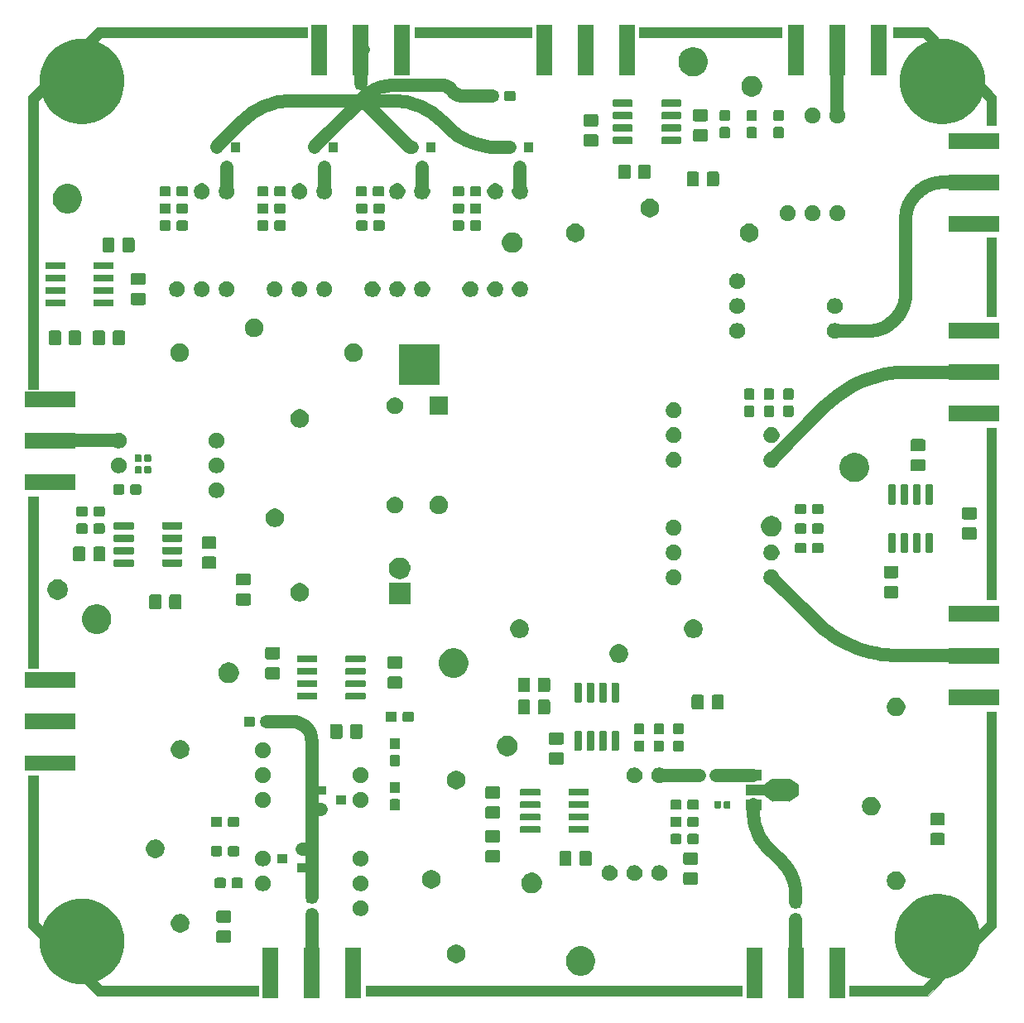
<source format=gbr>
G04 #@! TF.GenerationSoftware,KiCad,Pcbnew,5.1.6-c6e7f7d~86~ubuntu18.04.1*
G04 #@! TF.CreationDate,2020-05-28T18:44:08+01:00*
G04 #@! TF.ProjectId,multi-smtpa,6d756c74-692d-4736-9d74-70612e6b6963,rev?*
G04 #@! TF.SameCoordinates,Original*
G04 #@! TF.FileFunction,Soldermask,Top*
G04 #@! TF.FilePolarity,Negative*
%FSLAX46Y46*%
G04 Gerber Fmt 4.6, Leading zero omitted, Abs format (unit mm)*
G04 Created by KiCad (PCBNEW 5.1.6-c6e7f7d~86~ubuntu18.04.1) date 2020-05-28 18:44:08*
%MOMM*%
%LPD*%
G01*
G04 APERTURE LIST*
%ADD10C,0.100000*%
%ADD11C,1.350000*%
G04 APERTURE END LIST*
D10*
G36*
X194000000Y-52000000D02*
G01*
X193000000Y-52500000D01*
X192000000Y-51500000D01*
X189000000Y-51500000D01*
X189000000Y-50500000D01*
X192500000Y-50500000D01*
X194000000Y-52000000D01*
G37*
X194000000Y-52000000D02*
X193000000Y-52500000D01*
X192000000Y-51500000D01*
X189000000Y-51500000D01*
X189000000Y-50500000D01*
X192500000Y-50500000D01*
X194000000Y-52000000D01*
G36*
X177500000Y-51500000D02*
G01*
X163000000Y-51500000D01*
X163000000Y-50500000D01*
X177500000Y-50500000D01*
X177500000Y-51500000D01*
G37*
X177500000Y-51500000D02*
X163000000Y-51500000D01*
X163000000Y-50500000D01*
X177500000Y-50500000D01*
X177500000Y-51500000D01*
G36*
X152000000Y-51500000D02*
G01*
X140000000Y-51500000D01*
X140000000Y-50500000D01*
X152000000Y-50500000D01*
X152000000Y-51500000D01*
G37*
X152000000Y-51500000D02*
X140000000Y-51500000D01*
X140000000Y-50500000D01*
X152000000Y-50500000D01*
X152000000Y-51500000D01*
G36*
X199500000Y-57500000D02*
G01*
X199500000Y-60500000D01*
X198500000Y-60500000D01*
X198500000Y-58000000D01*
X198000000Y-57500000D01*
X198000000Y-56000000D01*
X199500000Y-57500000D01*
G37*
X199500000Y-57500000D02*
X199500000Y-60500000D01*
X198500000Y-60500000D01*
X198500000Y-58000000D01*
X198000000Y-57500000D01*
X198000000Y-56000000D01*
X199500000Y-57500000D01*
G36*
X199500000Y-80000000D02*
G01*
X198500000Y-80000000D01*
X198500000Y-72000000D01*
X199500000Y-72000000D01*
X199500000Y-80000000D01*
G37*
X199500000Y-80000000D02*
X198500000Y-80000000D01*
X198500000Y-72000000D01*
X199500000Y-72000000D01*
X199500000Y-80000000D01*
G36*
X199500000Y-109000000D02*
G01*
X198500000Y-109000000D01*
X198500000Y-91500000D01*
X199500000Y-91500000D01*
X199500000Y-109000000D01*
G37*
X199500000Y-109000000D02*
X198500000Y-109000000D01*
X198500000Y-91500000D01*
X199500000Y-91500000D01*
X199500000Y-109000000D01*
G36*
X199500000Y-142500000D02*
G01*
X197500000Y-144500000D01*
X197000000Y-144500000D01*
X197000000Y-143500000D01*
X198500000Y-142000000D01*
X198500000Y-120500000D01*
X199500000Y-120500000D01*
X199500000Y-142500000D01*
G37*
X199500000Y-142500000D02*
X197500000Y-144500000D01*
X197000000Y-144500000D01*
X197000000Y-143500000D01*
X198500000Y-142000000D01*
X198500000Y-120500000D01*
X199500000Y-120500000D01*
X199500000Y-142500000D01*
G36*
X192500000Y-149500000D02*
G01*
X184500000Y-149500000D01*
X184500000Y-148500000D01*
X192000000Y-148500000D01*
X193000000Y-147500000D01*
X194500000Y-147500000D01*
X192500000Y-149500000D01*
G37*
X192500000Y-149500000D02*
X184500000Y-149500000D01*
X184500000Y-148500000D01*
X192000000Y-148500000D01*
X193000000Y-147500000D01*
X194500000Y-147500000D01*
X192500000Y-149500000D01*
G36*
X173500000Y-149500000D02*
G01*
X135000000Y-149500000D01*
X135000000Y-148500000D01*
X173500000Y-148500000D01*
X173500000Y-149500000D01*
G37*
X173500000Y-149500000D02*
X135000000Y-149500000D01*
X135000000Y-148500000D01*
X173500000Y-148500000D01*
X173500000Y-149500000D01*
G36*
X108000000Y-148500000D02*
G01*
X124000000Y-148500000D01*
X124000000Y-149500000D01*
X107500000Y-149500000D01*
X106000000Y-148000000D01*
X107000000Y-147500000D01*
X108000000Y-148500000D01*
G37*
X108000000Y-148500000D02*
X124000000Y-148500000D01*
X124000000Y-149500000D01*
X107500000Y-149500000D01*
X106000000Y-148000000D01*
X107000000Y-147500000D01*
X108000000Y-148500000D01*
G36*
X101500000Y-142000000D02*
G01*
X102500000Y-143000000D01*
X102000000Y-144000000D01*
X100500000Y-142500000D01*
X100500000Y-127000000D01*
X101500000Y-127000000D01*
X101500000Y-142000000D01*
G37*
X101500000Y-142000000D02*
X102500000Y-143000000D01*
X102000000Y-144000000D01*
X100500000Y-142500000D01*
X100500000Y-127000000D01*
X101500000Y-127000000D01*
X101500000Y-142000000D01*
G36*
X101500000Y-116000000D02*
G01*
X100500000Y-116000000D01*
X100500000Y-98500000D01*
X101500000Y-98500000D01*
X101500000Y-116000000D01*
G37*
X101500000Y-116000000D02*
X100500000Y-116000000D01*
X100500000Y-98500000D01*
X101500000Y-98500000D01*
X101500000Y-116000000D01*
G36*
X102500000Y-57000000D02*
G01*
X101500000Y-58000000D01*
X101500000Y-87500000D01*
X100500000Y-87500000D01*
X100500000Y-57500000D01*
X102000000Y-56000000D01*
X102500000Y-57000000D01*
G37*
X102500000Y-57000000D02*
X101500000Y-58000000D01*
X101500000Y-87500000D01*
X100500000Y-87500000D01*
X100500000Y-57500000D01*
X102000000Y-56000000D01*
X102500000Y-57000000D01*
G36*
X129000000Y-51500000D02*
G01*
X108000000Y-51500000D01*
X107000000Y-52500000D01*
X106000000Y-52000000D01*
X107500000Y-50500000D01*
X129000000Y-50500000D01*
X129000000Y-51500000D01*
G37*
X129000000Y-51500000D02*
X108000000Y-51500000D01*
X107000000Y-52500000D01*
X106000000Y-52000000D01*
X107500000Y-50500000D01*
X129000000Y-50500000D01*
X129000000Y-51500000D01*
D11*
X180979466Y-111214466D02*
X181408566Y-111623003D01*
X181408566Y-111623003D02*
X181857195Y-112009993D01*
X181857195Y-112009993D02*
X182324273Y-112374504D01*
X182324273Y-112374504D02*
X182808673Y-112715658D01*
X182808673Y-112715658D02*
X183309230Y-113032632D01*
X183309230Y-113032632D02*
X183824737Y-113324663D01*
X183824737Y-113324663D02*
X184353953Y-113591048D01*
X184353953Y-113591048D02*
X184895602Y-113831144D01*
X184895602Y-113831144D02*
X185448379Y-114044374D01*
X185448379Y-114044374D02*
X186010953Y-114230223D01*
X186010953Y-114230223D02*
X186581969Y-114388245D01*
X186581969Y-114388245D02*
X187160051Y-114518057D01*
X187160051Y-114518057D02*
X187743806Y-114619348D01*
X187743806Y-114619348D02*
X188331828Y-114691874D01*
X188331828Y-114691874D02*
X188922700Y-114735459D01*
X188922700Y-114735459D02*
X189515000Y-114750000D01*
X189515000Y-114750000D02*
X197250000Y-114750000D01*
X180979466Y-111214466D02*
X176515000Y-106750000D01*
X190500000Y-85750000D02*
X197250000Y-85750000D01*
X189907700Y-85764539D02*
X190500000Y-85750000D01*
X189316828Y-85808124D02*
X189907700Y-85764539D01*
X188728806Y-85880650D02*
X189316828Y-85808124D01*
X188145051Y-85981941D02*
X188728806Y-85880650D01*
X187566969Y-86111754D02*
X188145051Y-85981941D01*
X186995953Y-86269775D02*
X187566969Y-86111754D01*
X186433379Y-86455624D02*
X186995953Y-86269775D01*
X185880602Y-86668854D02*
X186433379Y-86455624D01*
X185338953Y-86908950D02*
X185880602Y-86668854D01*
X184809737Y-87175335D02*
X185338953Y-86908950D01*
X184294230Y-87467366D02*
X184809737Y-87175335D01*
X183793673Y-87784340D02*
X184294230Y-87467366D01*
X183309273Y-88125494D02*
X183793673Y-87784340D01*
X182842195Y-88490005D02*
X183309273Y-88125494D01*
X182393566Y-88876995D02*
X182842195Y-88490005D01*
X181964466Y-89285533D02*
X182393566Y-88876995D01*
X181964466Y-89285533D02*
X176515000Y-94735000D01*
X190250000Y-77750000D02*
X190250000Y-70100000D01*
X191310659Y-67539339D02*
X191439339Y-67410660D01*
X190210804Y-78281358D02*
X190232561Y-78104951D01*
X190094066Y-78801213D02*
X190141472Y-78629909D01*
X190597684Y-68551685D02*
X190677599Y-68392920D01*
X189902313Y-79298313D02*
X189974342Y-79135819D01*
X189822398Y-79457078D02*
X189902313Y-79298313D01*
X189311900Y-80181929D02*
X189427997Y-80047341D01*
X190267436Y-69745048D02*
X190289194Y-69568641D01*
X192138268Y-66865209D02*
X192292920Y-66777600D01*
X189537350Y-79907217D02*
X189639696Y-79761897D01*
X193645048Y-66367437D02*
X193822310Y-66354361D01*
X190180416Y-78456484D02*
X190210804Y-78281358D01*
X190358525Y-69220090D02*
X190405931Y-69048785D01*
X188891928Y-80601899D02*
X189020659Y-80479339D01*
X189734788Y-79611730D02*
X189822398Y-79457078D01*
X186991357Y-81500803D02*
X187166484Y-81470416D01*
X189189339Y-80310660D02*
X189311900Y-80181929D01*
X186814951Y-81522561D02*
X186991357Y-81500803D01*
X191702657Y-67172001D02*
X191842781Y-67062648D01*
X183000000Y-81540000D02*
X186460000Y-81540000D01*
X190141472Y-78629909D02*
X190180416Y-78456484D01*
X190319581Y-69393515D02*
X190358525Y-69220090D01*
X189427997Y-80047341D02*
X189537350Y-79907217D01*
X190289194Y-69568641D02*
X190319581Y-69393515D01*
X188757339Y-80717996D02*
X188891928Y-80601899D01*
X190232561Y-78104951D02*
X190245637Y-77927689D01*
X186460000Y-81540000D02*
X186637689Y-81535637D01*
X188008313Y-81192313D02*
X188167077Y-81112398D01*
X186637689Y-81535637D02*
X186814951Y-81522561D01*
X191188097Y-67668068D02*
X191310659Y-67539339D01*
X188167077Y-81112398D02*
X188321729Y-81024788D01*
X187166484Y-81470416D02*
X187339908Y-81431472D01*
X187339908Y-81431472D02*
X187511213Y-81384066D01*
X190765209Y-68238268D02*
X190860301Y-68088101D01*
X189639696Y-79761897D02*
X189734788Y-79611730D01*
X189020659Y-80479339D02*
X189189339Y-80310660D01*
X192780013Y-66561687D02*
X192948785Y-66505932D01*
X187511213Y-81384066D02*
X187679985Y-81328311D01*
X190250000Y-70100000D02*
X190254361Y-69922310D01*
X187679985Y-81328311D02*
X187845818Y-81264342D01*
X191568068Y-67288098D02*
X191702657Y-67172001D01*
X190245637Y-77927689D02*
X190250000Y-77750000D01*
X191439339Y-67410660D02*
X191568068Y-67288098D01*
X194000000Y-66350000D02*
X194360000Y-66350000D01*
X188471896Y-80929696D02*
X188617216Y-80827350D01*
X190254361Y-69922310D02*
X190267436Y-69745048D01*
X191988101Y-66960302D02*
X192138268Y-66865209D01*
X193120090Y-66458526D02*
X193293515Y-66419582D01*
X187845818Y-81264342D02*
X188008313Y-81192313D01*
X188321729Y-81024788D02*
X188471896Y-80929696D01*
X190038311Y-78969986D02*
X190094066Y-78801213D01*
X189974342Y-79135819D02*
X190038311Y-78969986D01*
X188617216Y-80827350D02*
X188757339Y-80717996D01*
X191842781Y-67062648D02*
X191988101Y-66960302D01*
X193468641Y-66389194D02*
X193645048Y-66367437D01*
X190405931Y-69048785D02*
X190461686Y-68880013D01*
X190461686Y-68880013D02*
X190525655Y-68714180D01*
X190525655Y-68714180D02*
X190597684Y-68551685D01*
X190677599Y-68392920D02*
X190765209Y-68238268D01*
X190860301Y-68088101D02*
X190962647Y-67942781D01*
X190962647Y-67942781D02*
X191072000Y-67802657D01*
X191072000Y-67802657D02*
X191188097Y-67668068D01*
X192292920Y-66777600D02*
X192451685Y-66697685D01*
X192614180Y-66625656D02*
X192780013Y-66561687D01*
X192451685Y-66697685D02*
X192614180Y-66625656D01*
X192948785Y-66505932D02*
X193120090Y-66458526D01*
X193293515Y-66419582D02*
X193468641Y-66389194D01*
X194360000Y-66350000D02*
X197250000Y-66350000D01*
X193822310Y-66354361D02*
X194000000Y-66350000D01*
X134500000Y-56250000D02*
X134500000Y-55725000D01*
X134500000Y-55725000D02*
X134500000Y-52500000D01*
X134750000Y-52750000D02*
X134500000Y-52500000D01*
X143653553Y-56753553D02*
X144046446Y-57146446D01*
X143610642Y-56712699D02*
X143653553Y-56753553D01*
X143565779Y-56674000D02*
X143610642Y-56712699D01*
X143519072Y-56637549D02*
X143565779Y-56674000D01*
X143470632Y-56603434D02*
X143519072Y-56637549D01*
X143420576Y-56571736D02*
X143470632Y-56603434D01*
X143369025Y-56542533D02*
X143420576Y-56571736D01*
X143316104Y-56515895D02*
X143369025Y-56542533D01*
X143261939Y-56491885D02*
X143316104Y-56515895D01*
X143206661Y-56470562D02*
X143261939Y-56491885D01*
X143150404Y-56451977D02*
X143206661Y-56470562D01*
X143093302Y-56436175D02*
X143150404Y-56451977D01*
X143035494Y-56423194D02*
X143093302Y-56436175D01*
X142977119Y-56413065D02*
X143035494Y-56423194D01*
X142918317Y-56405812D02*
X142977119Y-56413065D01*
X142859229Y-56401454D02*
X142918317Y-56405812D01*
X142800000Y-56400000D02*
X142859229Y-56401454D01*
X142800000Y-56400000D02*
X138000000Y-56400000D01*
X144089355Y-57187300D02*
X144046446Y-57146446D01*
X144134218Y-57225999D02*
X144089355Y-57187300D01*
X144180926Y-57262450D02*
X144134218Y-57225999D01*
X144229366Y-57296565D02*
X144180926Y-57262450D01*
X144279422Y-57328263D02*
X144229366Y-57296565D01*
X144330973Y-57357466D02*
X144279422Y-57328263D01*
X144383894Y-57384104D02*
X144330973Y-57357466D01*
X144438059Y-57408114D02*
X144383894Y-57384104D01*
X144493337Y-57429437D02*
X144438059Y-57408114D01*
X144549595Y-57448022D02*
X144493337Y-57429437D01*
X144606696Y-57463824D02*
X144549595Y-57448022D01*
X144664504Y-57476805D02*
X144606696Y-57463824D01*
X144722880Y-57486934D02*
X144664504Y-57476805D01*
X144781682Y-57494187D02*
X144722880Y-57486934D01*
X144840770Y-57498545D02*
X144781682Y-57494187D01*
X144900000Y-57500000D02*
X144840770Y-57498545D01*
X144900000Y-57500000D02*
X148000000Y-57500000D01*
X137291522Y-56452259D02*
X137526731Y-56423249D01*
X136598381Y-56607909D02*
X136826787Y-56544701D01*
X136152240Y-56767541D02*
X136373351Y-56682249D01*
X135935581Y-56863580D02*
X136152240Y-56767541D01*
X135723894Y-56970133D02*
X135935581Y-56863580D01*
X136826787Y-56544701D02*
X137058020Y-56492776D01*
X135517692Y-57086946D02*
X135723894Y-56970133D01*
X135317469Y-57213736D02*
X135517692Y-57086946D01*
X134500000Y-58000000D02*
X134500000Y-57900000D01*
X134500000Y-57900000D02*
X134585786Y-57814213D01*
X136373351Y-56682249D02*
X136598381Y-56607909D01*
X134585786Y-57814213D02*
X134757425Y-57650797D01*
X137763080Y-56405815D02*
X138000000Y-56400000D01*
X137058020Y-56492776D02*
X137291522Y-56452259D01*
X134757425Y-57650797D02*
X134936877Y-57496001D01*
X135123708Y-57350197D02*
X135317469Y-57213736D01*
X134936877Y-57496001D02*
X135123708Y-57350197D01*
X137526731Y-56423249D02*
X137763080Y-56405815D01*
X143378679Y-60628679D02*
X142871320Y-60121320D01*
X143636138Y-60873801D02*
X143378679Y-60628679D01*
X143905316Y-61105995D02*
X143636138Y-60873801D01*
X144185563Y-61324702D02*
X143905316Y-61105995D01*
X144476203Y-61529394D02*
X144185563Y-61324702D01*
X144776537Y-61719579D02*
X144476203Y-61529394D01*
X145085842Y-61894797D02*
X144776537Y-61719579D01*
X145403371Y-62054628D02*
X145085842Y-61894797D01*
X145728360Y-62198686D02*
X145403371Y-62054628D01*
X146060027Y-62326624D02*
X145728360Y-62198686D01*
X146397572Y-62438134D02*
X146060027Y-62326624D01*
X146740181Y-62532947D02*
X146397572Y-62438134D01*
X147087030Y-62610834D02*
X146740181Y-62532947D01*
X147437283Y-62671609D02*
X147087030Y-62610834D01*
X147790096Y-62715124D02*
X147437283Y-62671609D01*
X148144620Y-62741275D02*
X147790096Y-62715124D01*
X148500000Y-62750000D02*
X148144620Y-62741275D01*
X148500000Y-62750000D02*
X149800000Y-62750000D01*
X142613859Y-59876197D02*
X142871320Y-60121320D01*
X142344682Y-59644003D02*
X142613859Y-59876197D01*
X142064435Y-59425297D02*
X142344682Y-59644003D01*
X141773795Y-59220604D02*
X142064435Y-59425297D01*
X141473461Y-59030420D02*
X141773795Y-59220604D01*
X141164156Y-58855201D02*
X141473461Y-59030420D01*
X140846627Y-58695370D02*
X141164156Y-58855201D01*
X140521638Y-58551313D02*
X140846627Y-58695370D01*
X140189971Y-58423375D02*
X140521638Y-58551313D01*
X139852427Y-58311865D02*
X140189971Y-58423375D01*
X139509817Y-58217052D02*
X139852427Y-58311865D01*
X139162968Y-58139165D02*
X139509817Y-58217052D01*
X138812716Y-58078390D02*
X139162968Y-58139165D01*
X138459902Y-58034875D02*
X138812716Y-58078390D01*
X138105379Y-58008724D02*
X138459902Y-58034875D01*
X137750000Y-58000000D02*
X138105379Y-58008724D01*
X137750000Y-58000000D02*
X134500000Y-58000000D01*
X127500000Y-58000000D02*
X134500000Y-58000000D01*
X127500000Y-58000000D02*
X127144620Y-58008723D01*
X127144620Y-58008723D02*
X126790096Y-58034874D01*
X126790096Y-58034874D02*
X126437283Y-58078390D01*
X126437283Y-58078390D02*
X126087030Y-58139164D01*
X126087030Y-58139164D02*
X125740181Y-58217052D01*
X125740181Y-58217052D02*
X125397572Y-58311865D01*
X125397572Y-58311865D02*
X125060027Y-58423374D01*
X125060027Y-58423374D02*
X124728361Y-58551312D01*
X124728361Y-58551312D02*
X124403371Y-58695370D01*
X124403371Y-58695370D02*
X124085842Y-58855201D01*
X124085842Y-58855201D02*
X123776537Y-59030420D01*
X123776537Y-59030420D02*
X123476203Y-59220604D01*
X123476203Y-59220604D02*
X123185563Y-59425296D01*
X123185563Y-59425296D02*
X122905316Y-59644003D01*
X122905316Y-59644003D02*
X122636138Y-59876197D01*
X122636138Y-59876197D02*
X122378679Y-60121320D01*
X122378679Y-60121320D02*
X119800000Y-62700000D01*
X119800000Y-62700000D02*
X119800000Y-62750000D01*
X134750000Y-58250000D02*
X135000000Y-58250000D01*
X134500000Y-58000000D02*
X134750000Y-58250000D01*
X135000000Y-58250000D02*
X139500000Y-62750000D01*
X139500000Y-62750000D02*
X139800000Y-62750000D01*
X129800000Y-62750000D02*
X129800000Y-62700000D01*
X129800000Y-62700000D02*
X134500000Y-58000000D01*
X170875000Y-127000000D02*
X174686500Y-127000000D01*
X150790000Y-67250000D02*
X150790000Y-64790000D01*
X140790000Y-67250000D02*
X140790000Y-64790000D01*
X130790000Y-67250000D02*
X130790000Y-64790000D01*
X120790000Y-67250000D02*
X120790000Y-64790000D01*
X183250000Y-52500000D02*
X183250000Y-59500000D01*
X102750000Y-92750000D02*
X109750000Y-92750000D01*
X129500000Y-141250000D02*
X129500000Y-147500000D01*
X127500000Y-121500000D02*
X127696034Y-121509630D01*
X127696034Y-121509630D02*
X127890180Y-121538429D01*
X127890180Y-121538429D02*
X128080569Y-121586119D01*
X128080569Y-121586119D02*
X128265366Y-121652240D01*
X128265366Y-121652240D02*
X128442793Y-121736157D01*
X128442793Y-121736157D02*
X128611140Y-121837060D01*
X128611140Y-121837060D02*
X128768786Y-121953979D01*
X128768786Y-121953979D02*
X128914213Y-122085786D01*
X128914213Y-122085786D02*
X129046020Y-122231213D01*
X129046020Y-122231213D02*
X129162939Y-122388859D01*
X129162939Y-122388859D02*
X129263842Y-122557206D01*
X129263842Y-122557206D02*
X129347759Y-122734633D01*
X129347759Y-122734633D02*
X129413880Y-122919430D01*
X129413880Y-122919430D02*
X129461570Y-123109819D01*
X129461570Y-123109819D02*
X129490369Y-123303965D01*
X129490369Y-123303965D02*
X129500000Y-123500000D01*
X129500000Y-123500000D02*
X129500000Y-131000000D01*
X127500000Y-121500000D02*
X124875000Y-121500000D01*
X129500000Y-135500000D02*
X129500000Y-139500000D01*
X128500000Y-134550000D02*
X129300000Y-134550000D01*
X129300000Y-134550000D02*
X129500000Y-134750000D01*
X129500000Y-134750000D02*
X129500000Y-135500000D01*
X129500000Y-132000000D02*
X129500000Y-131000000D01*
X130500000Y-130450000D02*
X129700000Y-130450000D01*
X129700000Y-130450000D02*
X129500000Y-130650000D01*
X129500000Y-130650000D02*
X129500000Y-132000000D01*
X129500000Y-132500000D02*
X129500000Y-132000000D01*
X129500000Y-135500000D02*
X129500000Y-132500000D01*
X129500000Y-130650000D02*
X129500000Y-131000000D01*
X165040000Y-127000000D02*
X169125000Y-127000000D01*
X179000000Y-141750000D02*
X179000000Y-147500000D01*
X174686500Y-130936500D02*
X174692316Y-131173419D01*
X174692316Y-131173419D02*
X174709750Y-131409768D01*
X174709750Y-131409768D02*
X174738760Y-131644977D01*
X174738760Y-131644977D02*
X174779276Y-131878479D01*
X174779276Y-131878479D02*
X174831201Y-132109711D01*
X174831201Y-132109711D02*
X174894410Y-132338118D01*
X174894410Y-132338118D02*
X174968750Y-132563147D01*
X174968750Y-132563147D02*
X175054042Y-132784258D01*
X175054042Y-132784258D02*
X175150080Y-133000918D01*
X175150080Y-133000918D02*
X175256634Y-133212604D01*
X175256634Y-133212604D02*
X175373446Y-133418807D01*
X175373446Y-133418807D02*
X175500236Y-133619029D01*
X175500236Y-133619029D02*
X175636697Y-133812790D01*
X175636697Y-133812790D02*
X175782502Y-133999621D01*
X175782502Y-133999621D02*
X175937298Y-134179072D01*
X175937298Y-134179072D02*
X176100713Y-134350713D01*
X179000000Y-139250000D02*
X179000000Y-140000000D01*
X179000000Y-139250000D02*
X178994183Y-139013080D01*
X178994183Y-139013080D02*
X178976749Y-138776731D01*
X178976749Y-138776731D02*
X178947739Y-138541522D01*
X178947739Y-138541522D02*
X178907223Y-138308020D01*
X178907223Y-138308020D02*
X178855298Y-138076787D01*
X178855298Y-138076787D02*
X178792089Y-137848381D01*
X178792089Y-137848381D02*
X178717749Y-137623351D01*
X178717749Y-137623351D02*
X178632457Y-137402240D01*
X178632457Y-137402240D02*
X178536419Y-137185581D01*
X178536419Y-137185581D02*
X178429865Y-136973894D01*
X178429865Y-136973894D02*
X178313052Y-136767691D01*
X178313052Y-136767691D02*
X178186263Y-136567469D01*
X178186263Y-136567469D02*
X178049801Y-136373708D01*
X178049801Y-136373708D02*
X177903997Y-136186877D01*
X177903997Y-136186877D02*
X177749201Y-136007425D01*
X177749201Y-136007425D02*
X177585786Y-135835786D01*
X177585786Y-135835786D02*
X176100713Y-134350713D01*
X174686500Y-130936500D02*
X174686500Y-130000000D01*
D10*
G36*
X126051000Y-149791000D02*
G01*
X124449000Y-149791000D01*
X124449000Y-144609000D01*
X126051000Y-144609000D01*
X126051000Y-149791000D01*
G37*
G36*
X179801000Y-149791000D02*
G01*
X178199000Y-149791000D01*
X178199000Y-144609000D01*
X179801000Y-144609000D01*
X179801000Y-149791000D01*
G37*
G36*
X184051000Y-149791000D02*
G01*
X182449000Y-149791000D01*
X182449000Y-144609000D01*
X184051000Y-144609000D01*
X184051000Y-149791000D01*
G37*
G36*
X175551000Y-149791000D02*
G01*
X173949000Y-149791000D01*
X173949000Y-144609000D01*
X175551000Y-144609000D01*
X175551000Y-149791000D01*
G37*
G36*
X134551000Y-149791000D02*
G01*
X132949000Y-149791000D01*
X132949000Y-144609000D01*
X134551000Y-144609000D01*
X134551000Y-149791000D01*
G37*
G36*
X130301000Y-149791000D02*
G01*
X128699000Y-149791000D01*
X128699000Y-144609000D01*
X130301000Y-144609000D01*
X130301000Y-149791000D01*
G37*
G36*
X106548156Y-139672794D02*
G01*
X107269140Y-139816206D01*
X108060972Y-140144193D01*
X108773601Y-140620357D01*
X109379643Y-141226399D01*
X109855807Y-141939028D01*
X110183794Y-142730860D01*
X110289581Y-143262688D01*
X110351000Y-143571463D01*
X110351000Y-144428537D01*
X110334535Y-144511310D01*
X110183794Y-145269140D01*
X109855807Y-146060972D01*
X109379643Y-146773601D01*
X108773601Y-147379643D01*
X108060972Y-147855807D01*
X107269140Y-148183794D01*
X106548156Y-148327206D01*
X106428537Y-148351000D01*
X105571463Y-148351000D01*
X105451844Y-148327206D01*
X104730860Y-148183794D01*
X103939028Y-147855807D01*
X103226399Y-147379643D01*
X102620357Y-146773601D01*
X102144193Y-146060972D01*
X101816206Y-145269140D01*
X101665465Y-144511310D01*
X101649000Y-144428537D01*
X101649000Y-143571463D01*
X101710419Y-143262688D01*
X101816206Y-142730860D01*
X102144193Y-141939028D01*
X102620357Y-141226399D01*
X103226399Y-140620357D01*
X103939028Y-140144193D01*
X104730860Y-139816206D01*
X105451844Y-139672794D01*
X105571463Y-139649000D01*
X106428537Y-139649000D01*
X106548156Y-139672794D01*
G37*
G36*
X194048156Y-139172794D02*
G01*
X194769140Y-139316206D01*
X195560972Y-139644193D01*
X196273601Y-140120357D01*
X196879643Y-140726399D01*
X197355807Y-141439028D01*
X197683794Y-142230860D01*
X197815843Y-142894718D01*
X197829379Y-142962765D01*
X197851000Y-143071464D01*
X197851000Y-143928536D01*
X197683794Y-144769140D01*
X197355807Y-145560972D01*
X196879643Y-146273601D01*
X196273601Y-146879643D01*
X195560972Y-147355807D01*
X194769140Y-147683794D01*
X194048156Y-147827206D01*
X193928537Y-147851000D01*
X193071463Y-147851000D01*
X192951844Y-147827206D01*
X192230860Y-147683794D01*
X191439028Y-147355807D01*
X190726399Y-146879643D01*
X190120357Y-146273601D01*
X189644193Y-145560972D01*
X189316206Y-144769140D01*
X189149000Y-143928536D01*
X189149000Y-143071464D01*
X189170622Y-142962765D01*
X189184157Y-142894718D01*
X189316206Y-142230860D01*
X189644193Y-141439028D01*
X190120357Y-140726399D01*
X190726399Y-140120357D01*
X191439028Y-139644193D01*
X192230860Y-139316206D01*
X192951844Y-139172794D01*
X193071463Y-139149000D01*
X193928537Y-139149000D01*
X194048156Y-139172794D01*
G37*
G36*
X157437534Y-144557643D02*
G01*
X157710515Y-144670716D01*
X157710517Y-144670717D01*
X157834190Y-144753353D01*
X157903305Y-144799534D01*
X157956194Y-144834874D01*
X158165126Y-145043806D01*
X158315690Y-145269139D01*
X158329284Y-145289485D01*
X158442357Y-145562466D01*
X158500000Y-145852262D01*
X158500000Y-146147738D01*
X158442357Y-146437534D01*
X158343723Y-146675656D01*
X158329283Y-146710517D01*
X158246647Y-146834190D01*
X158165127Y-146956193D01*
X157956193Y-147165127D01*
X157940435Y-147175656D01*
X157710517Y-147329283D01*
X157710516Y-147329284D01*
X157710515Y-147329284D01*
X157437534Y-147442357D01*
X157147738Y-147500000D01*
X156852262Y-147500000D01*
X156562466Y-147442357D01*
X156289485Y-147329284D01*
X156289484Y-147329284D01*
X156289483Y-147329283D01*
X156059565Y-147175656D01*
X156043807Y-147165127D01*
X155834873Y-146956193D01*
X155753353Y-146834190D01*
X155670717Y-146710517D01*
X155656277Y-146675656D01*
X155557643Y-146437534D01*
X155500000Y-146147738D01*
X155500000Y-145852262D01*
X155557643Y-145562466D01*
X155670716Y-145289485D01*
X155684311Y-145269139D01*
X155834874Y-145043806D01*
X156043806Y-144834874D01*
X156096696Y-144799534D01*
X156165810Y-144753353D01*
X156289483Y-144670717D01*
X156289485Y-144670716D01*
X156562466Y-144557643D01*
X156852262Y-144500000D01*
X157147738Y-144500000D01*
X157437534Y-144557643D01*
G37*
G36*
X144527395Y-144335546D02*
G01*
X144700466Y-144407234D01*
X144732348Y-144428537D01*
X144856227Y-144511310D01*
X144988690Y-144643773D01*
X145006693Y-144670717D01*
X145092766Y-144799534D01*
X145164454Y-144972605D01*
X145201000Y-145156333D01*
X145201000Y-145343667D01*
X145164454Y-145527395D01*
X145092766Y-145700466D01*
X145041081Y-145777818D01*
X144988690Y-145856227D01*
X144856227Y-145988690D01*
X144812764Y-146017731D01*
X144700466Y-146092766D01*
X144527395Y-146164454D01*
X144343667Y-146201000D01*
X144156333Y-146201000D01*
X143972605Y-146164454D01*
X143799534Y-146092766D01*
X143687236Y-146017731D01*
X143643773Y-145988690D01*
X143511310Y-145856227D01*
X143458919Y-145777818D01*
X143407234Y-145700466D01*
X143335546Y-145527395D01*
X143299000Y-145343667D01*
X143299000Y-145156333D01*
X143335546Y-144972605D01*
X143407234Y-144799534D01*
X143493307Y-144670717D01*
X143511310Y-144643773D01*
X143643773Y-144511310D01*
X143767652Y-144428537D01*
X143799534Y-144407234D01*
X143972605Y-144335546D01*
X144156333Y-144299000D01*
X144343667Y-144299000D01*
X144527395Y-144335546D01*
G37*
G36*
X121088674Y-142878465D02*
G01*
X121126367Y-142889899D01*
X121161103Y-142908466D01*
X121191548Y-142933452D01*
X121216534Y-142963897D01*
X121235101Y-142998633D01*
X121246535Y-143036326D01*
X121251000Y-143081661D01*
X121251000Y-143918339D01*
X121246535Y-143963674D01*
X121235101Y-144001367D01*
X121216534Y-144036103D01*
X121191548Y-144066548D01*
X121161103Y-144091534D01*
X121126367Y-144110101D01*
X121088674Y-144121535D01*
X121043339Y-144126000D01*
X119956661Y-144126000D01*
X119911326Y-144121535D01*
X119873633Y-144110101D01*
X119838897Y-144091534D01*
X119808452Y-144066548D01*
X119783466Y-144036103D01*
X119764899Y-144001367D01*
X119753465Y-143963674D01*
X119749000Y-143918339D01*
X119749000Y-143081661D01*
X119753465Y-143036326D01*
X119764899Y-142998633D01*
X119783466Y-142963897D01*
X119808452Y-142933452D01*
X119838897Y-142908466D01*
X119873633Y-142889899D01*
X119911326Y-142878465D01*
X119956661Y-142874000D01*
X121043339Y-142874000D01*
X121088674Y-142878465D01*
G37*
G36*
X116317395Y-141205546D02*
G01*
X116490466Y-141277234D01*
X116567818Y-141328919D01*
X116646227Y-141381310D01*
X116778690Y-141513773D01*
X116811582Y-141563000D01*
X116882766Y-141669534D01*
X116954454Y-141842605D01*
X116991000Y-142026333D01*
X116991000Y-142213667D01*
X116954454Y-142397395D01*
X116882766Y-142570466D01*
X116882765Y-142570467D01*
X116778690Y-142726227D01*
X116646227Y-142858690D01*
X116599519Y-142889899D01*
X116490466Y-142962766D01*
X116317395Y-143034454D01*
X116133667Y-143071000D01*
X115946333Y-143071000D01*
X115762605Y-143034454D01*
X115589534Y-142962766D01*
X115480481Y-142889899D01*
X115433773Y-142858690D01*
X115301310Y-142726227D01*
X115197235Y-142570467D01*
X115197234Y-142570466D01*
X115125546Y-142397395D01*
X115089000Y-142213667D01*
X115089000Y-142026333D01*
X115125546Y-141842605D01*
X115197234Y-141669534D01*
X115268418Y-141563000D01*
X115301310Y-141513773D01*
X115433773Y-141381310D01*
X115512182Y-141328919D01*
X115589534Y-141277234D01*
X115762605Y-141205546D01*
X115946333Y-141169000D01*
X116133667Y-141169000D01*
X116317395Y-141205546D01*
G37*
G36*
X179364499Y-141178445D02*
G01*
X179401995Y-141189820D01*
X179436554Y-141208292D01*
X179466847Y-141233153D01*
X179491708Y-141263446D01*
X179510180Y-141298005D01*
X179521555Y-141335501D01*
X179526000Y-141380638D01*
X179526000Y-142119362D01*
X179521555Y-142164499D01*
X179510180Y-142201995D01*
X179491708Y-142236554D01*
X179466847Y-142266847D01*
X179436554Y-142291708D01*
X179401995Y-142310180D01*
X179364499Y-142321555D01*
X179319362Y-142326000D01*
X178680638Y-142326000D01*
X178635501Y-142321555D01*
X178598005Y-142310180D01*
X178563446Y-142291708D01*
X178533153Y-142266847D01*
X178508292Y-142236554D01*
X178489820Y-142201995D01*
X178478445Y-142164499D01*
X178474000Y-142119362D01*
X178474000Y-141380638D01*
X178478445Y-141335501D01*
X178489820Y-141298005D01*
X178508292Y-141263446D01*
X178533153Y-141233153D01*
X178563446Y-141208292D01*
X178598005Y-141189820D01*
X178635501Y-141178445D01*
X178680638Y-141174000D01*
X179319362Y-141174000D01*
X179364499Y-141178445D01*
G37*
G36*
X121088674Y-140828465D02*
G01*
X121126367Y-140839899D01*
X121161103Y-140858466D01*
X121191548Y-140883452D01*
X121216534Y-140913897D01*
X121235101Y-140948633D01*
X121246535Y-140986326D01*
X121251000Y-141031661D01*
X121251000Y-141868339D01*
X121246535Y-141913674D01*
X121235101Y-141951367D01*
X121216534Y-141986103D01*
X121191548Y-142016548D01*
X121161103Y-142041534D01*
X121126367Y-142060101D01*
X121088674Y-142071535D01*
X121043339Y-142076000D01*
X119956661Y-142076000D01*
X119911326Y-142071535D01*
X119873633Y-142060101D01*
X119838897Y-142041534D01*
X119808452Y-142016548D01*
X119783466Y-141986103D01*
X119764899Y-141951367D01*
X119753465Y-141913674D01*
X119749000Y-141868339D01*
X119749000Y-141031661D01*
X119753465Y-140986326D01*
X119764899Y-140948633D01*
X119783466Y-140913897D01*
X119808452Y-140883452D01*
X119838897Y-140858466D01*
X119873633Y-140839899D01*
X119911326Y-140828465D01*
X119956661Y-140824000D01*
X121043339Y-140824000D01*
X121088674Y-140828465D01*
G37*
G36*
X129864499Y-140678445D02*
G01*
X129901995Y-140689820D01*
X129936554Y-140708292D01*
X129966847Y-140733153D01*
X129991708Y-140763446D01*
X130010180Y-140798005D01*
X130021555Y-140835501D01*
X130026000Y-140880638D01*
X130026000Y-141619362D01*
X130021555Y-141664499D01*
X130010180Y-141701995D01*
X129991708Y-141736554D01*
X129966847Y-141766847D01*
X129936554Y-141791708D01*
X129901995Y-141810180D01*
X129864499Y-141821555D01*
X129819362Y-141826000D01*
X129180638Y-141826000D01*
X129135501Y-141821555D01*
X129098005Y-141810180D01*
X129063446Y-141791708D01*
X129033153Y-141766847D01*
X129008292Y-141736554D01*
X128989820Y-141701995D01*
X128978445Y-141664499D01*
X128974000Y-141619362D01*
X128974000Y-140880638D01*
X128978445Y-140835501D01*
X128989820Y-140798005D01*
X129008292Y-140763446D01*
X129033153Y-140733153D01*
X129063446Y-140708292D01*
X129098005Y-140689820D01*
X129135501Y-140678445D01*
X129180638Y-140674000D01*
X129819362Y-140674000D01*
X129864499Y-140678445D01*
G37*
G36*
X134737142Y-139798242D02*
G01*
X134885101Y-139859529D01*
X135018255Y-139948499D01*
X135131501Y-140061745D01*
X135220471Y-140194899D01*
X135281758Y-140342858D01*
X135313000Y-140499925D01*
X135313000Y-140660075D01*
X135281758Y-140817142D01*
X135220471Y-140965101D01*
X135131501Y-141098255D01*
X135018255Y-141211501D01*
X134885101Y-141300471D01*
X134737142Y-141361758D01*
X134580075Y-141393000D01*
X134419925Y-141393000D01*
X134262858Y-141361758D01*
X134114899Y-141300471D01*
X133981745Y-141211501D01*
X133868499Y-141098255D01*
X133779529Y-140965101D01*
X133718242Y-140817142D01*
X133687000Y-140660075D01*
X133687000Y-140499925D01*
X133718242Y-140342858D01*
X133779529Y-140194899D01*
X133868499Y-140061745D01*
X133981745Y-139948499D01*
X134114899Y-139859529D01*
X134262858Y-139798242D01*
X134419925Y-139767000D01*
X134580075Y-139767000D01*
X134737142Y-139798242D01*
G37*
G36*
X179364499Y-139428445D02*
G01*
X179401995Y-139439820D01*
X179436554Y-139458292D01*
X179466847Y-139483153D01*
X179491708Y-139513446D01*
X179510180Y-139548005D01*
X179521555Y-139585501D01*
X179526000Y-139630638D01*
X179526000Y-140369362D01*
X179521555Y-140414499D01*
X179510180Y-140451995D01*
X179491708Y-140486554D01*
X179466847Y-140516847D01*
X179436554Y-140541708D01*
X179401995Y-140560180D01*
X179364499Y-140571555D01*
X179319362Y-140576000D01*
X178680638Y-140576000D01*
X178635501Y-140571555D01*
X178598005Y-140560180D01*
X178563446Y-140541708D01*
X178533153Y-140516847D01*
X178508292Y-140486554D01*
X178489820Y-140451995D01*
X178478445Y-140414499D01*
X178474000Y-140369362D01*
X178474000Y-139630638D01*
X178478445Y-139585501D01*
X178489820Y-139548005D01*
X178508292Y-139513446D01*
X178533153Y-139483153D01*
X178563446Y-139458292D01*
X178598005Y-139439820D01*
X178635501Y-139428445D01*
X178680638Y-139424000D01*
X179319362Y-139424000D01*
X179364499Y-139428445D01*
G37*
G36*
X129864499Y-138928445D02*
G01*
X129901995Y-138939820D01*
X129936554Y-138958292D01*
X129966847Y-138983153D01*
X129991708Y-139013446D01*
X130010180Y-139048005D01*
X130021555Y-139085501D01*
X130026000Y-139130638D01*
X130026000Y-139869362D01*
X130021555Y-139914499D01*
X130010180Y-139951995D01*
X129991708Y-139986554D01*
X129966847Y-140016847D01*
X129936554Y-140041708D01*
X129901995Y-140060180D01*
X129864499Y-140071555D01*
X129819362Y-140076000D01*
X129180638Y-140076000D01*
X129135501Y-140071555D01*
X129098005Y-140060180D01*
X129063446Y-140041708D01*
X129033153Y-140016847D01*
X129008292Y-139986554D01*
X128989820Y-139951995D01*
X128978445Y-139914499D01*
X128974000Y-139869362D01*
X128974000Y-139130638D01*
X128978445Y-139085501D01*
X128989820Y-139048005D01*
X129008292Y-139013446D01*
X129033153Y-138983153D01*
X129063446Y-138958292D01*
X129098005Y-138939820D01*
X129135501Y-138928445D01*
X129180638Y-138924000D01*
X129819362Y-138924000D01*
X129864499Y-138928445D01*
G37*
G36*
X152306564Y-136989389D02*
G01*
X152497833Y-137068615D01*
X152497835Y-137068616D01*
X152669973Y-137183635D01*
X152816365Y-137330027D01*
X152925942Y-137494020D01*
X152931385Y-137502167D01*
X153010611Y-137693436D01*
X153051000Y-137896484D01*
X153051000Y-138103516D01*
X153010611Y-138306564D01*
X152951625Y-138448969D01*
X152931384Y-138497835D01*
X152816365Y-138669973D01*
X152669973Y-138816365D01*
X152497835Y-138931384D01*
X152497834Y-138931385D01*
X152497833Y-138931385D01*
X152306564Y-139010611D01*
X152103516Y-139051000D01*
X151896484Y-139051000D01*
X151693436Y-139010611D01*
X151502167Y-138931385D01*
X151502166Y-138931385D01*
X151502165Y-138931384D01*
X151330027Y-138816365D01*
X151183635Y-138669973D01*
X151068616Y-138497835D01*
X151048375Y-138448969D01*
X150989389Y-138306564D01*
X150949000Y-138103516D01*
X150949000Y-137896484D01*
X150989389Y-137693436D01*
X151068615Y-137502167D01*
X151074059Y-137494020D01*
X151183635Y-137330027D01*
X151330027Y-137183635D01*
X151502165Y-137068616D01*
X151502167Y-137068615D01*
X151693436Y-136989389D01*
X151896484Y-136949000D01*
X152103516Y-136949000D01*
X152306564Y-136989389D01*
G37*
G36*
X124737142Y-137258242D02*
G01*
X124885101Y-137319529D01*
X125018255Y-137408499D01*
X125131501Y-137521745D01*
X125220471Y-137654899D01*
X125281758Y-137802858D01*
X125313000Y-137959925D01*
X125313000Y-138120075D01*
X125281758Y-138277142D01*
X125220471Y-138425101D01*
X125131501Y-138558255D01*
X125018255Y-138671501D01*
X124885101Y-138760471D01*
X124737142Y-138821758D01*
X124580075Y-138853000D01*
X124419925Y-138853000D01*
X124262858Y-138821758D01*
X124114899Y-138760471D01*
X123981745Y-138671501D01*
X123868499Y-138558255D01*
X123779529Y-138425101D01*
X123718242Y-138277142D01*
X123687000Y-138120075D01*
X123687000Y-137959925D01*
X123718242Y-137802858D01*
X123779529Y-137654899D01*
X123868499Y-137521745D01*
X123981745Y-137408499D01*
X124114899Y-137319529D01*
X124262858Y-137258242D01*
X124419925Y-137227000D01*
X124580075Y-137227000D01*
X124737142Y-137258242D01*
G37*
G36*
X134737142Y-137258242D02*
G01*
X134885101Y-137319529D01*
X135018255Y-137408499D01*
X135131501Y-137521745D01*
X135220471Y-137654899D01*
X135281758Y-137802858D01*
X135313000Y-137959925D01*
X135313000Y-138120075D01*
X135281758Y-138277142D01*
X135220471Y-138425101D01*
X135131501Y-138558255D01*
X135018255Y-138671501D01*
X134885101Y-138760471D01*
X134737142Y-138821758D01*
X134580075Y-138853000D01*
X134419925Y-138853000D01*
X134262858Y-138821758D01*
X134114899Y-138760471D01*
X133981745Y-138671501D01*
X133868499Y-138558255D01*
X133779529Y-138425101D01*
X133718242Y-138277142D01*
X133687000Y-138120075D01*
X133687000Y-137959925D01*
X133718242Y-137802858D01*
X133779529Y-137654899D01*
X133868499Y-137521745D01*
X133981745Y-137408499D01*
X134114899Y-137319529D01*
X134262858Y-137258242D01*
X134419925Y-137227000D01*
X134580075Y-137227000D01*
X134737142Y-137258242D01*
G37*
G36*
X189527395Y-136865546D02*
G01*
X189700466Y-136937234D01*
X189769636Y-136983452D01*
X189856227Y-137041310D01*
X189988690Y-137173773D01*
X190003657Y-137196173D01*
X190092766Y-137329534D01*
X190164454Y-137502605D01*
X190201000Y-137686333D01*
X190201000Y-137873667D01*
X190164454Y-138057395D01*
X190092766Y-138230466D01*
X190071027Y-138263000D01*
X189988690Y-138386227D01*
X189856227Y-138518690D01*
X189777818Y-138571081D01*
X189700466Y-138622766D01*
X189527395Y-138694454D01*
X189343667Y-138731000D01*
X189156333Y-138731000D01*
X188972605Y-138694454D01*
X188799534Y-138622766D01*
X188722182Y-138571081D01*
X188643773Y-138518690D01*
X188511310Y-138386227D01*
X188428973Y-138263000D01*
X188407234Y-138230466D01*
X188335546Y-138057395D01*
X188299000Y-137873667D01*
X188299000Y-137686333D01*
X188335546Y-137502605D01*
X188407234Y-137329534D01*
X188496343Y-137196173D01*
X188511310Y-137173773D01*
X188643773Y-137041310D01*
X188730364Y-136983452D01*
X188799534Y-136937234D01*
X188972605Y-136865546D01*
X189156333Y-136829000D01*
X189343667Y-136829000D01*
X189527395Y-136865546D01*
G37*
G36*
X141987395Y-136715546D02*
G01*
X142160466Y-136787234D01*
X142160467Y-136787235D01*
X142316227Y-136891310D01*
X142448690Y-137023773D01*
X142448691Y-137023775D01*
X142552766Y-137179534D01*
X142624454Y-137352605D01*
X142661000Y-137536333D01*
X142661000Y-137723667D01*
X142624454Y-137907395D01*
X142552766Y-138080466D01*
X142552765Y-138080467D01*
X142448690Y-138236227D01*
X142316227Y-138368690D01*
X142289984Y-138386225D01*
X142160466Y-138472766D01*
X141987395Y-138544454D01*
X141803667Y-138581000D01*
X141616333Y-138581000D01*
X141432605Y-138544454D01*
X141259534Y-138472766D01*
X141130016Y-138386225D01*
X141103773Y-138368690D01*
X140971310Y-138236227D01*
X140867235Y-138080467D01*
X140867234Y-138080466D01*
X140795546Y-137907395D01*
X140759000Y-137723667D01*
X140759000Y-137536333D01*
X140795546Y-137352605D01*
X140867234Y-137179534D01*
X140971309Y-137023775D01*
X140971310Y-137023773D01*
X141103773Y-136891310D01*
X141259533Y-136787235D01*
X141259534Y-136787234D01*
X141432605Y-136715546D01*
X141616333Y-136679000D01*
X141803667Y-136679000D01*
X141987395Y-136715546D01*
G37*
G36*
X122289499Y-137478445D02*
G01*
X122326995Y-137489820D01*
X122361554Y-137508292D01*
X122391847Y-137533153D01*
X122416708Y-137563446D01*
X122435180Y-137598005D01*
X122446555Y-137635501D01*
X122451000Y-137680638D01*
X122451000Y-138319362D01*
X122446555Y-138364499D01*
X122435180Y-138401995D01*
X122416708Y-138436554D01*
X122391847Y-138466847D01*
X122361554Y-138491708D01*
X122326995Y-138510180D01*
X122289499Y-138521555D01*
X122244362Y-138526000D01*
X121505638Y-138526000D01*
X121460501Y-138521555D01*
X121423005Y-138510180D01*
X121388446Y-138491708D01*
X121358153Y-138466847D01*
X121333292Y-138436554D01*
X121314820Y-138401995D01*
X121303445Y-138364499D01*
X121299000Y-138319362D01*
X121299000Y-137680638D01*
X121303445Y-137635501D01*
X121314820Y-137598005D01*
X121333292Y-137563446D01*
X121358153Y-137533153D01*
X121388446Y-137508292D01*
X121423005Y-137489820D01*
X121460501Y-137478445D01*
X121505638Y-137474000D01*
X122244362Y-137474000D01*
X122289499Y-137478445D01*
G37*
G36*
X120539499Y-137478445D02*
G01*
X120576995Y-137489820D01*
X120611554Y-137508292D01*
X120641847Y-137533153D01*
X120666708Y-137563446D01*
X120685180Y-137598005D01*
X120696555Y-137635501D01*
X120701000Y-137680638D01*
X120701000Y-138319362D01*
X120696555Y-138364499D01*
X120685180Y-138401995D01*
X120666708Y-138436554D01*
X120641847Y-138466847D01*
X120611554Y-138491708D01*
X120576995Y-138510180D01*
X120539499Y-138521555D01*
X120494362Y-138526000D01*
X119755638Y-138526000D01*
X119710501Y-138521555D01*
X119673005Y-138510180D01*
X119638446Y-138491708D01*
X119608153Y-138466847D01*
X119583292Y-138436554D01*
X119564820Y-138401995D01*
X119553445Y-138364499D01*
X119549000Y-138319362D01*
X119549000Y-137680638D01*
X119553445Y-137635501D01*
X119564820Y-137598005D01*
X119583292Y-137563446D01*
X119608153Y-137533153D01*
X119638446Y-137508292D01*
X119673005Y-137489820D01*
X119710501Y-137478445D01*
X119755638Y-137474000D01*
X120494362Y-137474000D01*
X120539499Y-137478445D01*
G37*
G36*
X168838674Y-136928465D02*
G01*
X168876367Y-136939899D01*
X168911103Y-136958466D01*
X168941548Y-136983452D01*
X168966534Y-137013897D01*
X168985101Y-137048633D01*
X168996535Y-137086326D01*
X169001000Y-137131661D01*
X169001000Y-137968339D01*
X168996535Y-138013674D01*
X168985101Y-138051367D01*
X168966534Y-138086103D01*
X168941548Y-138116548D01*
X168911103Y-138141534D01*
X168876367Y-138160101D01*
X168838674Y-138171535D01*
X168793339Y-138176000D01*
X167706661Y-138176000D01*
X167661326Y-138171535D01*
X167623633Y-138160101D01*
X167588897Y-138141534D01*
X167558452Y-138116548D01*
X167533466Y-138086103D01*
X167514899Y-138051367D01*
X167503465Y-138013674D01*
X167499000Y-137968339D01*
X167499000Y-137131661D01*
X167503465Y-137086326D01*
X167514899Y-137048633D01*
X167533466Y-137013897D01*
X167558452Y-136983452D01*
X167588897Y-136958466D01*
X167623633Y-136939899D01*
X167661326Y-136928465D01*
X167706661Y-136924000D01*
X168793339Y-136924000D01*
X168838674Y-136928465D01*
G37*
G36*
X165277142Y-136218242D02*
G01*
X165425101Y-136279529D01*
X165558255Y-136368499D01*
X165671501Y-136481745D01*
X165760471Y-136614899D01*
X165821758Y-136762858D01*
X165853000Y-136919925D01*
X165853000Y-137080075D01*
X165821758Y-137237142D01*
X165760471Y-137385101D01*
X165671501Y-137518255D01*
X165558255Y-137631501D01*
X165425101Y-137720471D01*
X165277142Y-137781758D01*
X165120075Y-137813000D01*
X164959925Y-137813000D01*
X164802858Y-137781758D01*
X164654899Y-137720471D01*
X164521745Y-137631501D01*
X164408499Y-137518255D01*
X164319529Y-137385101D01*
X164258242Y-137237142D01*
X164227000Y-137080075D01*
X164227000Y-136919925D01*
X164258242Y-136762858D01*
X164319529Y-136614899D01*
X164408499Y-136481745D01*
X164521745Y-136368499D01*
X164654899Y-136279529D01*
X164802858Y-136218242D01*
X164959925Y-136187000D01*
X165120075Y-136187000D01*
X165277142Y-136218242D01*
G37*
G36*
X160197142Y-136218242D02*
G01*
X160345101Y-136279529D01*
X160478255Y-136368499D01*
X160591501Y-136481745D01*
X160680471Y-136614899D01*
X160741758Y-136762858D01*
X160773000Y-136919925D01*
X160773000Y-137080075D01*
X160741758Y-137237142D01*
X160680471Y-137385101D01*
X160591501Y-137518255D01*
X160478255Y-137631501D01*
X160345101Y-137720471D01*
X160197142Y-137781758D01*
X160040075Y-137813000D01*
X159879925Y-137813000D01*
X159722858Y-137781758D01*
X159574899Y-137720471D01*
X159441745Y-137631501D01*
X159328499Y-137518255D01*
X159239529Y-137385101D01*
X159178242Y-137237142D01*
X159147000Y-137080075D01*
X159147000Y-136919925D01*
X159178242Y-136762858D01*
X159239529Y-136614899D01*
X159328499Y-136481745D01*
X159441745Y-136368499D01*
X159574899Y-136279529D01*
X159722858Y-136218242D01*
X159879925Y-136187000D01*
X160040075Y-136187000D01*
X160197142Y-136218242D01*
G37*
G36*
X162737142Y-136218242D02*
G01*
X162885101Y-136279529D01*
X163018255Y-136368499D01*
X163131501Y-136481745D01*
X163220471Y-136614899D01*
X163281758Y-136762858D01*
X163313000Y-136919925D01*
X163313000Y-137080075D01*
X163281758Y-137237142D01*
X163220471Y-137385101D01*
X163131501Y-137518255D01*
X163018255Y-137631501D01*
X162885101Y-137720471D01*
X162737142Y-137781758D01*
X162580075Y-137813000D01*
X162419925Y-137813000D01*
X162262858Y-137781758D01*
X162114899Y-137720471D01*
X161981745Y-137631501D01*
X161868499Y-137518255D01*
X161779529Y-137385101D01*
X161718242Y-137237142D01*
X161687000Y-137080075D01*
X161687000Y-136919925D01*
X161718242Y-136762858D01*
X161779529Y-136614899D01*
X161868499Y-136481745D01*
X161981745Y-136368499D01*
X162114899Y-136279529D01*
X162262858Y-136218242D01*
X162419925Y-136187000D01*
X162580075Y-136187000D01*
X162737142Y-136218242D01*
G37*
G36*
X129001000Y-136901000D02*
G01*
X127999000Y-136901000D01*
X127999000Y-135999000D01*
X129001000Y-135999000D01*
X129001000Y-136901000D01*
G37*
G36*
X124737142Y-134718242D02*
G01*
X124885101Y-134779529D01*
X125018255Y-134868499D01*
X125131501Y-134981745D01*
X125220471Y-135114899D01*
X125281758Y-135262858D01*
X125313000Y-135419925D01*
X125313000Y-135580075D01*
X125281758Y-135737142D01*
X125220471Y-135885101D01*
X125131501Y-136018255D01*
X125018255Y-136131501D01*
X124885101Y-136220471D01*
X124737142Y-136281758D01*
X124580075Y-136313000D01*
X124419925Y-136313000D01*
X124262858Y-136281758D01*
X124114899Y-136220471D01*
X123981745Y-136131501D01*
X123868499Y-136018255D01*
X123779529Y-135885101D01*
X123718242Y-135737142D01*
X123687000Y-135580075D01*
X123687000Y-135419925D01*
X123718242Y-135262858D01*
X123779529Y-135114899D01*
X123868499Y-134981745D01*
X123981745Y-134868499D01*
X124114899Y-134779529D01*
X124262858Y-134718242D01*
X124419925Y-134687000D01*
X124580075Y-134687000D01*
X124737142Y-134718242D01*
G37*
G36*
X134737142Y-134718242D02*
G01*
X134885101Y-134779529D01*
X135018255Y-134868499D01*
X135131501Y-134981745D01*
X135220471Y-135114899D01*
X135281758Y-135262858D01*
X135313000Y-135419925D01*
X135313000Y-135580075D01*
X135281758Y-135737142D01*
X135220471Y-135885101D01*
X135131501Y-136018255D01*
X135018255Y-136131501D01*
X134885101Y-136220471D01*
X134737142Y-136281758D01*
X134580075Y-136313000D01*
X134419925Y-136313000D01*
X134262858Y-136281758D01*
X134114899Y-136220471D01*
X133981745Y-136131501D01*
X133868499Y-136018255D01*
X133779529Y-135885101D01*
X133718242Y-135737142D01*
X133687000Y-135580075D01*
X133687000Y-135419925D01*
X133718242Y-135262858D01*
X133779529Y-135114899D01*
X133868499Y-134981745D01*
X133981745Y-134868499D01*
X134114899Y-134779529D01*
X134262858Y-134718242D01*
X134419925Y-134687000D01*
X134580075Y-134687000D01*
X134737142Y-134718242D01*
G37*
G36*
X157963674Y-134753465D02*
G01*
X158001367Y-134764899D01*
X158036103Y-134783466D01*
X158066548Y-134808452D01*
X158091534Y-134838897D01*
X158110101Y-134873633D01*
X158121535Y-134911326D01*
X158126000Y-134956661D01*
X158126000Y-136043339D01*
X158121535Y-136088674D01*
X158110101Y-136126367D01*
X158091534Y-136161103D01*
X158066548Y-136191548D01*
X158036103Y-136216534D01*
X158001367Y-136235101D01*
X157963674Y-136246535D01*
X157918339Y-136251000D01*
X157081661Y-136251000D01*
X157036326Y-136246535D01*
X156998633Y-136235101D01*
X156963897Y-136216534D01*
X156933452Y-136191548D01*
X156908466Y-136161103D01*
X156889899Y-136126367D01*
X156878465Y-136088674D01*
X156874000Y-136043339D01*
X156874000Y-134956661D01*
X156878465Y-134911326D01*
X156889899Y-134873633D01*
X156908466Y-134838897D01*
X156933452Y-134808452D01*
X156963897Y-134783466D01*
X156998633Y-134764899D01*
X157036326Y-134753465D01*
X157081661Y-134749000D01*
X157918339Y-134749000D01*
X157963674Y-134753465D01*
G37*
G36*
X155913674Y-134753465D02*
G01*
X155951367Y-134764899D01*
X155986103Y-134783466D01*
X156016548Y-134808452D01*
X156041534Y-134838897D01*
X156060101Y-134873633D01*
X156071535Y-134911326D01*
X156076000Y-134956661D01*
X156076000Y-136043339D01*
X156071535Y-136088674D01*
X156060101Y-136126367D01*
X156041534Y-136161103D01*
X156016548Y-136191548D01*
X155986103Y-136216534D01*
X155951367Y-136235101D01*
X155913674Y-136246535D01*
X155868339Y-136251000D01*
X155031661Y-136251000D01*
X154986326Y-136246535D01*
X154948633Y-136235101D01*
X154913897Y-136216534D01*
X154883452Y-136191548D01*
X154858466Y-136161103D01*
X154839899Y-136126367D01*
X154828465Y-136088674D01*
X154824000Y-136043339D01*
X154824000Y-134956661D01*
X154828465Y-134911326D01*
X154839899Y-134873633D01*
X154858466Y-134838897D01*
X154883452Y-134808452D01*
X154913897Y-134783466D01*
X154948633Y-134764899D01*
X154986326Y-134753465D01*
X155031661Y-134749000D01*
X155868339Y-134749000D01*
X155913674Y-134753465D01*
G37*
G36*
X168838674Y-134878465D02*
G01*
X168876367Y-134889899D01*
X168911103Y-134908466D01*
X168941548Y-134933452D01*
X168966534Y-134963897D01*
X168985101Y-134998633D01*
X168996535Y-135036326D01*
X169001000Y-135081661D01*
X169001000Y-135918339D01*
X168996535Y-135963674D01*
X168985101Y-136001367D01*
X168966534Y-136036103D01*
X168941548Y-136066548D01*
X168911103Y-136091534D01*
X168876367Y-136110101D01*
X168838674Y-136121535D01*
X168793339Y-136126000D01*
X167706661Y-136126000D01*
X167661326Y-136121535D01*
X167623633Y-136110101D01*
X167588897Y-136091534D01*
X167558452Y-136066548D01*
X167533466Y-136036103D01*
X167514899Y-136001367D01*
X167503465Y-135963674D01*
X167499000Y-135918339D01*
X167499000Y-135081661D01*
X167503465Y-135036326D01*
X167514899Y-134998633D01*
X167533466Y-134963897D01*
X167558452Y-134933452D01*
X167588897Y-134908466D01*
X167623633Y-134889899D01*
X167661326Y-134878465D01*
X167706661Y-134874000D01*
X168793339Y-134874000D01*
X168838674Y-134878465D01*
G37*
G36*
X127001000Y-135951000D02*
G01*
X125999000Y-135951000D01*
X125999000Y-135049000D01*
X127001000Y-135049000D01*
X127001000Y-135951000D01*
G37*
G36*
X148588674Y-134653465D02*
G01*
X148626367Y-134664899D01*
X148661103Y-134683466D01*
X148691548Y-134708452D01*
X148716534Y-134738897D01*
X148735101Y-134773633D01*
X148746535Y-134811326D01*
X148751000Y-134856661D01*
X148751000Y-135693339D01*
X148746535Y-135738674D01*
X148735101Y-135776367D01*
X148716534Y-135811103D01*
X148691548Y-135841548D01*
X148661103Y-135866534D01*
X148626367Y-135885101D01*
X148588674Y-135896535D01*
X148543339Y-135901000D01*
X147456661Y-135901000D01*
X147411326Y-135896535D01*
X147373633Y-135885101D01*
X147338897Y-135866534D01*
X147308452Y-135841548D01*
X147283466Y-135811103D01*
X147264899Y-135776367D01*
X147253465Y-135738674D01*
X147249000Y-135693339D01*
X147249000Y-134856661D01*
X147253465Y-134811326D01*
X147264899Y-134773633D01*
X147283466Y-134738897D01*
X147308452Y-134708452D01*
X147338897Y-134683466D01*
X147373633Y-134664899D01*
X147411326Y-134653465D01*
X147456661Y-134649000D01*
X148543339Y-134649000D01*
X148588674Y-134653465D01*
G37*
G36*
X113777395Y-133585546D02*
G01*
X113950466Y-133657234D01*
X113950467Y-133657235D01*
X114106227Y-133761310D01*
X114238690Y-133893773D01*
X114248941Y-133909115D01*
X114342766Y-134049534D01*
X114414454Y-134222605D01*
X114451000Y-134406333D01*
X114451000Y-134593667D01*
X114414454Y-134777395D01*
X114342766Y-134950466D01*
X114331000Y-134968075D01*
X114238690Y-135106227D01*
X114106227Y-135238690D01*
X114070058Y-135262857D01*
X113950466Y-135342766D01*
X113777395Y-135414454D01*
X113593667Y-135451000D01*
X113406333Y-135451000D01*
X113222605Y-135414454D01*
X113049534Y-135342766D01*
X112929942Y-135262857D01*
X112893773Y-135238690D01*
X112761310Y-135106227D01*
X112669000Y-134968075D01*
X112657234Y-134950466D01*
X112585546Y-134777395D01*
X112549000Y-134593667D01*
X112549000Y-134406333D01*
X112585546Y-134222605D01*
X112657234Y-134049534D01*
X112751059Y-133909115D01*
X112761310Y-133893773D01*
X112893773Y-133761310D01*
X113049533Y-133657235D01*
X113049534Y-133657234D01*
X113222605Y-133585546D01*
X113406333Y-133549000D01*
X113593667Y-133549000D01*
X113777395Y-133585546D01*
G37*
G36*
X121914499Y-134228445D02*
G01*
X121951995Y-134239820D01*
X121986554Y-134258292D01*
X122016847Y-134283153D01*
X122041708Y-134313446D01*
X122060180Y-134348005D01*
X122071555Y-134385501D01*
X122076000Y-134430638D01*
X122076000Y-135069362D01*
X122071555Y-135114499D01*
X122060180Y-135151995D01*
X122041708Y-135186554D01*
X122016847Y-135216847D01*
X121986554Y-135241708D01*
X121951995Y-135260180D01*
X121914499Y-135271555D01*
X121869362Y-135276000D01*
X121130638Y-135276000D01*
X121085501Y-135271555D01*
X121048005Y-135260180D01*
X121013446Y-135241708D01*
X120983153Y-135216847D01*
X120958292Y-135186554D01*
X120939820Y-135151995D01*
X120928445Y-135114499D01*
X120924000Y-135069362D01*
X120924000Y-134430638D01*
X120928445Y-134385501D01*
X120939820Y-134348005D01*
X120958292Y-134313446D01*
X120983153Y-134283153D01*
X121013446Y-134258292D01*
X121048005Y-134239820D01*
X121085501Y-134228445D01*
X121130638Y-134224000D01*
X121869362Y-134224000D01*
X121914499Y-134228445D01*
G37*
G36*
X120164499Y-134228445D02*
G01*
X120201995Y-134239820D01*
X120236554Y-134258292D01*
X120266847Y-134283153D01*
X120291708Y-134313446D01*
X120310180Y-134348005D01*
X120321555Y-134385501D01*
X120326000Y-134430638D01*
X120326000Y-135069362D01*
X120321555Y-135114499D01*
X120310180Y-135151995D01*
X120291708Y-135186554D01*
X120266847Y-135216847D01*
X120236554Y-135241708D01*
X120201995Y-135260180D01*
X120164499Y-135271555D01*
X120119362Y-135276000D01*
X119380638Y-135276000D01*
X119335501Y-135271555D01*
X119298005Y-135260180D01*
X119263446Y-135241708D01*
X119233153Y-135216847D01*
X119208292Y-135186554D01*
X119189820Y-135151995D01*
X119178445Y-135114499D01*
X119174000Y-135069362D01*
X119174000Y-134430638D01*
X119178445Y-134385501D01*
X119189820Y-134348005D01*
X119208292Y-134313446D01*
X119233153Y-134283153D01*
X119263446Y-134258292D01*
X119298005Y-134239820D01*
X119335501Y-134228445D01*
X119380638Y-134224000D01*
X120119362Y-134224000D01*
X120164499Y-134228445D01*
G37*
G36*
X129001000Y-135001000D02*
G01*
X127999000Y-135001000D01*
X127999000Y-134099000D01*
X129001000Y-134099000D01*
X129001000Y-135001000D01*
G37*
G36*
X194088674Y-132903465D02*
G01*
X194126367Y-132914899D01*
X194161103Y-132933466D01*
X194191548Y-132958452D01*
X194216534Y-132988897D01*
X194235101Y-133023633D01*
X194246535Y-133061326D01*
X194251000Y-133106661D01*
X194251000Y-133943339D01*
X194246535Y-133988674D01*
X194235101Y-134026367D01*
X194216534Y-134061103D01*
X194191548Y-134091548D01*
X194161103Y-134116534D01*
X194126367Y-134135101D01*
X194088674Y-134146535D01*
X194043339Y-134151000D01*
X192956661Y-134151000D01*
X192911326Y-134146535D01*
X192873633Y-134135101D01*
X192838897Y-134116534D01*
X192808452Y-134091548D01*
X192783466Y-134061103D01*
X192764899Y-134026367D01*
X192753465Y-133988674D01*
X192749000Y-133943339D01*
X192749000Y-133106661D01*
X192753465Y-133061326D01*
X192764899Y-133023633D01*
X192783466Y-132988897D01*
X192808452Y-132958452D01*
X192838897Y-132933466D01*
X192873633Y-132914899D01*
X192911326Y-132903465D01*
X192956661Y-132899000D01*
X194043339Y-132899000D01*
X194088674Y-132903465D01*
G37*
G36*
X168914499Y-132978445D02*
G01*
X168951995Y-132989820D01*
X168986554Y-133008292D01*
X169016847Y-133033153D01*
X169041708Y-133063446D01*
X169060180Y-133098005D01*
X169071555Y-133135501D01*
X169076000Y-133180638D01*
X169076000Y-133819362D01*
X169071555Y-133864499D01*
X169060180Y-133901995D01*
X169041708Y-133936554D01*
X169016847Y-133966847D01*
X168986554Y-133991708D01*
X168951995Y-134010180D01*
X168914499Y-134021555D01*
X168869362Y-134026000D01*
X168130638Y-134026000D01*
X168085501Y-134021555D01*
X168048005Y-134010180D01*
X168013446Y-133991708D01*
X167983153Y-133966847D01*
X167958292Y-133936554D01*
X167939820Y-133901995D01*
X167928445Y-133864499D01*
X167924000Y-133819362D01*
X167924000Y-133180638D01*
X167928445Y-133135501D01*
X167939820Y-133098005D01*
X167958292Y-133063446D01*
X167983153Y-133033153D01*
X168013446Y-133008292D01*
X168048005Y-132989820D01*
X168085501Y-132978445D01*
X168130638Y-132974000D01*
X168869362Y-132974000D01*
X168914499Y-132978445D01*
G37*
G36*
X167164499Y-132978445D02*
G01*
X167201995Y-132989820D01*
X167236554Y-133008292D01*
X167266847Y-133033153D01*
X167291708Y-133063446D01*
X167310180Y-133098005D01*
X167321555Y-133135501D01*
X167326000Y-133180638D01*
X167326000Y-133819362D01*
X167321555Y-133864499D01*
X167310180Y-133901995D01*
X167291708Y-133936554D01*
X167266847Y-133966847D01*
X167236554Y-133991708D01*
X167201995Y-134010180D01*
X167164499Y-134021555D01*
X167119362Y-134026000D01*
X166380638Y-134026000D01*
X166335501Y-134021555D01*
X166298005Y-134010180D01*
X166263446Y-133991708D01*
X166233153Y-133966847D01*
X166208292Y-133936554D01*
X166189820Y-133901995D01*
X166178445Y-133864499D01*
X166174000Y-133819362D01*
X166174000Y-133180638D01*
X166178445Y-133135501D01*
X166189820Y-133098005D01*
X166208292Y-133063446D01*
X166233153Y-133033153D01*
X166263446Y-133008292D01*
X166298005Y-132989820D01*
X166335501Y-132978445D01*
X166380638Y-132974000D01*
X167119362Y-132974000D01*
X167164499Y-132978445D01*
G37*
G36*
X148588674Y-132603465D02*
G01*
X148626367Y-132614899D01*
X148661103Y-132633466D01*
X148691548Y-132658452D01*
X148716534Y-132688897D01*
X148735101Y-132723633D01*
X148746535Y-132761326D01*
X148751000Y-132806661D01*
X148751000Y-133643339D01*
X148746535Y-133688674D01*
X148735101Y-133726367D01*
X148716534Y-133761103D01*
X148691548Y-133791548D01*
X148661103Y-133816534D01*
X148626367Y-133835101D01*
X148588674Y-133846535D01*
X148543339Y-133851000D01*
X147456661Y-133851000D01*
X147411326Y-133846535D01*
X147373633Y-133835101D01*
X147338897Y-133816534D01*
X147308452Y-133791548D01*
X147283466Y-133761103D01*
X147264899Y-133726367D01*
X147253465Y-133688674D01*
X147249000Y-133643339D01*
X147249000Y-132806661D01*
X147253465Y-132761326D01*
X147264899Y-132723633D01*
X147283466Y-132688897D01*
X147308452Y-132658452D01*
X147338897Y-132633466D01*
X147373633Y-132614899D01*
X147411326Y-132603465D01*
X147456661Y-132599000D01*
X148543339Y-132599000D01*
X148588674Y-132603465D01*
G37*
G36*
X157734928Y-132191764D02*
G01*
X157756009Y-132198160D01*
X157775445Y-132208548D01*
X157792476Y-132222524D01*
X157806452Y-132239555D01*
X157816840Y-132258991D01*
X157823236Y-132280072D01*
X157826000Y-132308140D01*
X157826000Y-132771860D01*
X157823236Y-132799928D01*
X157816840Y-132821009D01*
X157806452Y-132840445D01*
X157792476Y-132857476D01*
X157775445Y-132871452D01*
X157756009Y-132881840D01*
X157734928Y-132888236D01*
X157706860Y-132891000D01*
X155893140Y-132891000D01*
X155865072Y-132888236D01*
X155843991Y-132881840D01*
X155824555Y-132871452D01*
X155807524Y-132857476D01*
X155793548Y-132840445D01*
X155783160Y-132821009D01*
X155776764Y-132799928D01*
X155774000Y-132771860D01*
X155774000Y-132308140D01*
X155776764Y-132280072D01*
X155783160Y-132258991D01*
X155793548Y-132239555D01*
X155807524Y-132222524D01*
X155824555Y-132208548D01*
X155843991Y-132198160D01*
X155865072Y-132191764D01*
X155893140Y-132189000D01*
X157706860Y-132189000D01*
X157734928Y-132191764D01*
G37*
G36*
X152784928Y-132191764D02*
G01*
X152806009Y-132198160D01*
X152825445Y-132208548D01*
X152842476Y-132222524D01*
X152856452Y-132239555D01*
X152866840Y-132258991D01*
X152873236Y-132280072D01*
X152876000Y-132308140D01*
X152876000Y-132771860D01*
X152873236Y-132799928D01*
X152866840Y-132821009D01*
X152856452Y-132840445D01*
X152842476Y-132857476D01*
X152825445Y-132871452D01*
X152806009Y-132881840D01*
X152784928Y-132888236D01*
X152756860Y-132891000D01*
X150943140Y-132891000D01*
X150915072Y-132888236D01*
X150893991Y-132881840D01*
X150874555Y-132871452D01*
X150857524Y-132857476D01*
X150843548Y-132840445D01*
X150833160Y-132821009D01*
X150826764Y-132799928D01*
X150824000Y-132771860D01*
X150824000Y-132308140D01*
X150826764Y-132280072D01*
X150833160Y-132258991D01*
X150843548Y-132239555D01*
X150857524Y-132222524D01*
X150874555Y-132208548D01*
X150893991Y-132198160D01*
X150915072Y-132191764D01*
X150943140Y-132189000D01*
X152756860Y-132189000D01*
X152784928Y-132191764D01*
G37*
G36*
X121914499Y-131228445D02*
G01*
X121951995Y-131239820D01*
X121986554Y-131258292D01*
X122016847Y-131283153D01*
X122041708Y-131313446D01*
X122060180Y-131348005D01*
X122071555Y-131385501D01*
X122076000Y-131430638D01*
X122076000Y-132069362D01*
X122071555Y-132114499D01*
X122060180Y-132151995D01*
X122041708Y-132186554D01*
X122016847Y-132216847D01*
X121986554Y-132241708D01*
X121951995Y-132260180D01*
X121914499Y-132271555D01*
X121869362Y-132276000D01*
X121130638Y-132276000D01*
X121085501Y-132271555D01*
X121048005Y-132260180D01*
X121013446Y-132241708D01*
X120983153Y-132216847D01*
X120958292Y-132186554D01*
X120939820Y-132151995D01*
X120928445Y-132114499D01*
X120924000Y-132069362D01*
X120924000Y-131430638D01*
X120928445Y-131385501D01*
X120939820Y-131348005D01*
X120958292Y-131313446D01*
X120983153Y-131283153D01*
X121013446Y-131258292D01*
X121048005Y-131239820D01*
X121085501Y-131228445D01*
X121130638Y-131224000D01*
X121869362Y-131224000D01*
X121914499Y-131228445D01*
G37*
G36*
X168914499Y-131228445D02*
G01*
X168951995Y-131239820D01*
X168986554Y-131258292D01*
X169016847Y-131283153D01*
X169041708Y-131313446D01*
X169060180Y-131348005D01*
X169071555Y-131385501D01*
X169076000Y-131430638D01*
X169076000Y-132069362D01*
X169071555Y-132114499D01*
X169060180Y-132151995D01*
X169041708Y-132186554D01*
X169016847Y-132216847D01*
X168986554Y-132241708D01*
X168951995Y-132260180D01*
X168914499Y-132271555D01*
X168869362Y-132276000D01*
X168130638Y-132276000D01*
X168085501Y-132271555D01*
X168048005Y-132260180D01*
X168013446Y-132241708D01*
X167983153Y-132216847D01*
X167958292Y-132186554D01*
X167939820Y-132151995D01*
X167928445Y-132114499D01*
X167924000Y-132069362D01*
X167924000Y-131430638D01*
X167928445Y-131385501D01*
X167939820Y-131348005D01*
X167958292Y-131313446D01*
X167983153Y-131283153D01*
X168013446Y-131258292D01*
X168048005Y-131239820D01*
X168085501Y-131228445D01*
X168130638Y-131224000D01*
X168869362Y-131224000D01*
X168914499Y-131228445D01*
G37*
G36*
X120164499Y-131228445D02*
G01*
X120201995Y-131239820D01*
X120236554Y-131258292D01*
X120266847Y-131283153D01*
X120291708Y-131313446D01*
X120310180Y-131348005D01*
X120321555Y-131385501D01*
X120326000Y-131430638D01*
X120326000Y-132069362D01*
X120321555Y-132114499D01*
X120310180Y-132151995D01*
X120291708Y-132186554D01*
X120266847Y-132216847D01*
X120236554Y-132241708D01*
X120201995Y-132260180D01*
X120164499Y-132271555D01*
X120119362Y-132276000D01*
X119380638Y-132276000D01*
X119335501Y-132271555D01*
X119298005Y-132260180D01*
X119263446Y-132241708D01*
X119233153Y-132216847D01*
X119208292Y-132186554D01*
X119189820Y-132151995D01*
X119178445Y-132114499D01*
X119174000Y-132069362D01*
X119174000Y-131430638D01*
X119178445Y-131385501D01*
X119189820Y-131348005D01*
X119208292Y-131313446D01*
X119233153Y-131283153D01*
X119263446Y-131258292D01*
X119298005Y-131239820D01*
X119335501Y-131228445D01*
X119380638Y-131224000D01*
X120119362Y-131224000D01*
X120164499Y-131228445D01*
G37*
G36*
X167164499Y-131228445D02*
G01*
X167201995Y-131239820D01*
X167236554Y-131258292D01*
X167266847Y-131283153D01*
X167291708Y-131313446D01*
X167310180Y-131348005D01*
X167321555Y-131385501D01*
X167326000Y-131430638D01*
X167326000Y-132069362D01*
X167321555Y-132114499D01*
X167310180Y-132151995D01*
X167291708Y-132186554D01*
X167266847Y-132216847D01*
X167236554Y-132241708D01*
X167201995Y-132260180D01*
X167164499Y-132271555D01*
X167119362Y-132276000D01*
X166380638Y-132276000D01*
X166335501Y-132271555D01*
X166298005Y-132260180D01*
X166263446Y-132241708D01*
X166233153Y-132216847D01*
X166208292Y-132186554D01*
X166189820Y-132151995D01*
X166178445Y-132114499D01*
X166174000Y-132069362D01*
X166174000Y-131430638D01*
X166178445Y-131385501D01*
X166189820Y-131348005D01*
X166208292Y-131313446D01*
X166233153Y-131283153D01*
X166263446Y-131258292D01*
X166298005Y-131239820D01*
X166335501Y-131228445D01*
X166380638Y-131224000D01*
X167119362Y-131224000D01*
X167164499Y-131228445D01*
G37*
G36*
X194088674Y-130853465D02*
G01*
X194126367Y-130864899D01*
X194161103Y-130883466D01*
X194191548Y-130908452D01*
X194216534Y-130938897D01*
X194235101Y-130973633D01*
X194246535Y-131011326D01*
X194251000Y-131056661D01*
X194251000Y-131893339D01*
X194246535Y-131938674D01*
X194235101Y-131976367D01*
X194216534Y-132011103D01*
X194191548Y-132041548D01*
X194161103Y-132066534D01*
X194126367Y-132085101D01*
X194088674Y-132096535D01*
X194043339Y-132101000D01*
X192956661Y-132101000D01*
X192911326Y-132096535D01*
X192873633Y-132085101D01*
X192838897Y-132066534D01*
X192808452Y-132041548D01*
X192783466Y-132011103D01*
X192764899Y-131976367D01*
X192753465Y-131938674D01*
X192749000Y-131893339D01*
X192749000Y-131056661D01*
X192753465Y-131011326D01*
X192764899Y-130973633D01*
X192783466Y-130938897D01*
X192808452Y-130908452D01*
X192838897Y-130883466D01*
X192873633Y-130864899D01*
X192911326Y-130853465D01*
X192956661Y-130849000D01*
X194043339Y-130849000D01*
X194088674Y-130853465D01*
G37*
G36*
X157734928Y-130921764D02*
G01*
X157756009Y-130928160D01*
X157775445Y-130938548D01*
X157792476Y-130952524D01*
X157806452Y-130969555D01*
X157816840Y-130988991D01*
X157823236Y-131010072D01*
X157826000Y-131038140D01*
X157826000Y-131501860D01*
X157823236Y-131529928D01*
X157816840Y-131551009D01*
X157806452Y-131570445D01*
X157792476Y-131587476D01*
X157775445Y-131601452D01*
X157756009Y-131611840D01*
X157734928Y-131618236D01*
X157706860Y-131621000D01*
X155893140Y-131621000D01*
X155865072Y-131618236D01*
X155843991Y-131611840D01*
X155824555Y-131601452D01*
X155807524Y-131587476D01*
X155793548Y-131570445D01*
X155783160Y-131551009D01*
X155776764Y-131529928D01*
X155774000Y-131501860D01*
X155774000Y-131038140D01*
X155776764Y-131010072D01*
X155783160Y-130988991D01*
X155793548Y-130969555D01*
X155807524Y-130952524D01*
X155824555Y-130938548D01*
X155843991Y-130928160D01*
X155865072Y-130921764D01*
X155893140Y-130919000D01*
X157706860Y-130919000D01*
X157734928Y-130921764D01*
G37*
G36*
X152784928Y-130921764D02*
G01*
X152806009Y-130928160D01*
X152825445Y-130938548D01*
X152842476Y-130952524D01*
X152856452Y-130969555D01*
X152866840Y-130988991D01*
X152873236Y-131010072D01*
X152876000Y-131038140D01*
X152876000Y-131501860D01*
X152873236Y-131529928D01*
X152866840Y-131551009D01*
X152856452Y-131570445D01*
X152842476Y-131587476D01*
X152825445Y-131601452D01*
X152806009Y-131611840D01*
X152784928Y-131618236D01*
X152756860Y-131621000D01*
X150943140Y-131621000D01*
X150915072Y-131618236D01*
X150893991Y-131611840D01*
X150874555Y-131601452D01*
X150857524Y-131587476D01*
X150843548Y-131570445D01*
X150833160Y-131551009D01*
X150826764Y-131529928D01*
X150824000Y-131501860D01*
X150824000Y-131038140D01*
X150826764Y-131010072D01*
X150833160Y-130988991D01*
X150843548Y-130969555D01*
X150857524Y-130952524D01*
X150874555Y-130938548D01*
X150893991Y-130928160D01*
X150915072Y-130921764D01*
X150943140Y-130919000D01*
X152756860Y-130919000D01*
X152784928Y-130921764D01*
G37*
G36*
X148588674Y-130178465D02*
G01*
X148626367Y-130189899D01*
X148661103Y-130208466D01*
X148691548Y-130233452D01*
X148716534Y-130263897D01*
X148735101Y-130298633D01*
X148746535Y-130336326D01*
X148751000Y-130381661D01*
X148751000Y-131218339D01*
X148746535Y-131263674D01*
X148735101Y-131301367D01*
X148716534Y-131336103D01*
X148691548Y-131366548D01*
X148661103Y-131391534D01*
X148626367Y-131410101D01*
X148588674Y-131421535D01*
X148543339Y-131426000D01*
X147456661Y-131426000D01*
X147411326Y-131421535D01*
X147373633Y-131410101D01*
X147338897Y-131391534D01*
X147308452Y-131366548D01*
X147283466Y-131336103D01*
X147264899Y-131301367D01*
X147253465Y-131263674D01*
X147249000Y-131218339D01*
X147249000Y-130381661D01*
X147253465Y-130336326D01*
X147264899Y-130298633D01*
X147283466Y-130263897D01*
X147308452Y-130233452D01*
X147338897Y-130208466D01*
X147373633Y-130189899D01*
X147411326Y-130178465D01*
X147456661Y-130174000D01*
X148543339Y-130174000D01*
X148588674Y-130178465D01*
G37*
G36*
X186987395Y-129245546D02*
G01*
X187160466Y-129317234D01*
X187196833Y-129341534D01*
X187316227Y-129421310D01*
X187448690Y-129553773D01*
X187466264Y-129580075D01*
X187552766Y-129709534D01*
X187624454Y-129882605D01*
X187661000Y-130066333D01*
X187661000Y-130253667D01*
X187624454Y-130437395D01*
X187552766Y-130610466D01*
X187552765Y-130610467D01*
X187448690Y-130766227D01*
X187316227Y-130898690D01*
X187256575Y-130938548D01*
X187160466Y-131002766D01*
X186987395Y-131074454D01*
X186803667Y-131111000D01*
X186616333Y-131111000D01*
X186432605Y-131074454D01*
X186259534Y-131002766D01*
X186163425Y-130938548D01*
X186103773Y-130898690D01*
X185971310Y-130766227D01*
X185867235Y-130610467D01*
X185867234Y-130610466D01*
X185795546Y-130437395D01*
X185759000Y-130253667D01*
X185759000Y-130066333D01*
X185795546Y-129882605D01*
X185867234Y-129709534D01*
X185953736Y-129580075D01*
X185971310Y-129553773D01*
X186103773Y-129421310D01*
X186223167Y-129341534D01*
X186259534Y-129317234D01*
X186432605Y-129245546D01*
X186616333Y-129209000D01*
X186803667Y-129209000D01*
X186987395Y-129245546D01*
G37*
G36*
X131001000Y-130901000D02*
G01*
X129999000Y-130901000D01*
X129999000Y-129999000D01*
X131001000Y-129999000D01*
X131001000Y-130901000D01*
G37*
G36*
X138364499Y-129428445D02*
G01*
X138401995Y-129439820D01*
X138436554Y-129458292D01*
X138466847Y-129483153D01*
X138491708Y-129513446D01*
X138510180Y-129548005D01*
X138521555Y-129585501D01*
X138526000Y-129630638D01*
X138526000Y-130369362D01*
X138521555Y-130414499D01*
X138510180Y-130451995D01*
X138491708Y-130486554D01*
X138466847Y-130516847D01*
X138436554Y-130541708D01*
X138401995Y-130560180D01*
X138364499Y-130571555D01*
X138319362Y-130576000D01*
X137680638Y-130576000D01*
X137635501Y-130571555D01*
X137598005Y-130560180D01*
X137563446Y-130541708D01*
X137533153Y-130516847D01*
X137508292Y-130486554D01*
X137489820Y-130451995D01*
X137478445Y-130414499D01*
X137474000Y-130369362D01*
X137474000Y-129630638D01*
X137478445Y-129585501D01*
X137489820Y-129548005D01*
X137508292Y-129513446D01*
X137533153Y-129483153D01*
X137563446Y-129458292D01*
X137598005Y-129439820D01*
X137635501Y-129428445D01*
X137680638Y-129424000D01*
X138319362Y-129424000D01*
X138364499Y-129428445D01*
G37*
G36*
X175487500Y-130551000D02*
G01*
X173885500Y-130551000D01*
X173885500Y-129449000D01*
X175487500Y-129449000D01*
X175487500Y-130551000D01*
G37*
G36*
X167164499Y-129478445D02*
G01*
X167201995Y-129489820D01*
X167236554Y-129508292D01*
X167266847Y-129533153D01*
X167291708Y-129563446D01*
X167310180Y-129598005D01*
X167321555Y-129635501D01*
X167326000Y-129680638D01*
X167326000Y-130319362D01*
X167321555Y-130364499D01*
X167310180Y-130401995D01*
X167291708Y-130436554D01*
X167266847Y-130466847D01*
X167236554Y-130491708D01*
X167201995Y-130510180D01*
X167164499Y-130521555D01*
X167119362Y-130526000D01*
X166380638Y-130526000D01*
X166335501Y-130521555D01*
X166298005Y-130510180D01*
X166263446Y-130491708D01*
X166233153Y-130466847D01*
X166208292Y-130436554D01*
X166189820Y-130401995D01*
X166178445Y-130364499D01*
X166174000Y-130319362D01*
X166174000Y-129680638D01*
X166178445Y-129635501D01*
X166189820Y-129598005D01*
X166208292Y-129563446D01*
X166233153Y-129533153D01*
X166263446Y-129508292D01*
X166298005Y-129489820D01*
X166335501Y-129478445D01*
X166380638Y-129474000D01*
X167119362Y-129474000D01*
X167164499Y-129478445D01*
G37*
G36*
X168914499Y-129478445D02*
G01*
X168951995Y-129489820D01*
X168986554Y-129508292D01*
X169016847Y-129533153D01*
X169041708Y-129563446D01*
X169060180Y-129598005D01*
X169071555Y-129635501D01*
X169076000Y-129680638D01*
X169076000Y-130319362D01*
X169071555Y-130364499D01*
X169060180Y-130401995D01*
X169041708Y-130436554D01*
X169016847Y-130466847D01*
X168986554Y-130491708D01*
X168951995Y-130510180D01*
X168914499Y-130521555D01*
X168869362Y-130526000D01*
X168130638Y-130526000D01*
X168085501Y-130521555D01*
X168048005Y-130510180D01*
X168013446Y-130491708D01*
X167983153Y-130466847D01*
X167958292Y-130436554D01*
X167939820Y-130401995D01*
X167928445Y-130364499D01*
X167924000Y-130319362D01*
X167924000Y-129680638D01*
X167928445Y-129635501D01*
X167939820Y-129598005D01*
X167958292Y-129563446D01*
X167983153Y-129533153D01*
X168013446Y-129508292D01*
X168048005Y-129489820D01*
X168085501Y-129478445D01*
X168130638Y-129474000D01*
X168869362Y-129474000D01*
X168914499Y-129478445D01*
G37*
G36*
X172241938Y-129631716D02*
G01*
X172262557Y-129637971D01*
X172281553Y-129648124D01*
X172298208Y-129661792D01*
X172311876Y-129678447D01*
X172322029Y-129697443D01*
X172328284Y-129718062D01*
X172331000Y-129745640D01*
X172331000Y-130254360D01*
X172328284Y-130281938D01*
X172322029Y-130302557D01*
X172311876Y-130321553D01*
X172298208Y-130338208D01*
X172281553Y-130351876D01*
X172262557Y-130362029D01*
X172241938Y-130368284D01*
X172214360Y-130371000D01*
X171755640Y-130371000D01*
X171728062Y-130368284D01*
X171707443Y-130362029D01*
X171688447Y-130351876D01*
X171671792Y-130338208D01*
X171658124Y-130321553D01*
X171647971Y-130302557D01*
X171641716Y-130281938D01*
X171639000Y-130254360D01*
X171639000Y-129745640D01*
X171641716Y-129718062D01*
X171647971Y-129697443D01*
X171658124Y-129678447D01*
X171671792Y-129661792D01*
X171688447Y-129648124D01*
X171707443Y-129637971D01*
X171728062Y-129631716D01*
X171755640Y-129629000D01*
X172214360Y-129629000D01*
X172241938Y-129631716D01*
G37*
G36*
X171271938Y-129631716D02*
G01*
X171292557Y-129637971D01*
X171311553Y-129648124D01*
X171328208Y-129661792D01*
X171341876Y-129678447D01*
X171352029Y-129697443D01*
X171358284Y-129718062D01*
X171361000Y-129745640D01*
X171361000Y-130254360D01*
X171358284Y-130281938D01*
X171352029Y-130302557D01*
X171341876Y-130321553D01*
X171328208Y-130338208D01*
X171311553Y-130351876D01*
X171292557Y-130362029D01*
X171271938Y-130368284D01*
X171244360Y-130371000D01*
X170785640Y-130371000D01*
X170758062Y-130368284D01*
X170737443Y-130362029D01*
X170718447Y-130351876D01*
X170701792Y-130338208D01*
X170688124Y-130321553D01*
X170677971Y-130302557D01*
X170671716Y-130281938D01*
X170669000Y-130254360D01*
X170669000Y-129745640D01*
X170671716Y-129718062D01*
X170677971Y-129697443D01*
X170688124Y-129678447D01*
X170701792Y-129661792D01*
X170718447Y-129648124D01*
X170737443Y-129637971D01*
X170758062Y-129631716D01*
X170785640Y-129629000D01*
X171244360Y-129629000D01*
X171271938Y-129631716D01*
G37*
G36*
X152784928Y-129651764D02*
G01*
X152806009Y-129658160D01*
X152825445Y-129668548D01*
X152842476Y-129682524D01*
X152856452Y-129699555D01*
X152866840Y-129718991D01*
X152873236Y-129740072D01*
X152876000Y-129768140D01*
X152876000Y-130231860D01*
X152873236Y-130259928D01*
X152866840Y-130281009D01*
X152856452Y-130300445D01*
X152842476Y-130317476D01*
X152825445Y-130331452D01*
X152806009Y-130341840D01*
X152784928Y-130348236D01*
X152756860Y-130351000D01*
X150943140Y-130351000D01*
X150915072Y-130348236D01*
X150893991Y-130341840D01*
X150874555Y-130331452D01*
X150857524Y-130317476D01*
X150843548Y-130300445D01*
X150833160Y-130281009D01*
X150826764Y-130259928D01*
X150824000Y-130231860D01*
X150824000Y-129768140D01*
X150826764Y-129740072D01*
X150833160Y-129718991D01*
X150843548Y-129699555D01*
X150857524Y-129682524D01*
X150874555Y-129668548D01*
X150893991Y-129658160D01*
X150915072Y-129651764D01*
X150943140Y-129649000D01*
X152756860Y-129649000D01*
X152784928Y-129651764D01*
G37*
G36*
X157734928Y-129651764D02*
G01*
X157756009Y-129658160D01*
X157775445Y-129668548D01*
X157792476Y-129682524D01*
X157806452Y-129699555D01*
X157816840Y-129718991D01*
X157823236Y-129740072D01*
X157826000Y-129768140D01*
X157826000Y-130231860D01*
X157823236Y-130259928D01*
X157816840Y-130281009D01*
X157806452Y-130300445D01*
X157792476Y-130317476D01*
X157775445Y-130331452D01*
X157756009Y-130341840D01*
X157734928Y-130348236D01*
X157706860Y-130351000D01*
X155893140Y-130351000D01*
X155865072Y-130348236D01*
X155843991Y-130341840D01*
X155824555Y-130331452D01*
X155807524Y-130317476D01*
X155793548Y-130300445D01*
X155783160Y-130281009D01*
X155776764Y-130259928D01*
X155774000Y-130231860D01*
X155774000Y-129768140D01*
X155776764Y-129740072D01*
X155783160Y-129718991D01*
X155793548Y-129699555D01*
X155807524Y-129682524D01*
X155824555Y-129668548D01*
X155843991Y-129658160D01*
X155865072Y-129651764D01*
X155893140Y-129649000D01*
X157706860Y-129649000D01*
X157734928Y-129651764D01*
G37*
G36*
X134737142Y-128718242D02*
G01*
X134885101Y-128779529D01*
X135018255Y-128868499D01*
X135131501Y-128981745D01*
X135220471Y-129114899D01*
X135281758Y-129262858D01*
X135313000Y-129419925D01*
X135313000Y-129580075D01*
X135281758Y-129737142D01*
X135220471Y-129885101D01*
X135131501Y-130018255D01*
X135018255Y-130131501D01*
X134885101Y-130220471D01*
X134737142Y-130281758D01*
X134580075Y-130313000D01*
X134419925Y-130313000D01*
X134262858Y-130281758D01*
X134114899Y-130220471D01*
X133981745Y-130131501D01*
X133868499Y-130018255D01*
X133779529Y-129885101D01*
X133718242Y-129737142D01*
X133687000Y-129580075D01*
X133687000Y-129419925D01*
X133718242Y-129262858D01*
X133779529Y-129114899D01*
X133868499Y-128981745D01*
X133981745Y-128868499D01*
X134114899Y-128779529D01*
X134262858Y-128718242D01*
X134419925Y-128687000D01*
X134580075Y-128687000D01*
X134737142Y-128718242D01*
G37*
G36*
X124737142Y-128718242D02*
G01*
X124885101Y-128779529D01*
X125018255Y-128868499D01*
X125131501Y-128981745D01*
X125220471Y-129114899D01*
X125281758Y-129262858D01*
X125313000Y-129419925D01*
X125313000Y-129580075D01*
X125281758Y-129737142D01*
X125220471Y-129885101D01*
X125131501Y-130018255D01*
X125018255Y-130131501D01*
X124885101Y-130220471D01*
X124737142Y-130281758D01*
X124580075Y-130313000D01*
X124419925Y-130313000D01*
X124262858Y-130281758D01*
X124114899Y-130220471D01*
X123981745Y-130131501D01*
X123868499Y-130018255D01*
X123779529Y-129885101D01*
X123718242Y-129737142D01*
X123687000Y-129580075D01*
X123687000Y-129419925D01*
X123718242Y-129262858D01*
X123779529Y-129114899D01*
X123868499Y-128981745D01*
X123981745Y-128868499D01*
X124114899Y-128779529D01*
X124262858Y-128718242D01*
X124419925Y-128687000D01*
X124580075Y-128687000D01*
X124737142Y-128718242D01*
G37*
G36*
X133001000Y-129951000D02*
G01*
X131999000Y-129951000D01*
X131999000Y-129049000D01*
X133001000Y-129049000D01*
X133001000Y-129951000D01*
G37*
G36*
X178392276Y-127326121D02*
G01*
X178413584Y-127338222D01*
X178436843Y-127345933D01*
X178464361Y-127349000D01*
X178475735Y-127349000D01*
X178480515Y-127364757D01*
X178492066Y-127386368D01*
X178507611Y-127405310D01*
X178523914Y-127419042D01*
X179309500Y-127973574D01*
X179309500Y-129026426D01*
X178523914Y-129580958D01*
X178505377Y-129596983D01*
X178490322Y-129616317D01*
X178479328Y-129638216D01*
X178475805Y-129651000D01*
X178464361Y-129651000D01*
X178439975Y-129653402D01*
X178416526Y-129660515D01*
X178392276Y-129673879D01*
X178339051Y-129711450D01*
X178336434Y-129706553D01*
X178320889Y-129687611D01*
X178301947Y-129672066D01*
X178280336Y-129660515D01*
X178256887Y-129653402D01*
X178232501Y-129651000D01*
X176766299Y-129651000D01*
X176741913Y-129653402D01*
X176718464Y-129660515D01*
X176696853Y-129672066D01*
X176677911Y-129687611D01*
X176662366Y-129706553D01*
X176659975Y-129711026D01*
X176606504Y-129673596D01*
X176585149Y-129661579D01*
X176561860Y-129653959D01*
X176534822Y-129651000D01*
X176523856Y-129651000D01*
X176519485Y-129636590D01*
X176507934Y-129614979D01*
X176492389Y-129596037D01*
X176475683Y-129582022D01*
X175749360Y-129073596D01*
X175728005Y-129061579D01*
X175704716Y-129053959D01*
X175677678Y-129051000D01*
X173882000Y-129051000D01*
X173882000Y-127949000D01*
X175677678Y-127949000D01*
X175702064Y-127946598D01*
X175725513Y-127939485D01*
X175749360Y-127926404D01*
X176475683Y-127417978D01*
X176494284Y-127402026D01*
X176509415Y-127382752D01*
X176520495Y-127360896D01*
X176523824Y-127349000D01*
X176534822Y-127349000D01*
X176559208Y-127346598D01*
X176582657Y-127339485D01*
X176606504Y-127326404D01*
X176659975Y-127288974D01*
X176662366Y-127293447D01*
X176677911Y-127312389D01*
X176696853Y-127327934D01*
X176718464Y-127339485D01*
X176741913Y-127346598D01*
X176766299Y-127349000D01*
X178232501Y-127349000D01*
X178256887Y-127346598D01*
X178280336Y-127339485D01*
X178301947Y-127327934D01*
X178320889Y-127312389D01*
X178336434Y-127293447D01*
X178339051Y-127288550D01*
X178392276Y-127326121D01*
G37*
G36*
X148588674Y-128128465D02*
G01*
X148626367Y-128139899D01*
X148661103Y-128158466D01*
X148691548Y-128183452D01*
X148716534Y-128213897D01*
X148735101Y-128248633D01*
X148746535Y-128286326D01*
X148751000Y-128331661D01*
X148751000Y-129168339D01*
X148746535Y-129213674D01*
X148735101Y-129251367D01*
X148716534Y-129286103D01*
X148691548Y-129316548D01*
X148661103Y-129341534D01*
X148626367Y-129360101D01*
X148588674Y-129371535D01*
X148543339Y-129376000D01*
X147456661Y-129376000D01*
X147411326Y-129371535D01*
X147373633Y-129360101D01*
X147338897Y-129341534D01*
X147308452Y-129316548D01*
X147283466Y-129286103D01*
X147264899Y-129251367D01*
X147253465Y-129213674D01*
X147249000Y-129168339D01*
X147249000Y-128331661D01*
X147253465Y-128286326D01*
X147264899Y-128248633D01*
X147283466Y-128213897D01*
X147308452Y-128183452D01*
X147338897Y-128158466D01*
X147373633Y-128139899D01*
X147411326Y-128128465D01*
X147456661Y-128124000D01*
X148543339Y-128124000D01*
X148588674Y-128128465D01*
G37*
G36*
X157734928Y-128381764D02*
G01*
X157756009Y-128388160D01*
X157775445Y-128398548D01*
X157792476Y-128412524D01*
X157806452Y-128429555D01*
X157816840Y-128448991D01*
X157823236Y-128470072D01*
X157826000Y-128498140D01*
X157826000Y-128961860D01*
X157823236Y-128989928D01*
X157816840Y-129011009D01*
X157806452Y-129030445D01*
X157792476Y-129047476D01*
X157775445Y-129061452D01*
X157756009Y-129071840D01*
X157734928Y-129078236D01*
X157706860Y-129081000D01*
X155893140Y-129081000D01*
X155865072Y-129078236D01*
X155843991Y-129071840D01*
X155824555Y-129061452D01*
X155807524Y-129047476D01*
X155793548Y-129030445D01*
X155783160Y-129011009D01*
X155776764Y-128989928D01*
X155774000Y-128961860D01*
X155774000Y-128498140D01*
X155776764Y-128470072D01*
X155783160Y-128448991D01*
X155793548Y-128429555D01*
X155807524Y-128412524D01*
X155824555Y-128398548D01*
X155843991Y-128388160D01*
X155865072Y-128381764D01*
X155893140Y-128379000D01*
X157706860Y-128379000D01*
X157734928Y-128381764D01*
G37*
G36*
X152784928Y-128381764D02*
G01*
X152806009Y-128388160D01*
X152825445Y-128398548D01*
X152842476Y-128412524D01*
X152856452Y-128429555D01*
X152866840Y-128448991D01*
X152873236Y-128470072D01*
X152876000Y-128498140D01*
X152876000Y-128961860D01*
X152873236Y-128989928D01*
X152866840Y-129011009D01*
X152856452Y-129030445D01*
X152842476Y-129047476D01*
X152825445Y-129061452D01*
X152806009Y-129071840D01*
X152784928Y-129078236D01*
X152756860Y-129081000D01*
X150943140Y-129081000D01*
X150915072Y-129078236D01*
X150893991Y-129071840D01*
X150874555Y-129061452D01*
X150857524Y-129047476D01*
X150843548Y-129030445D01*
X150833160Y-129011009D01*
X150826764Y-128989928D01*
X150824000Y-128961860D01*
X150824000Y-128498140D01*
X150826764Y-128470072D01*
X150833160Y-128448991D01*
X150843548Y-128429555D01*
X150857524Y-128412524D01*
X150874555Y-128398548D01*
X150893991Y-128388160D01*
X150915072Y-128381764D01*
X150943140Y-128379000D01*
X152756860Y-128379000D01*
X152784928Y-128381764D01*
G37*
G36*
X131001000Y-129001000D02*
G01*
X129999000Y-129001000D01*
X129999000Y-128099000D01*
X131001000Y-128099000D01*
X131001000Y-129001000D01*
G37*
G36*
X138364499Y-127678445D02*
G01*
X138401995Y-127689820D01*
X138436554Y-127708292D01*
X138466847Y-127733153D01*
X138491708Y-127763446D01*
X138510180Y-127798005D01*
X138521555Y-127835501D01*
X138526000Y-127880638D01*
X138526000Y-128619362D01*
X138521555Y-128664499D01*
X138510180Y-128701995D01*
X138491708Y-128736554D01*
X138466847Y-128766847D01*
X138436554Y-128791708D01*
X138401995Y-128810180D01*
X138364499Y-128821555D01*
X138319362Y-128826000D01*
X137680638Y-128826000D01*
X137635501Y-128821555D01*
X137598005Y-128810180D01*
X137563446Y-128791708D01*
X137533153Y-128766847D01*
X137508292Y-128736554D01*
X137489820Y-128701995D01*
X137478445Y-128664499D01*
X137474000Y-128619362D01*
X137474000Y-127880638D01*
X137478445Y-127835501D01*
X137489820Y-127798005D01*
X137508292Y-127763446D01*
X137533153Y-127733153D01*
X137563446Y-127708292D01*
X137598005Y-127689820D01*
X137635501Y-127678445D01*
X137680638Y-127674000D01*
X138319362Y-127674000D01*
X138364499Y-127678445D01*
G37*
G36*
X144527395Y-126555546D02*
G01*
X144700466Y-126627234D01*
X144700467Y-126627235D01*
X144856227Y-126731310D01*
X144988690Y-126863773D01*
X144988691Y-126863775D01*
X145092766Y-127019534D01*
X145164454Y-127192605D01*
X145201000Y-127376333D01*
X145201000Y-127563667D01*
X145164454Y-127747395D01*
X145092766Y-127920466D01*
X145092765Y-127920467D01*
X144988690Y-128076227D01*
X144856227Y-128208690D01*
X144848434Y-128213897D01*
X144700466Y-128312766D01*
X144527395Y-128384454D01*
X144343667Y-128421000D01*
X144156333Y-128421000D01*
X143972605Y-128384454D01*
X143799534Y-128312766D01*
X143651566Y-128213897D01*
X143643773Y-128208690D01*
X143511310Y-128076227D01*
X143407235Y-127920467D01*
X143407234Y-127920466D01*
X143335546Y-127747395D01*
X143299000Y-127563667D01*
X143299000Y-127376333D01*
X143335546Y-127192605D01*
X143407234Y-127019534D01*
X143511309Y-126863775D01*
X143511310Y-126863773D01*
X143643773Y-126731310D01*
X143799533Y-126627235D01*
X143799534Y-126627234D01*
X143972605Y-126555546D01*
X144156333Y-126519000D01*
X144343667Y-126519000D01*
X144527395Y-126555546D01*
G37*
G36*
X165277142Y-126218242D02*
G01*
X165425101Y-126279529D01*
X165558255Y-126368499D01*
X165671501Y-126481745D01*
X165760471Y-126614899D01*
X165821758Y-126762858D01*
X165853000Y-126919925D01*
X165853000Y-127080075D01*
X165821758Y-127237142D01*
X165760471Y-127385101D01*
X165671501Y-127518255D01*
X165558255Y-127631501D01*
X165425101Y-127720471D01*
X165277142Y-127781758D01*
X165120075Y-127813000D01*
X164959925Y-127813000D01*
X164802858Y-127781758D01*
X164654899Y-127720471D01*
X164521745Y-127631501D01*
X164408499Y-127518255D01*
X164319529Y-127385101D01*
X164258242Y-127237142D01*
X164227000Y-127080075D01*
X164227000Y-126919925D01*
X164258242Y-126762858D01*
X164319529Y-126614899D01*
X164408499Y-126481745D01*
X164521745Y-126368499D01*
X164654899Y-126279529D01*
X164802858Y-126218242D01*
X164959925Y-126187000D01*
X165120075Y-126187000D01*
X165277142Y-126218242D01*
G37*
G36*
X162737142Y-126218242D02*
G01*
X162885101Y-126279529D01*
X163018255Y-126368499D01*
X163131501Y-126481745D01*
X163220471Y-126614899D01*
X163281758Y-126762858D01*
X163313000Y-126919925D01*
X163313000Y-127080075D01*
X163281758Y-127237142D01*
X163220471Y-127385101D01*
X163131501Y-127518255D01*
X163018255Y-127631501D01*
X162885101Y-127720471D01*
X162737142Y-127781758D01*
X162580075Y-127813000D01*
X162419925Y-127813000D01*
X162262858Y-127781758D01*
X162114899Y-127720471D01*
X161981745Y-127631501D01*
X161868499Y-127518255D01*
X161779529Y-127385101D01*
X161718242Y-127237142D01*
X161687000Y-127080075D01*
X161687000Y-126919925D01*
X161718242Y-126762858D01*
X161779529Y-126614899D01*
X161868499Y-126481745D01*
X161981745Y-126368499D01*
X162114899Y-126279529D01*
X162262858Y-126218242D01*
X162419925Y-126187000D01*
X162580075Y-126187000D01*
X162737142Y-126218242D01*
G37*
G36*
X124737142Y-126178242D02*
G01*
X124885101Y-126239529D01*
X125018255Y-126328499D01*
X125131501Y-126441745D01*
X125220471Y-126574899D01*
X125281758Y-126722858D01*
X125313000Y-126879925D01*
X125313000Y-127040075D01*
X125281758Y-127197142D01*
X125220471Y-127345101D01*
X125131501Y-127478255D01*
X125018255Y-127591501D01*
X124885101Y-127680471D01*
X124737142Y-127741758D01*
X124580075Y-127773000D01*
X124419925Y-127773000D01*
X124262858Y-127741758D01*
X124114899Y-127680471D01*
X123981745Y-127591501D01*
X123868499Y-127478255D01*
X123779529Y-127345101D01*
X123718242Y-127197142D01*
X123687000Y-127040075D01*
X123687000Y-126879925D01*
X123718242Y-126722858D01*
X123779529Y-126574899D01*
X123868499Y-126441745D01*
X123981745Y-126328499D01*
X124114899Y-126239529D01*
X124262858Y-126178242D01*
X124419925Y-126147000D01*
X124580075Y-126147000D01*
X124737142Y-126178242D01*
G37*
G36*
X134737142Y-126178242D02*
G01*
X134885101Y-126239529D01*
X135018255Y-126328499D01*
X135131501Y-126441745D01*
X135220471Y-126574899D01*
X135281758Y-126722858D01*
X135313000Y-126879925D01*
X135313000Y-127040075D01*
X135281758Y-127197142D01*
X135220471Y-127345101D01*
X135131501Y-127478255D01*
X135018255Y-127591501D01*
X134885101Y-127680471D01*
X134737142Y-127741758D01*
X134580075Y-127773000D01*
X134419925Y-127773000D01*
X134262858Y-127741758D01*
X134114899Y-127680471D01*
X133981745Y-127591501D01*
X133868499Y-127478255D01*
X133779529Y-127345101D01*
X133718242Y-127197142D01*
X133687000Y-127040075D01*
X133687000Y-126879925D01*
X133718242Y-126722858D01*
X133779529Y-126574899D01*
X133868499Y-126441745D01*
X133981745Y-126328499D01*
X134114899Y-126239529D01*
X134262858Y-126178242D01*
X134419925Y-126147000D01*
X134580075Y-126147000D01*
X134737142Y-126178242D01*
G37*
G36*
X175487500Y-127551000D02*
G01*
X173885500Y-127551000D01*
X173885500Y-126449000D01*
X175487500Y-126449000D01*
X175487500Y-127551000D01*
G37*
G36*
X171289499Y-126478445D02*
G01*
X171326995Y-126489820D01*
X171361554Y-126508292D01*
X171391847Y-126533153D01*
X171416708Y-126563446D01*
X171435180Y-126598005D01*
X171446555Y-126635501D01*
X171451000Y-126680638D01*
X171451000Y-127319362D01*
X171446555Y-127364499D01*
X171435180Y-127401995D01*
X171416708Y-127436554D01*
X171391847Y-127466847D01*
X171361554Y-127491708D01*
X171326995Y-127510180D01*
X171289499Y-127521555D01*
X171244362Y-127526000D01*
X170505638Y-127526000D01*
X170460501Y-127521555D01*
X170423005Y-127510180D01*
X170388446Y-127491708D01*
X170358153Y-127466847D01*
X170333292Y-127436554D01*
X170314820Y-127401995D01*
X170303445Y-127364499D01*
X170299000Y-127319362D01*
X170299000Y-126680638D01*
X170303445Y-126635501D01*
X170314820Y-126598005D01*
X170333292Y-126563446D01*
X170358153Y-126533153D01*
X170388446Y-126508292D01*
X170423005Y-126489820D01*
X170460501Y-126478445D01*
X170505638Y-126474000D01*
X171244362Y-126474000D01*
X171289499Y-126478445D01*
G37*
G36*
X169539499Y-126478445D02*
G01*
X169576995Y-126489820D01*
X169611554Y-126508292D01*
X169641847Y-126533153D01*
X169666708Y-126563446D01*
X169685180Y-126598005D01*
X169696555Y-126635501D01*
X169701000Y-126680638D01*
X169701000Y-127319362D01*
X169696555Y-127364499D01*
X169685180Y-127401995D01*
X169666708Y-127436554D01*
X169641847Y-127466847D01*
X169611554Y-127491708D01*
X169576995Y-127510180D01*
X169539499Y-127521555D01*
X169494362Y-127526000D01*
X168755638Y-127526000D01*
X168710501Y-127521555D01*
X168673005Y-127510180D01*
X168638446Y-127491708D01*
X168608153Y-127466847D01*
X168583292Y-127436554D01*
X168564820Y-127401995D01*
X168553445Y-127364499D01*
X168549000Y-127319362D01*
X168549000Y-126680638D01*
X168553445Y-126635501D01*
X168564820Y-126598005D01*
X168583292Y-126563446D01*
X168608153Y-126533153D01*
X168638446Y-126508292D01*
X168673005Y-126489820D01*
X168710501Y-126478445D01*
X168755638Y-126474000D01*
X169494362Y-126474000D01*
X169539499Y-126478445D01*
G37*
G36*
X105341000Y-126551000D02*
G01*
X100159000Y-126551000D01*
X100159000Y-124949000D01*
X105341000Y-124949000D01*
X105341000Y-126551000D01*
G37*
G36*
X138364499Y-124928445D02*
G01*
X138401995Y-124939820D01*
X138436554Y-124958292D01*
X138466847Y-124983153D01*
X138491708Y-125013446D01*
X138510180Y-125048005D01*
X138521555Y-125085501D01*
X138526000Y-125130638D01*
X138526000Y-125869362D01*
X138521555Y-125914499D01*
X138510180Y-125951995D01*
X138491708Y-125986554D01*
X138466847Y-126016847D01*
X138436554Y-126041708D01*
X138401995Y-126060180D01*
X138364499Y-126071555D01*
X138319362Y-126076000D01*
X137680638Y-126076000D01*
X137635501Y-126071555D01*
X137598005Y-126060180D01*
X137563446Y-126041708D01*
X137533153Y-126016847D01*
X137508292Y-125986554D01*
X137489820Y-125951995D01*
X137478445Y-125914499D01*
X137474000Y-125869362D01*
X137474000Y-125130638D01*
X137478445Y-125085501D01*
X137489820Y-125048005D01*
X137508292Y-125013446D01*
X137533153Y-124983153D01*
X137563446Y-124958292D01*
X137598005Y-124939820D01*
X137635501Y-124928445D01*
X137680638Y-124924000D01*
X138319362Y-124924000D01*
X138364499Y-124928445D01*
G37*
G36*
X155088674Y-124653465D02*
G01*
X155126367Y-124664899D01*
X155161103Y-124683466D01*
X155191548Y-124708452D01*
X155216534Y-124738897D01*
X155235101Y-124773633D01*
X155246535Y-124811326D01*
X155251000Y-124856661D01*
X155251000Y-125693339D01*
X155246535Y-125738674D01*
X155235101Y-125776367D01*
X155216534Y-125811103D01*
X155191548Y-125841548D01*
X155161103Y-125866534D01*
X155126367Y-125885101D01*
X155088674Y-125896535D01*
X155043339Y-125901000D01*
X153956661Y-125901000D01*
X153911326Y-125896535D01*
X153873633Y-125885101D01*
X153838897Y-125866534D01*
X153808452Y-125841548D01*
X153783466Y-125811103D01*
X153764899Y-125776367D01*
X153753465Y-125738674D01*
X153749000Y-125693339D01*
X153749000Y-124856661D01*
X153753465Y-124811326D01*
X153764899Y-124773633D01*
X153783466Y-124738897D01*
X153808452Y-124708452D01*
X153838897Y-124683466D01*
X153873633Y-124664899D01*
X153911326Y-124653465D01*
X153956661Y-124649000D01*
X155043339Y-124649000D01*
X155088674Y-124653465D01*
G37*
G36*
X116317395Y-123425546D02*
G01*
X116490466Y-123497234D01*
X116514729Y-123513446D01*
X116646227Y-123601310D01*
X116778690Y-123733773D01*
X116815258Y-123788501D01*
X116882766Y-123889534D01*
X116954454Y-124062605D01*
X116991000Y-124246333D01*
X116991000Y-124433667D01*
X116954454Y-124617395D01*
X116882766Y-124790466D01*
X116882765Y-124790467D01*
X116778690Y-124946227D01*
X116646227Y-125078690D01*
X116634757Y-125086354D01*
X116490466Y-125182766D01*
X116317395Y-125254454D01*
X116133667Y-125291000D01*
X115946333Y-125291000D01*
X115762605Y-125254454D01*
X115589534Y-125182766D01*
X115445243Y-125086354D01*
X115433773Y-125078690D01*
X115301310Y-124946227D01*
X115197235Y-124790467D01*
X115197234Y-124790466D01*
X115125546Y-124617395D01*
X115089000Y-124433667D01*
X115089000Y-124246333D01*
X115125546Y-124062605D01*
X115197234Y-123889534D01*
X115264742Y-123788501D01*
X115301310Y-123733773D01*
X115433773Y-123601310D01*
X115565271Y-123513446D01*
X115589534Y-123497234D01*
X115762605Y-123425546D01*
X115946333Y-123389000D01*
X116133667Y-123389000D01*
X116317395Y-123425546D01*
G37*
G36*
X124737142Y-123638242D02*
G01*
X124885101Y-123699529D01*
X125018255Y-123788499D01*
X125131501Y-123901745D01*
X125220471Y-124034899D01*
X125281758Y-124182858D01*
X125313000Y-124339925D01*
X125313000Y-124500075D01*
X125281758Y-124657142D01*
X125220471Y-124805101D01*
X125131501Y-124938255D01*
X125018255Y-125051501D01*
X124885101Y-125140471D01*
X124737142Y-125201758D01*
X124580075Y-125233000D01*
X124419925Y-125233000D01*
X124262858Y-125201758D01*
X124114899Y-125140471D01*
X123981745Y-125051501D01*
X123868499Y-124938255D01*
X123779529Y-124805101D01*
X123718242Y-124657142D01*
X123687000Y-124500075D01*
X123687000Y-124339925D01*
X123718242Y-124182858D01*
X123779529Y-124034899D01*
X123868499Y-123901745D01*
X123981745Y-123788499D01*
X124114899Y-123699529D01*
X124262858Y-123638242D01*
X124419925Y-123607000D01*
X124580075Y-123607000D01*
X124737142Y-123638242D01*
G37*
G36*
X149806564Y-122989389D02*
G01*
X149997833Y-123068615D01*
X149997835Y-123068616D01*
X150169973Y-123183635D01*
X150316365Y-123330027D01*
X150418681Y-123483153D01*
X150431385Y-123502167D01*
X150510611Y-123693436D01*
X150551000Y-123896484D01*
X150551000Y-124103516D01*
X150510611Y-124306564D01*
X150433867Y-124491840D01*
X150431384Y-124497835D01*
X150316365Y-124669973D01*
X150169973Y-124816365D01*
X149997835Y-124931384D01*
X149997834Y-124931385D01*
X149997833Y-124931385D01*
X149806564Y-125010611D01*
X149603516Y-125051000D01*
X149396484Y-125051000D01*
X149193436Y-125010611D01*
X149002167Y-124931385D01*
X149002166Y-124931385D01*
X149002165Y-124931384D01*
X148830027Y-124816365D01*
X148683635Y-124669973D01*
X148568616Y-124497835D01*
X148566133Y-124491840D01*
X148489389Y-124306564D01*
X148449000Y-124103516D01*
X148449000Y-123896484D01*
X148489389Y-123693436D01*
X148568615Y-123502167D01*
X148581320Y-123483153D01*
X148683635Y-123330027D01*
X148830027Y-123183635D01*
X149002165Y-123068616D01*
X149002167Y-123068615D01*
X149193436Y-122989389D01*
X149396484Y-122949000D01*
X149603516Y-122949000D01*
X149806564Y-122989389D01*
G37*
G36*
X167364499Y-123428445D02*
G01*
X167401995Y-123439820D01*
X167436554Y-123458292D01*
X167466847Y-123483153D01*
X167491708Y-123513446D01*
X167510180Y-123548005D01*
X167521555Y-123585501D01*
X167526000Y-123630638D01*
X167526000Y-124369362D01*
X167521555Y-124414499D01*
X167510180Y-124451995D01*
X167491708Y-124486554D01*
X167466847Y-124516847D01*
X167436554Y-124541708D01*
X167401995Y-124560180D01*
X167364499Y-124571555D01*
X167319362Y-124576000D01*
X166680638Y-124576000D01*
X166635501Y-124571555D01*
X166598005Y-124560180D01*
X166563446Y-124541708D01*
X166533153Y-124516847D01*
X166508292Y-124486554D01*
X166489820Y-124451995D01*
X166478445Y-124414499D01*
X166474000Y-124369362D01*
X166474000Y-123630638D01*
X166478445Y-123585501D01*
X166489820Y-123548005D01*
X166508292Y-123513446D01*
X166533153Y-123483153D01*
X166563446Y-123458292D01*
X166598005Y-123439820D01*
X166635501Y-123428445D01*
X166680638Y-123424000D01*
X167319362Y-123424000D01*
X167364499Y-123428445D01*
G37*
G36*
X163364499Y-123428445D02*
G01*
X163401995Y-123439820D01*
X163436554Y-123458292D01*
X163466847Y-123483153D01*
X163491708Y-123513446D01*
X163510180Y-123548005D01*
X163521555Y-123585501D01*
X163526000Y-123630638D01*
X163526000Y-124369362D01*
X163521555Y-124414499D01*
X163510180Y-124451995D01*
X163491708Y-124486554D01*
X163466847Y-124516847D01*
X163436554Y-124541708D01*
X163401995Y-124560180D01*
X163364499Y-124571555D01*
X163319362Y-124576000D01*
X162680638Y-124576000D01*
X162635501Y-124571555D01*
X162598005Y-124560180D01*
X162563446Y-124541708D01*
X162533153Y-124516847D01*
X162508292Y-124486554D01*
X162489820Y-124451995D01*
X162478445Y-124414499D01*
X162474000Y-124369362D01*
X162474000Y-123630638D01*
X162478445Y-123585501D01*
X162489820Y-123548005D01*
X162508292Y-123513446D01*
X162533153Y-123483153D01*
X162563446Y-123458292D01*
X162598005Y-123439820D01*
X162635501Y-123428445D01*
X162680638Y-123424000D01*
X163319362Y-123424000D01*
X163364499Y-123428445D01*
G37*
G36*
X165364499Y-123428445D02*
G01*
X165401995Y-123439820D01*
X165436554Y-123458292D01*
X165466847Y-123483153D01*
X165491708Y-123513446D01*
X165510180Y-123548005D01*
X165521555Y-123585501D01*
X165526000Y-123630638D01*
X165526000Y-124369362D01*
X165521555Y-124414499D01*
X165510180Y-124451995D01*
X165491708Y-124486554D01*
X165466847Y-124516847D01*
X165436554Y-124541708D01*
X165401995Y-124560180D01*
X165364499Y-124571555D01*
X165319362Y-124576000D01*
X164680638Y-124576000D01*
X164635501Y-124571555D01*
X164598005Y-124560180D01*
X164563446Y-124541708D01*
X164533153Y-124516847D01*
X164508292Y-124486554D01*
X164489820Y-124451995D01*
X164478445Y-124414499D01*
X164474000Y-124369362D01*
X164474000Y-123630638D01*
X164478445Y-123585501D01*
X164489820Y-123548005D01*
X164508292Y-123513446D01*
X164533153Y-123483153D01*
X164563446Y-123458292D01*
X164598005Y-123439820D01*
X164635501Y-123428445D01*
X164680638Y-123424000D01*
X165319362Y-123424000D01*
X165364499Y-123428445D01*
G37*
G36*
X160819928Y-122451764D02*
G01*
X160841009Y-122458160D01*
X160860445Y-122468548D01*
X160877476Y-122482524D01*
X160891452Y-122499555D01*
X160901840Y-122518991D01*
X160908236Y-122540072D01*
X160911000Y-122568140D01*
X160911000Y-124381860D01*
X160908236Y-124409928D01*
X160901840Y-124431009D01*
X160891452Y-124450445D01*
X160877476Y-124467476D01*
X160860445Y-124481452D01*
X160841009Y-124491840D01*
X160819928Y-124498236D01*
X160791860Y-124501000D01*
X160328140Y-124501000D01*
X160300072Y-124498236D01*
X160278991Y-124491840D01*
X160259555Y-124481452D01*
X160242524Y-124467476D01*
X160228548Y-124450445D01*
X160218160Y-124431009D01*
X160211764Y-124409928D01*
X160209000Y-124381860D01*
X160209000Y-122568140D01*
X160211764Y-122540072D01*
X160218160Y-122518991D01*
X160228548Y-122499555D01*
X160242524Y-122482524D01*
X160259555Y-122468548D01*
X160278991Y-122458160D01*
X160300072Y-122451764D01*
X160328140Y-122449000D01*
X160791860Y-122449000D01*
X160819928Y-122451764D01*
G37*
G36*
X157009928Y-122451764D02*
G01*
X157031009Y-122458160D01*
X157050445Y-122468548D01*
X157067476Y-122482524D01*
X157081452Y-122499555D01*
X157091840Y-122518991D01*
X157098236Y-122540072D01*
X157101000Y-122568140D01*
X157101000Y-124381860D01*
X157098236Y-124409928D01*
X157091840Y-124431009D01*
X157081452Y-124450445D01*
X157067476Y-124467476D01*
X157050445Y-124481452D01*
X157031009Y-124491840D01*
X157009928Y-124498236D01*
X156981860Y-124501000D01*
X156518140Y-124501000D01*
X156490072Y-124498236D01*
X156468991Y-124491840D01*
X156449555Y-124481452D01*
X156432524Y-124467476D01*
X156418548Y-124450445D01*
X156408160Y-124431009D01*
X156401764Y-124409928D01*
X156399000Y-124381860D01*
X156399000Y-122568140D01*
X156401764Y-122540072D01*
X156408160Y-122518991D01*
X156418548Y-122499555D01*
X156432524Y-122482524D01*
X156449555Y-122468548D01*
X156468991Y-122458160D01*
X156490072Y-122451764D01*
X156518140Y-122449000D01*
X156981860Y-122449000D01*
X157009928Y-122451764D01*
G37*
G36*
X158279928Y-122451764D02*
G01*
X158301009Y-122458160D01*
X158320445Y-122468548D01*
X158337476Y-122482524D01*
X158351452Y-122499555D01*
X158361840Y-122518991D01*
X158368236Y-122540072D01*
X158371000Y-122568140D01*
X158371000Y-124381860D01*
X158368236Y-124409928D01*
X158361840Y-124431009D01*
X158351452Y-124450445D01*
X158337476Y-124467476D01*
X158320445Y-124481452D01*
X158301009Y-124491840D01*
X158279928Y-124498236D01*
X158251860Y-124501000D01*
X157788140Y-124501000D01*
X157760072Y-124498236D01*
X157738991Y-124491840D01*
X157719555Y-124481452D01*
X157702524Y-124467476D01*
X157688548Y-124450445D01*
X157678160Y-124431009D01*
X157671764Y-124409928D01*
X157669000Y-124381860D01*
X157669000Y-122568140D01*
X157671764Y-122540072D01*
X157678160Y-122518991D01*
X157688548Y-122499555D01*
X157702524Y-122482524D01*
X157719555Y-122468548D01*
X157738991Y-122458160D01*
X157760072Y-122451764D01*
X157788140Y-122449000D01*
X158251860Y-122449000D01*
X158279928Y-122451764D01*
G37*
G36*
X159549928Y-122451764D02*
G01*
X159571009Y-122458160D01*
X159590445Y-122468548D01*
X159607476Y-122482524D01*
X159621452Y-122499555D01*
X159631840Y-122518991D01*
X159638236Y-122540072D01*
X159641000Y-122568140D01*
X159641000Y-124381860D01*
X159638236Y-124409928D01*
X159631840Y-124431009D01*
X159621452Y-124450445D01*
X159607476Y-124467476D01*
X159590445Y-124481452D01*
X159571009Y-124491840D01*
X159549928Y-124498236D01*
X159521860Y-124501000D01*
X159058140Y-124501000D01*
X159030072Y-124498236D01*
X159008991Y-124491840D01*
X158989555Y-124481452D01*
X158972524Y-124467476D01*
X158958548Y-124450445D01*
X158948160Y-124431009D01*
X158941764Y-124409928D01*
X158939000Y-124381860D01*
X158939000Y-122568140D01*
X158941764Y-122540072D01*
X158948160Y-122518991D01*
X158958548Y-122499555D01*
X158972524Y-122482524D01*
X158989555Y-122468548D01*
X159008991Y-122458160D01*
X159030072Y-122451764D01*
X159058140Y-122449000D01*
X159521860Y-122449000D01*
X159549928Y-122451764D01*
G37*
G36*
X138364499Y-123178445D02*
G01*
X138401995Y-123189820D01*
X138436554Y-123208292D01*
X138466847Y-123233153D01*
X138491708Y-123263446D01*
X138510180Y-123298005D01*
X138521555Y-123335501D01*
X138526000Y-123380638D01*
X138526000Y-124119362D01*
X138521555Y-124164499D01*
X138510180Y-124201995D01*
X138491708Y-124236554D01*
X138466847Y-124266847D01*
X138436554Y-124291708D01*
X138401995Y-124310180D01*
X138364499Y-124321555D01*
X138319362Y-124326000D01*
X137680638Y-124326000D01*
X137635501Y-124321555D01*
X137598005Y-124310180D01*
X137563446Y-124291708D01*
X137533153Y-124266847D01*
X137508292Y-124236554D01*
X137489820Y-124201995D01*
X137478445Y-124164499D01*
X137474000Y-124119362D01*
X137474000Y-123380638D01*
X137478445Y-123335501D01*
X137489820Y-123298005D01*
X137508292Y-123263446D01*
X137533153Y-123233153D01*
X137563446Y-123208292D01*
X137598005Y-123189820D01*
X137635501Y-123178445D01*
X137680638Y-123174000D01*
X138319362Y-123174000D01*
X138364499Y-123178445D01*
G37*
G36*
X155088674Y-122603465D02*
G01*
X155126367Y-122614899D01*
X155161103Y-122633466D01*
X155191548Y-122658452D01*
X155216534Y-122688897D01*
X155235101Y-122723633D01*
X155246535Y-122761326D01*
X155251000Y-122806661D01*
X155251000Y-123643339D01*
X155246535Y-123688674D01*
X155235101Y-123726367D01*
X155216534Y-123761103D01*
X155191548Y-123791548D01*
X155161103Y-123816534D01*
X155126367Y-123835101D01*
X155088674Y-123846535D01*
X155043339Y-123851000D01*
X153956661Y-123851000D01*
X153911326Y-123846535D01*
X153873633Y-123835101D01*
X153838897Y-123816534D01*
X153808452Y-123791548D01*
X153783466Y-123761103D01*
X153764899Y-123726367D01*
X153753465Y-123688674D01*
X153749000Y-123643339D01*
X153749000Y-122806661D01*
X153753465Y-122761326D01*
X153764899Y-122723633D01*
X153783466Y-122688897D01*
X153808452Y-122658452D01*
X153838897Y-122633466D01*
X153873633Y-122614899D01*
X153911326Y-122603465D01*
X153956661Y-122599000D01*
X155043339Y-122599000D01*
X155088674Y-122603465D01*
G37*
G36*
X134513674Y-121753465D02*
G01*
X134551367Y-121764899D01*
X134586103Y-121783466D01*
X134616548Y-121808452D01*
X134641534Y-121838897D01*
X134660101Y-121873633D01*
X134671535Y-121911326D01*
X134676000Y-121956661D01*
X134676000Y-123043339D01*
X134671535Y-123088674D01*
X134660101Y-123126367D01*
X134641534Y-123161103D01*
X134616548Y-123191548D01*
X134586103Y-123216534D01*
X134551367Y-123235101D01*
X134513674Y-123246535D01*
X134468339Y-123251000D01*
X133631661Y-123251000D01*
X133586326Y-123246535D01*
X133548633Y-123235101D01*
X133513897Y-123216534D01*
X133483452Y-123191548D01*
X133458466Y-123161103D01*
X133439899Y-123126367D01*
X133428465Y-123088674D01*
X133424000Y-123043339D01*
X133424000Y-121956661D01*
X133428465Y-121911326D01*
X133439899Y-121873633D01*
X133458466Y-121838897D01*
X133483452Y-121808452D01*
X133513897Y-121783466D01*
X133548633Y-121764899D01*
X133586326Y-121753465D01*
X133631661Y-121749000D01*
X134468339Y-121749000D01*
X134513674Y-121753465D01*
G37*
G36*
X132463674Y-121753465D02*
G01*
X132501367Y-121764899D01*
X132536103Y-121783466D01*
X132566548Y-121808452D01*
X132591534Y-121838897D01*
X132610101Y-121873633D01*
X132621535Y-121911326D01*
X132626000Y-121956661D01*
X132626000Y-123043339D01*
X132621535Y-123088674D01*
X132610101Y-123126367D01*
X132591534Y-123161103D01*
X132566548Y-123191548D01*
X132536103Y-123216534D01*
X132501367Y-123235101D01*
X132463674Y-123246535D01*
X132418339Y-123251000D01*
X131581661Y-123251000D01*
X131536326Y-123246535D01*
X131498633Y-123235101D01*
X131463897Y-123216534D01*
X131433452Y-123191548D01*
X131408466Y-123161103D01*
X131389899Y-123126367D01*
X131378465Y-123088674D01*
X131374000Y-123043339D01*
X131374000Y-121956661D01*
X131378465Y-121911326D01*
X131389899Y-121873633D01*
X131408466Y-121838897D01*
X131433452Y-121808452D01*
X131463897Y-121783466D01*
X131498633Y-121764899D01*
X131536326Y-121753465D01*
X131581661Y-121749000D01*
X132418339Y-121749000D01*
X132463674Y-121753465D01*
G37*
G36*
X163364499Y-121678445D02*
G01*
X163401995Y-121689820D01*
X163436554Y-121708292D01*
X163466847Y-121733153D01*
X163491708Y-121763446D01*
X163510180Y-121798005D01*
X163521555Y-121835501D01*
X163526000Y-121880638D01*
X163526000Y-122619362D01*
X163521555Y-122664499D01*
X163510180Y-122701995D01*
X163491708Y-122736554D01*
X163466847Y-122766847D01*
X163436554Y-122791708D01*
X163401995Y-122810180D01*
X163364499Y-122821555D01*
X163319362Y-122826000D01*
X162680638Y-122826000D01*
X162635501Y-122821555D01*
X162598005Y-122810180D01*
X162563446Y-122791708D01*
X162533153Y-122766847D01*
X162508292Y-122736554D01*
X162489820Y-122701995D01*
X162478445Y-122664499D01*
X162474000Y-122619362D01*
X162474000Y-121880638D01*
X162478445Y-121835501D01*
X162489820Y-121798005D01*
X162508292Y-121763446D01*
X162533153Y-121733153D01*
X162563446Y-121708292D01*
X162598005Y-121689820D01*
X162635501Y-121678445D01*
X162680638Y-121674000D01*
X163319362Y-121674000D01*
X163364499Y-121678445D01*
G37*
G36*
X167364499Y-121678445D02*
G01*
X167401995Y-121689820D01*
X167436554Y-121708292D01*
X167466847Y-121733153D01*
X167491708Y-121763446D01*
X167510180Y-121798005D01*
X167521555Y-121835501D01*
X167526000Y-121880638D01*
X167526000Y-122619362D01*
X167521555Y-122664499D01*
X167510180Y-122701995D01*
X167491708Y-122736554D01*
X167466847Y-122766847D01*
X167436554Y-122791708D01*
X167401995Y-122810180D01*
X167364499Y-122821555D01*
X167319362Y-122826000D01*
X166680638Y-122826000D01*
X166635501Y-122821555D01*
X166598005Y-122810180D01*
X166563446Y-122791708D01*
X166533153Y-122766847D01*
X166508292Y-122736554D01*
X166489820Y-122701995D01*
X166478445Y-122664499D01*
X166474000Y-122619362D01*
X166474000Y-121880638D01*
X166478445Y-121835501D01*
X166489820Y-121798005D01*
X166508292Y-121763446D01*
X166533153Y-121733153D01*
X166563446Y-121708292D01*
X166598005Y-121689820D01*
X166635501Y-121678445D01*
X166680638Y-121674000D01*
X167319362Y-121674000D01*
X167364499Y-121678445D01*
G37*
G36*
X165364499Y-121678445D02*
G01*
X165401995Y-121689820D01*
X165436554Y-121708292D01*
X165466847Y-121733153D01*
X165491708Y-121763446D01*
X165510180Y-121798005D01*
X165521555Y-121835501D01*
X165526000Y-121880638D01*
X165526000Y-122619362D01*
X165521555Y-122664499D01*
X165510180Y-122701995D01*
X165491708Y-122736554D01*
X165466847Y-122766847D01*
X165436554Y-122791708D01*
X165401995Y-122810180D01*
X165364499Y-122821555D01*
X165319362Y-122826000D01*
X164680638Y-122826000D01*
X164635501Y-122821555D01*
X164598005Y-122810180D01*
X164563446Y-122791708D01*
X164533153Y-122766847D01*
X164508292Y-122736554D01*
X164489820Y-122701995D01*
X164478445Y-122664499D01*
X164474000Y-122619362D01*
X164474000Y-121880638D01*
X164478445Y-121835501D01*
X164489820Y-121798005D01*
X164508292Y-121763446D01*
X164533153Y-121733153D01*
X164563446Y-121708292D01*
X164598005Y-121689820D01*
X164635501Y-121678445D01*
X164680638Y-121674000D01*
X165319362Y-121674000D01*
X165364499Y-121678445D01*
G37*
G36*
X105341000Y-122301000D02*
G01*
X100159000Y-122301000D01*
X100159000Y-120699000D01*
X105341000Y-120699000D01*
X105341000Y-122301000D01*
G37*
G36*
X123539499Y-120978445D02*
G01*
X123576995Y-120989820D01*
X123611554Y-121008292D01*
X123641847Y-121033153D01*
X123666708Y-121063446D01*
X123685180Y-121098005D01*
X123696555Y-121135501D01*
X123701000Y-121180638D01*
X123701000Y-121819362D01*
X123696555Y-121864499D01*
X123685180Y-121901995D01*
X123666708Y-121936554D01*
X123641847Y-121966847D01*
X123611554Y-121991708D01*
X123576995Y-122010180D01*
X123539499Y-122021555D01*
X123494362Y-122026000D01*
X122755638Y-122026000D01*
X122710501Y-122021555D01*
X122673005Y-122010180D01*
X122638446Y-121991708D01*
X122608153Y-121966847D01*
X122583292Y-121936554D01*
X122564820Y-121901995D01*
X122553445Y-121864499D01*
X122549000Y-121819362D01*
X122549000Y-121180638D01*
X122553445Y-121135501D01*
X122564820Y-121098005D01*
X122583292Y-121063446D01*
X122608153Y-121033153D01*
X122638446Y-121008292D01*
X122673005Y-120989820D01*
X122710501Y-120978445D01*
X122755638Y-120974000D01*
X123494362Y-120974000D01*
X123539499Y-120978445D01*
G37*
G36*
X125289499Y-120978445D02*
G01*
X125326995Y-120989820D01*
X125361554Y-121008292D01*
X125391847Y-121033153D01*
X125416708Y-121063446D01*
X125435180Y-121098005D01*
X125446555Y-121135501D01*
X125451000Y-121180638D01*
X125451000Y-121819362D01*
X125446555Y-121864499D01*
X125435180Y-121901995D01*
X125416708Y-121936554D01*
X125391847Y-121966847D01*
X125361554Y-121991708D01*
X125326995Y-122010180D01*
X125289499Y-122021555D01*
X125244362Y-122026000D01*
X124505638Y-122026000D01*
X124460501Y-122021555D01*
X124423005Y-122010180D01*
X124388446Y-121991708D01*
X124358153Y-121966847D01*
X124333292Y-121936554D01*
X124314820Y-121901995D01*
X124303445Y-121864499D01*
X124299000Y-121819362D01*
X124299000Y-121180638D01*
X124303445Y-121135501D01*
X124314820Y-121098005D01*
X124333292Y-121063446D01*
X124358153Y-121033153D01*
X124388446Y-121008292D01*
X124423005Y-120989820D01*
X124460501Y-120978445D01*
X124505638Y-120974000D01*
X125244362Y-120974000D01*
X125289499Y-120978445D01*
G37*
G36*
X138039499Y-120478445D02*
G01*
X138076995Y-120489820D01*
X138111554Y-120508292D01*
X138141847Y-120533153D01*
X138166708Y-120563446D01*
X138185180Y-120598005D01*
X138196555Y-120635501D01*
X138201000Y-120680638D01*
X138201000Y-121319362D01*
X138196555Y-121364499D01*
X138185180Y-121401995D01*
X138166708Y-121436554D01*
X138141847Y-121466847D01*
X138111554Y-121491708D01*
X138076995Y-121510180D01*
X138039499Y-121521555D01*
X137994362Y-121526000D01*
X137255638Y-121526000D01*
X137210501Y-121521555D01*
X137173005Y-121510180D01*
X137138446Y-121491708D01*
X137108153Y-121466847D01*
X137083292Y-121436554D01*
X137064820Y-121401995D01*
X137053445Y-121364499D01*
X137049000Y-121319362D01*
X137049000Y-120680638D01*
X137053445Y-120635501D01*
X137064820Y-120598005D01*
X137083292Y-120563446D01*
X137108153Y-120533153D01*
X137138446Y-120508292D01*
X137173005Y-120489820D01*
X137210501Y-120478445D01*
X137255638Y-120474000D01*
X137994362Y-120474000D01*
X138039499Y-120478445D01*
G37*
G36*
X139789499Y-120478445D02*
G01*
X139826995Y-120489820D01*
X139861554Y-120508292D01*
X139891847Y-120533153D01*
X139916708Y-120563446D01*
X139935180Y-120598005D01*
X139946555Y-120635501D01*
X139951000Y-120680638D01*
X139951000Y-121319362D01*
X139946555Y-121364499D01*
X139935180Y-121401995D01*
X139916708Y-121436554D01*
X139891847Y-121466847D01*
X139861554Y-121491708D01*
X139826995Y-121510180D01*
X139789499Y-121521555D01*
X139744362Y-121526000D01*
X139005638Y-121526000D01*
X138960501Y-121521555D01*
X138923005Y-121510180D01*
X138888446Y-121491708D01*
X138858153Y-121466847D01*
X138833292Y-121436554D01*
X138814820Y-121401995D01*
X138803445Y-121364499D01*
X138799000Y-121319362D01*
X138799000Y-120680638D01*
X138803445Y-120635501D01*
X138814820Y-120598005D01*
X138833292Y-120563446D01*
X138858153Y-120533153D01*
X138888446Y-120508292D01*
X138923005Y-120489820D01*
X138960501Y-120478445D01*
X139005638Y-120474000D01*
X139744362Y-120474000D01*
X139789499Y-120478445D01*
G37*
G36*
X189527395Y-119085546D02*
G01*
X189700466Y-119157234D01*
X189731549Y-119178003D01*
X189856227Y-119261310D01*
X189988690Y-119393773D01*
X189988691Y-119393775D01*
X190092766Y-119549534D01*
X190164454Y-119722605D01*
X190201000Y-119906333D01*
X190201000Y-120093667D01*
X190164454Y-120277395D01*
X190092766Y-120450466D01*
X190092765Y-120450467D01*
X189988690Y-120606227D01*
X189856227Y-120738690D01*
X189777818Y-120791081D01*
X189700466Y-120842766D01*
X189527395Y-120914454D01*
X189343667Y-120951000D01*
X189156333Y-120951000D01*
X188972605Y-120914454D01*
X188799534Y-120842766D01*
X188722182Y-120791081D01*
X188643773Y-120738690D01*
X188511310Y-120606227D01*
X188407235Y-120450467D01*
X188407234Y-120450466D01*
X188335546Y-120277395D01*
X188299000Y-120093667D01*
X188299000Y-119906333D01*
X188335546Y-119722605D01*
X188407234Y-119549534D01*
X188511309Y-119393775D01*
X188511310Y-119393773D01*
X188643773Y-119261310D01*
X188768451Y-119178003D01*
X188799534Y-119157234D01*
X188972605Y-119085546D01*
X189156333Y-119049000D01*
X189343667Y-119049000D01*
X189527395Y-119085546D01*
G37*
G36*
X151663674Y-119253465D02*
G01*
X151701367Y-119264899D01*
X151736103Y-119283466D01*
X151766548Y-119308452D01*
X151791534Y-119338897D01*
X151810101Y-119373633D01*
X151821535Y-119411326D01*
X151826000Y-119456661D01*
X151826000Y-120543339D01*
X151821535Y-120588674D01*
X151810101Y-120626367D01*
X151791534Y-120661103D01*
X151766548Y-120691548D01*
X151736103Y-120716534D01*
X151701367Y-120735101D01*
X151663674Y-120746535D01*
X151618339Y-120751000D01*
X150781661Y-120751000D01*
X150736326Y-120746535D01*
X150698633Y-120735101D01*
X150663897Y-120716534D01*
X150633452Y-120691548D01*
X150608466Y-120661103D01*
X150589899Y-120626367D01*
X150578465Y-120588674D01*
X150574000Y-120543339D01*
X150574000Y-119456661D01*
X150578465Y-119411326D01*
X150589899Y-119373633D01*
X150608466Y-119338897D01*
X150633452Y-119308452D01*
X150663897Y-119283466D01*
X150698633Y-119264899D01*
X150736326Y-119253465D01*
X150781661Y-119249000D01*
X151618339Y-119249000D01*
X151663674Y-119253465D01*
G37*
G36*
X153713674Y-119253465D02*
G01*
X153751367Y-119264899D01*
X153786103Y-119283466D01*
X153816548Y-119308452D01*
X153841534Y-119338897D01*
X153860101Y-119373633D01*
X153871535Y-119411326D01*
X153876000Y-119456661D01*
X153876000Y-120543339D01*
X153871535Y-120588674D01*
X153860101Y-120626367D01*
X153841534Y-120661103D01*
X153816548Y-120691548D01*
X153786103Y-120716534D01*
X153751367Y-120735101D01*
X153713674Y-120746535D01*
X153668339Y-120751000D01*
X152831661Y-120751000D01*
X152786326Y-120746535D01*
X152748633Y-120735101D01*
X152713897Y-120716534D01*
X152683452Y-120691548D01*
X152658466Y-120661103D01*
X152639899Y-120626367D01*
X152628465Y-120588674D01*
X152624000Y-120543339D01*
X152624000Y-119456661D01*
X152628465Y-119411326D01*
X152639899Y-119373633D01*
X152658466Y-119338897D01*
X152683452Y-119308452D01*
X152713897Y-119283466D01*
X152748633Y-119264899D01*
X152786326Y-119253465D01*
X152831661Y-119249000D01*
X153668339Y-119249000D01*
X153713674Y-119253465D01*
G37*
G36*
X171488674Y-118753465D02*
G01*
X171526367Y-118764899D01*
X171561103Y-118783466D01*
X171591548Y-118808452D01*
X171616534Y-118838897D01*
X171635101Y-118873633D01*
X171646535Y-118911326D01*
X171651000Y-118956661D01*
X171651000Y-120043339D01*
X171646535Y-120088674D01*
X171635101Y-120126367D01*
X171616534Y-120161103D01*
X171591548Y-120191548D01*
X171561103Y-120216534D01*
X171526367Y-120235101D01*
X171488674Y-120246535D01*
X171443339Y-120251000D01*
X170606661Y-120251000D01*
X170561326Y-120246535D01*
X170523633Y-120235101D01*
X170488897Y-120216534D01*
X170458452Y-120191548D01*
X170433466Y-120161103D01*
X170414899Y-120126367D01*
X170403465Y-120088674D01*
X170399000Y-120043339D01*
X170399000Y-118956661D01*
X170403465Y-118911326D01*
X170414899Y-118873633D01*
X170433466Y-118838897D01*
X170458452Y-118808452D01*
X170488897Y-118783466D01*
X170523633Y-118764899D01*
X170561326Y-118753465D01*
X170606661Y-118749000D01*
X171443339Y-118749000D01*
X171488674Y-118753465D01*
G37*
G36*
X169438674Y-118753465D02*
G01*
X169476367Y-118764899D01*
X169511103Y-118783466D01*
X169541548Y-118808452D01*
X169566534Y-118838897D01*
X169585101Y-118873633D01*
X169596535Y-118911326D01*
X169601000Y-118956661D01*
X169601000Y-120043339D01*
X169596535Y-120088674D01*
X169585101Y-120126367D01*
X169566534Y-120161103D01*
X169541548Y-120191548D01*
X169511103Y-120216534D01*
X169476367Y-120235101D01*
X169438674Y-120246535D01*
X169393339Y-120251000D01*
X168556661Y-120251000D01*
X168511326Y-120246535D01*
X168473633Y-120235101D01*
X168438897Y-120216534D01*
X168408452Y-120191548D01*
X168383466Y-120161103D01*
X168364899Y-120126367D01*
X168353465Y-120088674D01*
X168349000Y-120043339D01*
X168349000Y-118956661D01*
X168353465Y-118911326D01*
X168364899Y-118873633D01*
X168383466Y-118838897D01*
X168408452Y-118808452D01*
X168438897Y-118783466D01*
X168473633Y-118764899D01*
X168511326Y-118753465D01*
X168556661Y-118749000D01*
X169393339Y-118749000D01*
X169438674Y-118753465D01*
G37*
G36*
X199841000Y-119801000D02*
G01*
X194659000Y-119801000D01*
X194659000Y-118199000D01*
X199841000Y-118199000D01*
X199841000Y-119801000D01*
G37*
G36*
X158279928Y-117501764D02*
G01*
X158301009Y-117508160D01*
X158320445Y-117518548D01*
X158337476Y-117532524D01*
X158351452Y-117549555D01*
X158361840Y-117568991D01*
X158368236Y-117590072D01*
X158371000Y-117618140D01*
X158371000Y-119431860D01*
X158368236Y-119459928D01*
X158361840Y-119481009D01*
X158351452Y-119500445D01*
X158337476Y-119517476D01*
X158320445Y-119531452D01*
X158301009Y-119541840D01*
X158279928Y-119548236D01*
X158251860Y-119551000D01*
X157788140Y-119551000D01*
X157760072Y-119548236D01*
X157738991Y-119541840D01*
X157719555Y-119531452D01*
X157702524Y-119517476D01*
X157688548Y-119500445D01*
X157678160Y-119481009D01*
X157671764Y-119459928D01*
X157669000Y-119431860D01*
X157669000Y-117618140D01*
X157671764Y-117590072D01*
X157678160Y-117568991D01*
X157688548Y-117549555D01*
X157702524Y-117532524D01*
X157719555Y-117518548D01*
X157738991Y-117508160D01*
X157760072Y-117501764D01*
X157788140Y-117499000D01*
X158251860Y-117499000D01*
X158279928Y-117501764D01*
G37*
G36*
X159549928Y-117501764D02*
G01*
X159571009Y-117508160D01*
X159590445Y-117518548D01*
X159607476Y-117532524D01*
X159621452Y-117549555D01*
X159631840Y-117568991D01*
X159638236Y-117590072D01*
X159641000Y-117618140D01*
X159641000Y-119431860D01*
X159638236Y-119459928D01*
X159631840Y-119481009D01*
X159621452Y-119500445D01*
X159607476Y-119517476D01*
X159590445Y-119531452D01*
X159571009Y-119541840D01*
X159549928Y-119548236D01*
X159521860Y-119551000D01*
X159058140Y-119551000D01*
X159030072Y-119548236D01*
X159008991Y-119541840D01*
X158989555Y-119531452D01*
X158972524Y-119517476D01*
X158958548Y-119500445D01*
X158948160Y-119481009D01*
X158941764Y-119459928D01*
X158939000Y-119431860D01*
X158939000Y-117618140D01*
X158941764Y-117590072D01*
X158948160Y-117568991D01*
X158958548Y-117549555D01*
X158972524Y-117532524D01*
X158989555Y-117518548D01*
X159008991Y-117508160D01*
X159030072Y-117501764D01*
X159058140Y-117499000D01*
X159521860Y-117499000D01*
X159549928Y-117501764D01*
G37*
G36*
X160819928Y-117501764D02*
G01*
X160841009Y-117508160D01*
X160860445Y-117518548D01*
X160877476Y-117532524D01*
X160891452Y-117549555D01*
X160901840Y-117568991D01*
X160908236Y-117590072D01*
X160911000Y-117618140D01*
X160911000Y-119431860D01*
X160908236Y-119459928D01*
X160901840Y-119481009D01*
X160891452Y-119500445D01*
X160877476Y-119517476D01*
X160860445Y-119531452D01*
X160841009Y-119541840D01*
X160819928Y-119548236D01*
X160791860Y-119551000D01*
X160328140Y-119551000D01*
X160300072Y-119548236D01*
X160278991Y-119541840D01*
X160259555Y-119531452D01*
X160242524Y-119517476D01*
X160228548Y-119500445D01*
X160218160Y-119481009D01*
X160211764Y-119459928D01*
X160209000Y-119431860D01*
X160209000Y-117618140D01*
X160211764Y-117590072D01*
X160218160Y-117568991D01*
X160228548Y-117549555D01*
X160242524Y-117532524D01*
X160259555Y-117518548D01*
X160278991Y-117508160D01*
X160300072Y-117501764D01*
X160328140Y-117499000D01*
X160791860Y-117499000D01*
X160819928Y-117501764D01*
G37*
G36*
X157009928Y-117501764D02*
G01*
X157031009Y-117508160D01*
X157050445Y-117518548D01*
X157067476Y-117532524D01*
X157081452Y-117549555D01*
X157091840Y-117568991D01*
X157098236Y-117590072D01*
X157101000Y-117618140D01*
X157101000Y-119431860D01*
X157098236Y-119459928D01*
X157091840Y-119481009D01*
X157081452Y-119500445D01*
X157067476Y-119517476D01*
X157050445Y-119531452D01*
X157031009Y-119541840D01*
X157009928Y-119548236D01*
X156981860Y-119551000D01*
X156518140Y-119551000D01*
X156490072Y-119548236D01*
X156468991Y-119541840D01*
X156449555Y-119531452D01*
X156432524Y-119517476D01*
X156418548Y-119500445D01*
X156408160Y-119481009D01*
X156401764Y-119459928D01*
X156399000Y-119431860D01*
X156399000Y-117618140D01*
X156401764Y-117590072D01*
X156408160Y-117568991D01*
X156418548Y-117549555D01*
X156432524Y-117532524D01*
X156449555Y-117518548D01*
X156468991Y-117508160D01*
X156490072Y-117501764D01*
X156518140Y-117499000D01*
X156981860Y-117499000D01*
X157009928Y-117501764D01*
G37*
G36*
X129959928Y-118556764D02*
G01*
X129981009Y-118563160D01*
X130000445Y-118573548D01*
X130017476Y-118587524D01*
X130031452Y-118604555D01*
X130041840Y-118623991D01*
X130048236Y-118645072D01*
X130051000Y-118673140D01*
X130051000Y-119136860D01*
X130048236Y-119164928D01*
X130041840Y-119186009D01*
X130031452Y-119205445D01*
X130017476Y-119222476D01*
X130000445Y-119236452D01*
X129981009Y-119246840D01*
X129959928Y-119253236D01*
X129931860Y-119256000D01*
X128118140Y-119256000D01*
X128090072Y-119253236D01*
X128068991Y-119246840D01*
X128049555Y-119236452D01*
X128032524Y-119222476D01*
X128018548Y-119205445D01*
X128008160Y-119186009D01*
X128001764Y-119164928D01*
X127999000Y-119136860D01*
X127999000Y-118673140D01*
X128001764Y-118645072D01*
X128008160Y-118623991D01*
X128018548Y-118604555D01*
X128032524Y-118587524D01*
X128049555Y-118573548D01*
X128068991Y-118563160D01*
X128090072Y-118556764D01*
X128118140Y-118554000D01*
X129931860Y-118554000D01*
X129959928Y-118556764D01*
G37*
G36*
X134909928Y-118556764D02*
G01*
X134931009Y-118563160D01*
X134950445Y-118573548D01*
X134967476Y-118587524D01*
X134981452Y-118604555D01*
X134991840Y-118623991D01*
X134998236Y-118645072D01*
X135001000Y-118673140D01*
X135001000Y-119136860D01*
X134998236Y-119164928D01*
X134991840Y-119186009D01*
X134981452Y-119205445D01*
X134967476Y-119222476D01*
X134950445Y-119236452D01*
X134931009Y-119246840D01*
X134909928Y-119253236D01*
X134881860Y-119256000D01*
X133068140Y-119256000D01*
X133040072Y-119253236D01*
X133018991Y-119246840D01*
X132999555Y-119236452D01*
X132982524Y-119222476D01*
X132968548Y-119205445D01*
X132958160Y-119186009D01*
X132951764Y-119164928D01*
X132949000Y-119136860D01*
X132949000Y-118673140D01*
X132951764Y-118645072D01*
X132958160Y-118623991D01*
X132968548Y-118604555D01*
X132982524Y-118587524D01*
X132999555Y-118573548D01*
X133018991Y-118563160D01*
X133040072Y-118556764D01*
X133068140Y-118554000D01*
X134881860Y-118554000D01*
X134909928Y-118556764D01*
G37*
G36*
X153713674Y-117003465D02*
G01*
X153751367Y-117014899D01*
X153786103Y-117033466D01*
X153816548Y-117058452D01*
X153841534Y-117088897D01*
X153860101Y-117123633D01*
X153871535Y-117161326D01*
X153876000Y-117206661D01*
X153876000Y-118293339D01*
X153871535Y-118338674D01*
X153860101Y-118376367D01*
X153841534Y-118411103D01*
X153816548Y-118441548D01*
X153786103Y-118466534D01*
X153751367Y-118485101D01*
X153713674Y-118496535D01*
X153668339Y-118501000D01*
X152831661Y-118501000D01*
X152786326Y-118496535D01*
X152748633Y-118485101D01*
X152713897Y-118466534D01*
X152683452Y-118441548D01*
X152658466Y-118411103D01*
X152639899Y-118376367D01*
X152628465Y-118338674D01*
X152624000Y-118293339D01*
X152624000Y-117206661D01*
X152628465Y-117161326D01*
X152639899Y-117123633D01*
X152658466Y-117088897D01*
X152683452Y-117058452D01*
X152713897Y-117033466D01*
X152748633Y-117014899D01*
X152786326Y-117003465D01*
X152831661Y-116999000D01*
X153668339Y-116999000D01*
X153713674Y-117003465D01*
G37*
G36*
X151663674Y-117003465D02*
G01*
X151701367Y-117014899D01*
X151736103Y-117033466D01*
X151766548Y-117058452D01*
X151791534Y-117088897D01*
X151810101Y-117123633D01*
X151821535Y-117161326D01*
X151826000Y-117206661D01*
X151826000Y-118293339D01*
X151821535Y-118338674D01*
X151810101Y-118376367D01*
X151791534Y-118411103D01*
X151766548Y-118441548D01*
X151736103Y-118466534D01*
X151701367Y-118485101D01*
X151663674Y-118496535D01*
X151618339Y-118501000D01*
X150781661Y-118501000D01*
X150736326Y-118496535D01*
X150698633Y-118485101D01*
X150663897Y-118466534D01*
X150633452Y-118441548D01*
X150608466Y-118411103D01*
X150589899Y-118376367D01*
X150578465Y-118338674D01*
X150574000Y-118293339D01*
X150574000Y-117206661D01*
X150578465Y-117161326D01*
X150589899Y-117123633D01*
X150608466Y-117088897D01*
X150633452Y-117058452D01*
X150663897Y-117033466D01*
X150698633Y-117014899D01*
X150736326Y-117003465D01*
X150781661Y-116999000D01*
X151618339Y-116999000D01*
X151663674Y-117003465D01*
G37*
G36*
X138588674Y-116878465D02*
G01*
X138626367Y-116889899D01*
X138661103Y-116908466D01*
X138691548Y-116933452D01*
X138716534Y-116963897D01*
X138735101Y-116998633D01*
X138746535Y-117036326D01*
X138751000Y-117081661D01*
X138751000Y-117918339D01*
X138746535Y-117963674D01*
X138735101Y-118001367D01*
X138716534Y-118036103D01*
X138691548Y-118066548D01*
X138661103Y-118091534D01*
X138626367Y-118110101D01*
X138588674Y-118121535D01*
X138543339Y-118126000D01*
X137456661Y-118126000D01*
X137411326Y-118121535D01*
X137373633Y-118110101D01*
X137338897Y-118091534D01*
X137308452Y-118066548D01*
X137283466Y-118036103D01*
X137264899Y-118001367D01*
X137253465Y-117963674D01*
X137249000Y-117918339D01*
X137249000Y-117081661D01*
X137253465Y-117036326D01*
X137264899Y-116998633D01*
X137283466Y-116963897D01*
X137308452Y-116933452D01*
X137338897Y-116908466D01*
X137373633Y-116889899D01*
X137411326Y-116878465D01*
X137456661Y-116874000D01*
X138543339Y-116874000D01*
X138588674Y-116878465D01*
G37*
G36*
X105341000Y-118051000D02*
G01*
X100159000Y-118051000D01*
X100159000Y-116449000D01*
X105341000Y-116449000D01*
X105341000Y-118051000D01*
G37*
G36*
X134909928Y-117286764D02*
G01*
X134931009Y-117293160D01*
X134950445Y-117303548D01*
X134967476Y-117317524D01*
X134981452Y-117334555D01*
X134991840Y-117353991D01*
X134998236Y-117375072D01*
X135001000Y-117403140D01*
X135001000Y-117866860D01*
X134998236Y-117894928D01*
X134991840Y-117916009D01*
X134981452Y-117935445D01*
X134967476Y-117952476D01*
X134950445Y-117966452D01*
X134931009Y-117976840D01*
X134909928Y-117983236D01*
X134881860Y-117986000D01*
X133068140Y-117986000D01*
X133040072Y-117983236D01*
X133018991Y-117976840D01*
X132999555Y-117966452D01*
X132982524Y-117952476D01*
X132968548Y-117935445D01*
X132958160Y-117916009D01*
X132951764Y-117894928D01*
X132949000Y-117866860D01*
X132949000Y-117403140D01*
X132951764Y-117375072D01*
X132958160Y-117353991D01*
X132968548Y-117334555D01*
X132982524Y-117317524D01*
X132999555Y-117303548D01*
X133018991Y-117293160D01*
X133040072Y-117286764D01*
X133068140Y-117284000D01*
X134881860Y-117284000D01*
X134909928Y-117286764D01*
G37*
G36*
X129959928Y-117286764D02*
G01*
X129981009Y-117293160D01*
X130000445Y-117303548D01*
X130017476Y-117317524D01*
X130031452Y-117334555D01*
X130041840Y-117353991D01*
X130048236Y-117375072D01*
X130051000Y-117403140D01*
X130051000Y-117866860D01*
X130048236Y-117894928D01*
X130041840Y-117916009D01*
X130031452Y-117935445D01*
X130017476Y-117952476D01*
X130000445Y-117966452D01*
X129981009Y-117976840D01*
X129959928Y-117983236D01*
X129931860Y-117986000D01*
X128118140Y-117986000D01*
X128090072Y-117983236D01*
X128068991Y-117976840D01*
X128049555Y-117966452D01*
X128032524Y-117952476D01*
X128018548Y-117935445D01*
X128008160Y-117916009D01*
X128001764Y-117894928D01*
X127999000Y-117866860D01*
X127999000Y-117403140D01*
X128001764Y-117375072D01*
X128008160Y-117353991D01*
X128018548Y-117334555D01*
X128032524Y-117317524D01*
X128049555Y-117303548D01*
X128068991Y-117293160D01*
X128090072Y-117286764D01*
X128118140Y-117284000D01*
X129931860Y-117284000D01*
X129959928Y-117286764D01*
G37*
G36*
X121306564Y-115489389D02*
G01*
X121497833Y-115568615D01*
X121497835Y-115568616D01*
X121669973Y-115683635D01*
X121816365Y-115830027D01*
X121920652Y-115986103D01*
X121931385Y-116002167D01*
X122010611Y-116193436D01*
X122051000Y-116396484D01*
X122051000Y-116603516D01*
X122010611Y-116806564D01*
X121943602Y-116968339D01*
X121931384Y-116997835D01*
X121816365Y-117169973D01*
X121669973Y-117316365D01*
X121497835Y-117431384D01*
X121497834Y-117431385D01*
X121497833Y-117431385D01*
X121306564Y-117510611D01*
X121103516Y-117551000D01*
X120896484Y-117551000D01*
X120693436Y-117510611D01*
X120502167Y-117431385D01*
X120502166Y-117431385D01*
X120502165Y-117431384D01*
X120330027Y-117316365D01*
X120183635Y-117169973D01*
X120068616Y-116997835D01*
X120056398Y-116968339D01*
X119989389Y-116806564D01*
X119949000Y-116603516D01*
X119949000Y-116396484D01*
X119989389Y-116193436D01*
X120068615Y-116002167D01*
X120079349Y-115986103D01*
X120183635Y-115830027D01*
X120330027Y-115683635D01*
X120502165Y-115568616D01*
X120502167Y-115568615D01*
X120693436Y-115489389D01*
X120896484Y-115449000D01*
X121103516Y-115449000D01*
X121306564Y-115489389D01*
G37*
G36*
X126088674Y-115928465D02*
G01*
X126126367Y-115939899D01*
X126161103Y-115958466D01*
X126191548Y-115983452D01*
X126216534Y-116013897D01*
X126235101Y-116048633D01*
X126246535Y-116086326D01*
X126251000Y-116131661D01*
X126251000Y-116968339D01*
X126246535Y-117013674D01*
X126235101Y-117051367D01*
X126216534Y-117086103D01*
X126191548Y-117116548D01*
X126161103Y-117141534D01*
X126126367Y-117160101D01*
X126088674Y-117171535D01*
X126043339Y-117176000D01*
X124956661Y-117176000D01*
X124911326Y-117171535D01*
X124873633Y-117160101D01*
X124838897Y-117141534D01*
X124808452Y-117116548D01*
X124783466Y-117086103D01*
X124764899Y-117051367D01*
X124753465Y-117013674D01*
X124749000Y-116968339D01*
X124749000Y-116131661D01*
X124753465Y-116086326D01*
X124764899Y-116048633D01*
X124783466Y-116013897D01*
X124808452Y-115983452D01*
X124838897Y-115958466D01*
X124873633Y-115939899D01*
X124911326Y-115928465D01*
X124956661Y-115924000D01*
X126043339Y-115924000D01*
X126088674Y-115928465D01*
G37*
G36*
X144437534Y-114057643D02*
G01*
X144710515Y-114170716D01*
X144710517Y-114170717D01*
X144956194Y-114334874D01*
X145165126Y-114543806D01*
X145311954Y-114763548D01*
X145329284Y-114789485D01*
X145442357Y-115062466D01*
X145500000Y-115352262D01*
X145500000Y-115647738D01*
X145442357Y-115937534D01*
X145329284Y-116210515D01*
X145329283Y-116210517D01*
X145165126Y-116456194D01*
X144956194Y-116665126D01*
X144710517Y-116829283D01*
X144710516Y-116829284D01*
X144710515Y-116829284D01*
X144437534Y-116942357D01*
X144147738Y-117000000D01*
X143852262Y-117000000D01*
X143562466Y-116942357D01*
X143289485Y-116829284D01*
X143289484Y-116829284D01*
X143289483Y-116829283D01*
X143043806Y-116665126D01*
X142834874Y-116456194D01*
X142670717Y-116210517D01*
X142670716Y-116210515D01*
X142557643Y-115937534D01*
X142500000Y-115647738D01*
X142500000Y-115352262D01*
X142557643Y-115062466D01*
X142670716Y-114789485D01*
X142688047Y-114763548D01*
X142834874Y-114543806D01*
X143043806Y-114334874D01*
X143289483Y-114170717D01*
X143289485Y-114170716D01*
X143562466Y-114057643D01*
X143852262Y-114000000D01*
X144147738Y-114000000D01*
X144437534Y-114057643D01*
G37*
G36*
X134909928Y-116016764D02*
G01*
X134931009Y-116023160D01*
X134950445Y-116033548D01*
X134967476Y-116047524D01*
X134981452Y-116064555D01*
X134991840Y-116083991D01*
X134998236Y-116105072D01*
X135001000Y-116133140D01*
X135001000Y-116596860D01*
X134998236Y-116624928D01*
X134991840Y-116646009D01*
X134981452Y-116665445D01*
X134967476Y-116682476D01*
X134950445Y-116696452D01*
X134931009Y-116706840D01*
X134909928Y-116713236D01*
X134881860Y-116716000D01*
X133068140Y-116716000D01*
X133040072Y-116713236D01*
X133018991Y-116706840D01*
X132999555Y-116696452D01*
X132982524Y-116682476D01*
X132968548Y-116665445D01*
X132958160Y-116646009D01*
X132951764Y-116624928D01*
X132949000Y-116596860D01*
X132949000Y-116133140D01*
X132951764Y-116105072D01*
X132958160Y-116083991D01*
X132968548Y-116064555D01*
X132982524Y-116047524D01*
X132999555Y-116033548D01*
X133018991Y-116023160D01*
X133040072Y-116016764D01*
X133068140Y-116014000D01*
X134881860Y-116014000D01*
X134909928Y-116016764D01*
G37*
G36*
X129959928Y-116016764D02*
G01*
X129981009Y-116023160D01*
X130000445Y-116033548D01*
X130017476Y-116047524D01*
X130031452Y-116064555D01*
X130041840Y-116083991D01*
X130048236Y-116105072D01*
X130051000Y-116133140D01*
X130051000Y-116596860D01*
X130048236Y-116624928D01*
X130041840Y-116646009D01*
X130031452Y-116665445D01*
X130017476Y-116682476D01*
X130000445Y-116696452D01*
X129981009Y-116706840D01*
X129959928Y-116713236D01*
X129931860Y-116716000D01*
X128118140Y-116716000D01*
X128090072Y-116713236D01*
X128068991Y-116706840D01*
X128049555Y-116696452D01*
X128032524Y-116682476D01*
X128018548Y-116665445D01*
X128008160Y-116646009D01*
X128001764Y-116624928D01*
X127999000Y-116596860D01*
X127999000Y-116133140D01*
X128001764Y-116105072D01*
X128008160Y-116083991D01*
X128018548Y-116064555D01*
X128032524Y-116047524D01*
X128049555Y-116033548D01*
X128068991Y-116023160D01*
X128090072Y-116016764D01*
X128118140Y-116014000D01*
X129931860Y-116014000D01*
X129959928Y-116016764D01*
G37*
G36*
X138588674Y-114828465D02*
G01*
X138626367Y-114839899D01*
X138661103Y-114858466D01*
X138691548Y-114883452D01*
X138716534Y-114913897D01*
X138735101Y-114948633D01*
X138746535Y-114986326D01*
X138751000Y-115031661D01*
X138751000Y-115868339D01*
X138746535Y-115913674D01*
X138735101Y-115951367D01*
X138716534Y-115986103D01*
X138691548Y-116016548D01*
X138661103Y-116041534D01*
X138626367Y-116060101D01*
X138588674Y-116071535D01*
X138543339Y-116076000D01*
X137456661Y-116076000D01*
X137411326Y-116071535D01*
X137373633Y-116060101D01*
X137338897Y-116041534D01*
X137308452Y-116016548D01*
X137283466Y-115986103D01*
X137264899Y-115951367D01*
X137253465Y-115913674D01*
X137249000Y-115868339D01*
X137249000Y-115031661D01*
X137253465Y-114986326D01*
X137264899Y-114948633D01*
X137283466Y-114913897D01*
X137308452Y-114883452D01*
X137338897Y-114858466D01*
X137373633Y-114839899D01*
X137411326Y-114828465D01*
X137456661Y-114824000D01*
X138543339Y-114824000D01*
X138588674Y-114828465D01*
G37*
G36*
X199841000Y-115551000D02*
G01*
X194659000Y-115551000D01*
X194659000Y-113949000D01*
X199841000Y-113949000D01*
X199841000Y-115551000D01*
G37*
G36*
X161187395Y-113625546D02*
G01*
X161360466Y-113697234D01*
X161360467Y-113697235D01*
X161516227Y-113801310D01*
X161648690Y-113933773D01*
X161648691Y-113933775D01*
X161752766Y-114089534D01*
X161824454Y-114262605D01*
X161861000Y-114446333D01*
X161861000Y-114633667D01*
X161824454Y-114817395D01*
X161752766Y-114990466D01*
X161745482Y-115001367D01*
X161648690Y-115146227D01*
X161516227Y-115278690D01*
X161477243Y-115304738D01*
X161360466Y-115382766D01*
X161187395Y-115454454D01*
X161003667Y-115491000D01*
X160816333Y-115491000D01*
X160632605Y-115454454D01*
X160459534Y-115382766D01*
X160342757Y-115304738D01*
X160303773Y-115278690D01*
X160171310Y-115146227D01*
X160074518Y-115001367D01*
X160067234Y-114990466D01*
X159995546Y-114817395D01*
X159959000Y-114633667D01*
X159959000Y-114446333D01*
X159995546Y-114262605D01*
X160067234Y-114089534D01*
X160171309Y-113933775D01*
X160171310Y-113933773D01*
X160303773Y-113801310D01*
X160459533Y-113697235D01*
X160459534Y-113697234D01*
X160632605Y-113625546D01*
X160816333Y-113589000D01*
X161003667Y-113589000D01*
X161187395Y-113625546D01*
G37*
G36*
X129959928Y-114746764D02*
G01*
X129981009Y-114753160D01*
X130000445Y-114763548D01*
X130017476Y-114777524D01*
X130031452Y-114794555D01*
X130041840Y-114813991D01*
X130048236Y-114835072D01*
X130051000Y-114863140D01*
X130051000Y-115326860D01*
X130048236Y-115354928D01*
X130041840Y-115376009D01*
X130031452Y-115395445D01*
X130017476Y-115412476D01*
X130000445Y-115426452D01*
X129981009Y-115436840D01*
X129959928Y-115443236D01*
X129931860Y-115446000D01*
X128118140Y-115446000D01*
X128090072Y-115443236D01*
X128068991Y-115436840D01*
X128049555Y-115426452D01*
X128032524Y-115412476D01*
X128018548Y-115395445D01*
X128008160Y-115376009D01*
X128001764Y-115354928D01*
X127999000Y-115326860D01*
X127999000Y-114863140D01*
X128001764Y-114835072D01*
X128008160Y-114813991D01*
X128018548Y-114794555D01*
X128032524Y-114777524D01*
X128049555Y-114763548D01*
X128068991Y-114753160D01*
X128090072Y-114746764D01*
X128118140Y-114744000D01*
X129931860Y-114744000D01*
X129959928Y-114746764D01*
G37*
G36*
X134909928Y-114746764D02*
G01*
X134931009Y-114753160D01*
X134950445Y-114763548D01*
X134967476Y-114777524D01*
X134981452Y-114794555D01*
X134991840Y-114813991D01*
X134998236Y-114835072D01*
X135001000Y-114863140D01*
X135001000Y-115326860D01*
X134998236Y-115354928D01*
X134991840Y-115376009D01*
X134981452Y-115395445D01*
X134967476Y-115412476D01*
X134950445Y-115426452D01*
X134931009Y-115436840D01*
X134909928Y-115443236D01*
X134881860Y-115446000D01*
X133068140Y-115446000D01*
X133040072Y-115443236D01*
X133018991Y-115436840D01*
X132999555Y-115426452D01*
X132982524Y-115412476D01*
X132968548Y-115395445D01*
X132958160Y-115376009D01*
X132951764Y-115354928D01*
X132949000Y-115326860D01*
X132949000Y-114863140D01*
X132951764Y-114835072D01*
X132958160Y-114813991D01*
X132968548Y-114794555D01*
X132982524Y-114777524D01*
X132999555Y-114763548D01*
X133018991Y-114753160D01*
X133040072Y-114746764D01*
X133068140Y-114744000D01*
X134881860Y-114744000D01*
X134909928Y-114746764D01*
G37*
G36*
X126088674Y-113878465D02*
G01*
X126126367Y-113889899D01*
X126161103Y-113908466D01*
X126191548Y-113933452D01*
X126216534Y-113963897D01*
X126235101Y-113998633D01*
X126246535Y-114036326D01*
X126251000Y-114081661D01*
X126251000Y-114918339D01*
X126246535Y-114963674D01*
X126235101Y-115001367D01*
X126216534Y-115036103D01*
X126191548Y-115066548D01*
X126161103Y-115091534D01*
X126126367Y-115110101D01*
X126088674Y-115121535D01*
X126043339Y-115126000D01*
X124956661Y-115126000D01*
X124911326Y-115121535D01*
X124873633Y-115110101D01*
X124838897Y-115091534D01*
X124808452Y-115066548D01*
X124783466Y-115036103D01*
X124764899Y-115001367D01*
X124753465Y-114963674D01*
X124749000Y-114918339D01*
X124749000Y-114081661D01*
X124753465Y-114036326D01*
X124764899Y-113998633D01*
X124783466Y-113963897D01*
X124808452Y-113933452D01*
X124838897Y-113908466D01*
X124873633Y-113889899D01*
X124911326Y-113878465D01*
X124956661Y-113874000D01*
X126043339Y-113874000D01*
X126088674Y-113878465D01*
G37*
G36*
X151027395Y-111085546D02*
G01*
X151200466Y-111157234D01*
X151200467Y-111157235D01*
X151356227Y-111261310D01*
X151488690Y-111393773D01*
X151488691Y-111393775D01*
X151592766Y-111549534D01*
X151664454Y-111722605D01*
X151701000Y-111906333D01*
X151701000Y-112093667D01*
X151664454Y-112277395D01*
X151592766Y-112450466D01*
X151592765Y-112450467D01*
X151488690Y-112606227D01*
X151356227Y-112738690D01*
X151277818Y-112791081D01*
X151200466Y-112842766D01*
X151027395Y-112914454D01*
X150843667Y-112951000D01*
X150656333Y-112951000D01*
X150472605Y-112914454D01*
X150299534Y-112842766D01*
X150222182Y-112791081D01*
X150143773Y-112738690D01*
X150011310Y-112606227D01*
X149907235Y-112450467D01*
X149907234Y-112450466D01*
X149835546Y-112277395D01*
X149799000Y-112093667D01*
X149799000Y-111906333D01*
X149835546Y-111722605D01*
X149907234Y-111549534D01*
X150011309Y-111393775D01*
X150011310Y-111393773D01*
X150143773Y-111261310D01*
X150299533Y-111157235D01*
X150299534Y-111157234D01*
X150472605Y-111085546D01*
X150656333Y-111049000D01*
X150843667Y-111049000D01*
X151027395Y-111085546D01*
G37*
G36*
X168807395Y-111085546D02*
G01*
X168980466Y-111157234D01*
X168980467Y-111157235D01*
X169136227Y-111261310D01*
X169268690Y-111393773D01*
X169268691Y-111393775D01*
X169372766Y-111549534D01*
X169444454Y-111722605D01*
X169481000Y-111906333D01*
X169481000Y-112093667D01*
X169444454Y-112277395D01*
X169372766Y-112450466D01*
X169372765Y-112450467D01*
X169268690Y-112606227D01*
X169136227Y-112738690D01*
X169057818Y-112791081D01*
X168980466Y-112842766D01*
X168807395Y-112914454D01*
X168623667Y-112951000D01*
X168436333Y-112951000D01*
X168252605Y-112914454D01*
X168079534Y-112842766D01*
X168002182Y-112791081D01*
X167923773Y-112738690D01*
X167791310Y-112606227D01*
X167687235Y-112450467D01*
X167687234Y-112450466D01*
X167615546Y-112277395D01*
X167579000Y-112093667D01*
X167579000Y-111906333D01*
X167615546Y-111722605D01*
X167687234Y-111549534D01*
X167791309Y-111393775D01*
X167791310Y-111393773D01*
X167923773Y-111261310D01*
X168079533Y-111157235D01*
X168079534Y-111157234D01*
X168252605Y-111085546D01*
X168436333Y-111049000D01*
X168623667Y-111049000D01*
X168807395Y-111085546D01*
G37*
G36*
X107937534Y-109557643D02*
G01*
X108210515Y-109670716D01*
X108210517Y-109670717D01*
X108252845Y-109699000D01*
X108456193Y-109834873D01*
X108665127Y-110043807D01*
X108829284Y-110289485D01*
X108942357Y-110562466D01*
X109000000Y-110852262D01*
X109000000Y-111147738D01*
X108942357Y-111437534D01*
X108829284Y-111710515D01*
X108829283Y-111710517D01*
X108665126Y-111956194D01*
X108456194Y-112165126D01*
X108210517Y-112329283D01*
X108210516Y-112329284D01*
X108210515Y-112329284D01*
X107937534Y-112442357D01*
X107647738Y-112500000D01*
X107352262Y-112500000D01*
X107062466Y-112442357D01*
X106789485Y-112329284D01*
X106789484Y-112329284D01*
X106789483Y-112329283D01*
X106543806Y-112165126D01*
X106334874Y-111956194D01*
X106170717Y-111710517D01*
X106170716Y-111710515D01*
X106057643Y-111437534D01*
X106000000Y-111147738D01*
X106000000Y-110852262D01*
X106057643Y-110562466D01*
X106170716Y-110289485D01*
X106334873Y-110043807D01*
X106543807Y-109834873D01*
X106747155Y-109699000D01*
X106789483Y-109670717D01*
X106789485Y-109670716D01*
X107062466Y-109557643D01*
X107352262Y-109500000D01*
X107647738Y-109500000D01*
X107937534Y-109557643D01*
G37*
G36*
X199841000Y-111301000D02*
G01*
X194659000Y-111301000D01*
X194659000Y-109699000D01*
X199841000Y-109699000D01*
X199841000Y-111301000D01*
G37*
G36*
X113963674Y-108503465D02*
G01*
X114001367Y-108514899D01*
X114036103Y-108533466D01*
X114066548Y-108558452D01*
X114091534Y-108588897D01*
X114110101Y-108623633D01*
X114121535Y-108661326D01*
X114126000Y-108706661D01*
X114126000Y-109793339D01*
X114121535Y-109838674D01*
X114110101Y-109876367D01*
X114091534Y-109911103D01*
X114066548Y-109941548D01*
X114036103Y-109966534D01*
X114001367Y-109985101D01*
X113963674Y-109996535D01*
X113918339Y-110001000D01*
X113081661Y-110001000D01*
X113036326Y-109996535D01*
X112998633Y-109985101D01*
X112963897Y-109966534D01*
X112933452Y-109941548D01*
X112908466Y-109911103D01*
X112889899Y-109876367D01*
X112878465Y-109838674D01*
X112874000Y-109793339D01*
X112874000Y-108706661D01*
X112878465Y-108661326D01*
X112889899Y-108623633D01*
X112908466Y-108588897D01*
X112933452Y-108558452D01*
X112963897Y-108533466D01*
X112998633Y-108514899D01*
X113036326Y-108503465D01*
X113081661Y-108499000D01*
X113918339Y-108499000D01*
X113963674Y-108503465D01*
G37*
G36*
X116013674Y-108503465D02*
G01*
X116051367Y-108514899D01*
X116086103Y-108533466D01*
X116116548Y-108558452D01*
X116141534Y-108588897D01*
X116160101Y-108623633D01*
X116171535Y-108661326D01*
X116176000Y-108706661D01*
X116176000Y-109793339D01*
X116171535Y-109838674D01*
X116160101Y-109876367D01*
X116141534Y-109911103D01*
X116116548Y-109941548D01*
X116086103Y-109966534D01*
X116051367Y-109985101D01*
X116013674Y-109996535D01*
X115968339Y-110001000D01*
X115131661Y-110001000D01*
X115086326Y-109996535D01*
X115048633Y-109985101D01*
X115013897Y-109966534D01*
X114983452Y-109941548D01*
X114958466Y-109911103D01*
X114939899Y-109876367D01*
X114928465Y-109838674D01*
X114924000Y-109793339D01*
X114924000Y-108706661D01*
X114928465Y-108661326D01*
X114939899Y-108623633D01*
X114958466Y-108588897D01*
X114983452Y-108558452D01*
X115013897Y-108533466D01*
X115048633Y-108514899D01*
X115086326Y-108503465D01*
X115131661Y-108499000D01*
X115968339Y-108499000D01*
X116013674Y-108503465D01*
G37*
G36*
X123088674Y-108378465D02*
G01*
X123126367Y-108389899D01*
X123161103Y-108408466D01*
X123191548Y-108433452D01*
X123216534Y-108463897D01*
X123235101Y-108498633D01*
X123246535Y-108536326D01*
X123251000Y-108581661D01*
X123251000Y-109418339D01*
X123246535Y-109463674D01*
X123235101Y-109501367D01*
X123216534Y-109536103D01*
X123191548Y-109566548D01*
X123161103Y-109591534D01*
X123126367Y-109610101D01*
X123088674Y-109621535D01*
X123043339Y-109626000D01*
X121956661Y-109626000D01*
X121911326Y-109621535D01*
X121873633Y-109610101D01*
X121838897Y-109591534D01*
X121808452Y-109566548D01*
X121783466Y-109536103D01*
X121764899Y-109501367D01*
X121753465Y-109463674D01*
X121749000Y-109418339D01*
X121749000Y-108581661D01*
X121753465Y-108536326D01*
X121764899Y-108498633D01*
X121783466Y-108463897D01*
X121808452Y-108433452D01*
X121838897Y-108408466D01*
X121873633Y-108389899D01*
X121911326Y-108378465D01*
X121956661Y-108374000D01*
X123043339Y-108374000D01*
X123088674Y-108378465D01*
G37*
G36*
X139601000Y-109451000D02*
G01*
X137399000Y-109451000D01*
X137399000Y-107249000D01*
X139601000Y-107249000D01*
X139601000Y-109451000D01*
G37*
G36*
X128527395Y-107365546D02*
G01*
X128700466Y-107437234D01*
X128777818Y-107488919D01*
X128856227Y-107541310D01*
X128988690Y-107673773D01*
X129015500Y-107713897D01*
X129092766Y-107829534D01*
X129164454Y-108002605D01*
X129201000Y-108186333D01*
X129201000Y-108373667D01*
X129164454Y-108557395D01*
X129092766Y-108730466D01*
X129092765Y-108730467D01*
X128988690Y-108886227D01*
X128856227Y-109018690D01*
X128807871Y-109051000D01*
X128700466Y-109122766D01*
X128527395Y-109194454D01*
X128343667Y-109231000D01*
X128156333Y-109231000D01*
X127972605Y-109194454D01*
X127799534Y-109122766D01*
X127692129Y-109051000D01*
X127643773Y-109018690D01*
X127511310Y-108886227D01*
X127407235Y-108730467D01*
X127407234Y-108730466D01*
X127335546Y-108557395D01*
X127299000Y-108373667D01*
X127299000Y-108186333D01*
X127335546Y-108002605D01*
X127407234Y-107829534D01*
X127484500Y-107713897D01*
X127511310Y-107673773D01*
X127643773Y-107541310D01*
X127722182Y-107488919D01*
X127799534Y-107437234D01*
X127972605Y-107365546D01*
X128156333Y-107329000D01*
X128343667Y-107329000D01*
X128527395Y-107365546D01*
G37*
G36*
X103806564Y-106989389D02*
G01*
X103997833Y-107068615D01*
X103997835Y-107068616D01*
X104169973Y-107183635D01*
X104316365Y-107330027D01*
X104420652Y-107486103D01*
X104431385Y-107502167D01*
X104510611Y-107693436D01*
X104551000Y-107896484D01*
X104551000Y-108103516D01*
X104510611Y-108306564D01*
X104432574Y-108494962D01*
X104431384Y-108497835D01*
X104316365Y-108669973D01*
X104169973Y-108816365D01*
X103997835Y-108931384D01*
X103997834Y-108931385D01*
X103997833Y-108931385D01*
X103806564Y-109010611D01*
X103603516Y-109051000D01*
X103396484Y-109051000D01*
X103193436Y-109010611D01*
X103002167Y-108931385D01*
X103002166Y-108931385D01*
X103002165Y-108931384D01*
X102830027Y-108816365D01*
X102683635Y-108669973D01*
X102568616Y-108497835D01*
X102567426Y-108494962D01*
X102489389Y-108306564D01*
X102449000Y-108103516D01*
X102449000Y-107896484D01*
X102489389Y-107693436D01*
X102568615Y-107502167D01*
X102579349Y-107486103D01*
X102683635Y-107330027D01*
X102830027Y-107183635D01*
X103002165Y-107068616D01*
X103002167Y-107068615D01*
X103193436Y-106989389D01*
X103396484Y-106949000D01*
X103603516Y-106949000D01*
X103806564Y-106989389D01*
G37*
G36*
X189338674Y-107628465D02*
G01*
X189376367Y-107639899D01*
X189411103Y-107658466D01*
X189441548Y-107683452D01*
X189466534Y-107713897D01*
X189485101Y-107748633D01*
X189496535Y-107786326D01*
X189501000Y-107831661D01*
X189501000Y-108668339D01*
X189496535Y-108713674D01*
X189485101Y-108751367D01*
X189466534Y-108786103D01*
X189441548Y-108816548D01*
X189411103Y-108841534D01*
X189376367Y-108860101D01*
X189338674Y-108871535D01*
X189293339Y-108876000D01*
X188206661Y-108876000D01*
X188161326Y-108871535D01*
X188123633Y-108860101D01*
X188088897Y-108841534D01*
X188058452Y-108816548D01*
X188033466Y-108786103D01*
X188014899Y-108751367D01*
X188003465Y-108713674D01*
X187999000Y-108668339D01*
X187999000Y-107831661D01*
X188003465Y-107786326D01*
X188014899Y-107748633D01*
X188033466Y-107713897D01*
X188058452Y-107683452D01*
X188088897Y-107658466D01*
X188123633Y-107639899D01*
X188161326Y-107628465D01*
X188206661Y-107624000D01*
X189293339Y-107624000D01*
X189338674Y-107628465D01*
G37*
G36*
X123088674Y-106328465D02*
G01*
X123126367Y-106339899D01*
X123161103Y-106358466D01*
X123191548Y-106383452D01*
X123216534Y-106413897D01*
X123235101Y-106448633D01*
X123246535Y-106486326D01*
X123251000Y-106531661D01*
X123251000Y-107368339D01*
X123246535Y-107413674D01*
X123235101Y-107451367D01*
X123216534Y-107486103D01*
X123191548Y-107516548D01*
X123161103Y-107541534D01*
X123126367Y-107560101D01*
X123088674Y-107571535D01*
X123043339Y-107576000D01*
X121956661Y-107576000D01*
X121911326Y-107571535D01*
X121873633Y-107560101D01*
X121838897Y-107541534D01*
X121808452Y-107516548D01*
X121783466Y-107486103D01*
X121764899Y-107451367D01*
X121753465Y-107413674D01*
X121749000Y-107368339D01*
X121749000Y-106531661D01*
X121753465Y-106486326D01*
X121764899Y-106448633D01*
X121783466Y-106413897D01*
X121808452Y-106383452D01*
X121838897Y-106358466D01*
X121873633Y-106339899D01*
X121911326Y-106328465D01*
X121956661Y-106324000D01*
X123043339Y-106324000D01*
X123088674Y-106328465D01*
G37*
G36*
X166752142Y-105968242D02*
G01*
X166900101Y-106029529D01*
X167033255Y-106118499D01*
X167146501Y-106231745D01*
X167235471Y-106364899D01*
X167296758Y-106512858D01*
X167328000Y-106669925D01*
X167328000Y-106830075D01*
X167296758Y-106987142D01*
X167235471Y-107135101D01*
X167146501Y-107268255D01*
X167033255Y-107381501D01*
X166900101Y-107470471D01*
X166752142Y-107531758D01*
X166595075Y-107563000D01*
X166434925Y-107563000D01*
X166277858Y-107531758D01*
X166129899Y-107470471D01*
X165996745Y-107381501D01*
X165883499Y-107268255D01*
X165794529Y-107135101D01*
X165733242Y-106987142D01*
X165702000Y-106830075D01*
X165702000Y-106669925D01*
X165733242Y-106512858D01*
X165794529Y-106364899D01*
X165883499Y-106231745D01*
X165996745Y-106118499D01*
X166129899Y-106029529D01*
X166277858Y-105968242D01*
X166434925Y-105937000D01*
X166595075Y-105937000D01*
X166752142Y-105968242D01*
G37*
G36*
X176752142Y-105968242D02*
G01*
X176900101Y-106029529D01*
X177033255Y-106118499D01*
X177146501Y-106231745D01*
X177235471Y-106364899D01*
X177296758Y-106512858D01*
X177328000Y-106669925D01*
X177328000Y-106830075D01*
X177296758Y-106987142D01*
X177235471Y-107135101D01*
X177146501Y-107268255D01*
X177033255Y-107381501D01*
X176900101Y-107470471D01*
X176752142Y-107531758D01*
X176595075Y-107563000D01*
X176434925Y-107563000D01*
X176277858Y-107531758D01*
X176129899Y-107470471D01*
X175996745Y-107381501D01*
X175883499Y-107268255D01*
X175794529Y-107135101D01*
X175733242Y-106987142D01*
X175702000Y-106830075D01*
X175702000Y-106669925D01*
X175733242Y-106512858D01*
X175794529Y-106364899D01*
X175883499Y-106231745D01*
X175996745Y-106118499D01*
X176129899Y-106029529D01*
X176277858Y-105968242D01*
X176434925Y-105937000D01*
X176595075Y-105937000D01*
X176752142Y-105968242D01*
G37*
G36*
X138705240Y-104728255D02*
G01*
X138821150Y-104751311D01*
X138905683Y-104786326D01*
X139021520Y-104834307D01*
X139201844Y-104954795D01*
X139355205Y-105108156D01*
X139475693Y-105288480D01*
X139475693Y-105288481D01*
X139558689Y-105488850D01*
X139570838Y-105549928D01*
X139601000Y-105701560D01*
X139601000Y-105918440D01*
X139558689Y-106131149D01*
X139475693Y-106331520D01*
X139355205Y-106511844D01*
X139201844Y-106665205D01*
X139021520Y-106785693D01*
X138936836Y-106820770D01*
X138821150Y-106868689D01*
X138714795Y-106889844D01*
X138608440Y-106911000D01*
X138391560Y-106911000D01*
X138285205Y-106889844D01*
X138178850Y-106868689D01*
X138063164Y-106820770D01*
X137978480Y-106785693D01*
X137798156Y-106665205D01*
X137644795Y-106511844D01*
X137524307Y-106331520D01*
X137441311Y-106131149D01*
X137399000Y-105918440D01*
X137399000Y-105701560D01*
X137429162Y-105549928D01*
X137441311Y-105488850D01*
X137524307Y-105288481D01*
X137524307Y-105288480D01*
X137644795Y-105108156D01*
X137798156Y-104954795D01*
X137978480Y-104834307D01*
X138094317Y-104786326D01*
X138178850Y-104751311D01*
X138294760Y-104728255D01*
X138391560Y-104709000D01*
X138608440Y-104709000D01*
X138705240Y-104728255D01*
G37*
G36*
X189338674Y-105578465D02*
G01*
X189376367Y-105589899D01*
X189411103Y-105608466D01*
X189441548Y-105633452D01*
X189466534Y-105663897D01*
X189485101Y-105698633D01*
X189496535Y-105736326D01*
X189501000Y-105781661D01*
X189501000Y-106618339D01*
X189496535Y-106663674D01*
X189485101Y-106701367D01*
X189466534Y-106736103D01*
X189441548Y-106766548D01*
X189411103Y-106791534D01*
X189376367Y-106810101D01*
X189338674Y-106821535D01*
X189293339Y-106826000D01*
X188206661Y-106826000D01*
X188161326Y-106821535D01*
X188123633Y-106810101D01*
X188088897Y-106791534D01*
X188058452Y-106766548D01*
X188033466Y-106736103D01*
X188014899Y-106701367D01*
X188003465Y-106663674D01*
X187999000Y-106618339D01*
X187999000Y-105781661D01*
X188003465Y-105736326D01*
X188014899Y-105698633D01*
X188033466Y-105663897D01*
X188058452Y-105633452D01*
X188088897Y-105608466D01*
X188123633Y-105589899D01*
X188161326Y-105578465D01*
X188206661Y-105574000D01*
X189293339Y-105574000D01*
X189338674Y-105578465D01*
G37*
G36*
X119588674Y-104628465D02*
G01*
X119626367Y-104639899D01*
X119661103Y-104658466D01*
X119691548Y-104683452D01*
X119716534Y-104713897D01*
X119735101Y-104748633D01*
X119746535Y-104786326D01*
X119751000Y-104831661D01*
X119751000Y-105668339D01*
X119746535Y-105713674D01*
X119735101Y-105751367D01*
X119716534Y-105786103D01*
X119691548Y-105816548D01*
X119661103Y-105841534D01*
X119626367Y-105860101D01*
X119588674Y-105871535D01*
X119543339Y-105876000D01*
X118456661Y-105876000D01*
X118411326Y-105871535D01*
X118373633Y-105860101D01*
X118338897Y-105841534D01*
X118308452Y-105816548D01*
X118283466Y-105786103D01*
X118264899Y-105751367D01*
X118253465Y-105713674D01*
X118249000Y-105668339D01*
X118249000Y-104831661D01*
X118253465Y-104786326D01*
X118264899Y-104748633D01*
X118283466Y-104713897D01*
X118308452Y-104683452D01*
X118338897Y-104658466D01*
X118373633Y-104639899D01*
X118411326Y-104628465D01*
X118456661Y-104624000D01*
X119543339Y-104624000D01*
X119588674Y-104628465D01*
G37*
G36*
X111209928Y-104941764D02*
G01*
X111231009Y-104948160D01*
X111250445Y-104958548D01*
X111267476Y-104972524D01*
X111281452Y-104989555D01*
X111291840Y-105008991D01*
X111298236Y-105030072D01*
X111301000Y-105058140D01*
X111301000Y-105521860D01*
X111298236Y-105549928D01*
X111291840Y-105571009D01*
X111281452Y-105590445D01*
X111267476Y-105607476D01*
X111250445Y-105621452D01*
X111231009Y-105631840D01*
X111209928Y-105638236D01*
X111181860Y-105641000D01*
X109368140Y-105641000D01*
X109340072Y-105638236D01*
X109318991Y-105631840D01*
X109299555Y-105621452D01*
X109282524Y-105607476D01*
X109268548Y-105590445D01*
X109258160Y-105571009D01*
X109251764Y-105549928D01*
X109249000Y-105521860D01*
X109249000Y-105058140D01*
X109251764Y-105030072D01*
X109258160Y-105008991D01*
X109268548Y-104989555D01*
X109282524Y-104972524D01*
X109299555Y-104958548D01*
X109318991Y-104948160D01*
X109340072Y-104941764D01*
X109368140Y-104939000D01*
X111181860Y-104939000D01*
X111209928Y-104941764D01*
G37*
G36*
X116159928Y-104941764D02*
G01*
X116181009Y-104948160D01*
X116200445Y-104958548D01*
X116217476Y-104972524D01*
X116231452Y-104989555D01*
X116241840Y-105008991D01*
X116248236Y-105030072D01*
X116251000Y-105058140D01*
X116251000Y-105521860D01*
X116248236Y-105549928D01*
X116241840Y-105571009D01*
X116231452Y-105590445D01*
X116217476Y-105607476D01*
X116200445Y-105621452D01*
X116181009Y-105631840D01*
X116159928Y-105638236D01*
X116131860Y-105641000D01*
X114318140Y-105641000D01*
X114290072Y-105638236D01*
X114268991Y-105631840D01*
X114249555Y-105621452D01*
X114232524Y-105607476D01*
X114218548Y-105590445D01*
X114208160Y-105571009D01*
X114201764Y-105549928D01*
X114199000Y-105521860D01*
X114199000Y-105058140D01*
X114201764Y-105030072D01*
X114208160Y-105008991D01*
X114218548Y-104989555D01*
X114232524Y-104972524D01*
X114249555Y-104958548D01*
X114268991Y-104948160D01*
X114290072Y-104941764D01*
X114318140Y-104939000D01*
X116131860Y-104939000D01*
X116159928Y-104941764D01*
G37*
G36*
X108238674Y-103603465D02*
G01*
X108276367Y-103614899D01*
X108311103Y-103633466D01*
X108341548Y-103658452D01*
X108366534Y-103688897D01*
X108385101Y-103723633D01*
X108396535Y-103761326D01*
X108401000Y-103806661D01*
X108401000Y-104893339D01*
X108396535Y-104938674D01*
X108385101Y-104976367D01*
X108366534Y-105011103D01*
X108341548Y-105041548D01*
X108311103Y-105066534D01*
X108276367Y-105085101D01*
X108238674Y-105096535D01*
X108193339Y-105101000D01*
X107356661Y-105101000D01*
X107311326Y-105096535D01*
X107273633Y-105085101D01*
X107238897Y-105066534D01*
X107208452Y-105041548D01*
X107183466Y-105011103D01*
X107164899Y-104976367D01*
X107153465Y-104938674D01*
X107149000Y-104893339D01*
X107149000Y-103806661D01*
X107153465Y-103761326D01*
X107164899Y-103723633D01*
X107183466Y-103688897D01*
X107208452Y-103658452D01*
X107238897Y-103633466D01*
X107273633Y-103614899D01*
X107311326Y-103603465D01*
X107356661Y-103599000D01*
X108193339Y-103599000D01*
X108238674Y-103603465D01*
G37*
G36*
X106188674Y-103603465D02*
G01*
X106226367Y-103614899D01*
X106261103Y-103633466D01*
X106291548Y-103658452D01*
X106316534Y-103688897D01*
X106335101Y-103723633D01*
X106346535Y-103761326D01*
X106351000Y-103806661D01*
X106351000Y-104893339D01*
X106346535Y-104938674D01*
X106335101Y-104976367D01*
X106316534Y-105011103D01*
X106291548Y-105041548D01*
X106261103Y-105066534D01*
X106226367Y-105085101D01*
X106188674Y-105096535D01*
X106143339Y-105101000D01*
X105306661Y-105101000D01*
X105261326Y-105096535D01*
X105223633Y-105085101D01*
X105188897Y-105066534D01*
X105158452Y-105041548D01*
X105133466Y-105011103D01*
X105114899Y-104976367D01*
X105103465Y-104938674D01*
X105099000Y-104893339D01*
X105099000Y-103806661D01*
X105103465Y-103761326D01*
X105114899Y-103723633D01*
X105133466Y-103688897D01*
X105158452Y-103658452D01*
X105188897Y-103633466D01*
X105223633Y-103614899D01*
X105261326Y-103603465D01*
X105306661Y-103599000D01*
X106143339Y-103599000D01*
X106188674Y-103603465D01*
G37*
G36*
X166752142Y-103428242D02*
G01*
X166900101Y-103489529D01*
X167033255Y-103578499D01*
X167146501Y-103691745D01*
X167235471Y-103824899D01*
X167296758Y-103972858D01*
X167328000Y-104129925D01*
X167328000Y-104290075D01*
X167296758Y-104447142D01*
X167235471Y-104595101D01*
X167146501Y-104728255D01*
X167033255Y-104841501D01*
X166900101Y-104930471D01*
X166752142Y-104991758D01*
X166595075Y-105023000D01*
X166434925Y-105023000D01*
X166277858Y-104991758D01*
X166129899Y-104930471D01*
X165996745Y-104841501D01*
X165883499Y-104728255D01*
X165794529Y-104595101D01*
X165733242Y-104447142D01*
X165702000Y-104290075D01*
X165702000Y-104129925D01*
X165733242Y-103972858D01*
X165794529Y-103824899D01*
X165883499Y-103691745D01*
X165996745Y-103578499D01*
X166129899Y-103489529D01*
X166277858Y-103428242D01*
X166434925Y-103397000D01*
X166595075Y-103397000D01*
X166752142Y-103428242D01*
G37*
G36*
X176752142Y-103428242D02*
G01*
X176900101Y-103489529D01*
X177033255Y-103578499D01*
X177146501Y-103691745D01*
X177235471Y-103824899D01*
X177296758Y-103972858D01*
X177328000Y-104129925D01*
X177328000Y-104290075D01*
X177296758Y-104447142D01*
X177235471Y-104595101D01*
X177146501Y-104728255D01*
X177033255Y-104841501D01*
X176900101Y-104930471D01*
X176752142Y-104991758D01*
X176595075Y-105023000D01*
X176434925Y-105023000D01*
X176277858Y-104991758D01*
X176129899Y-104930471D01*
X175996745Y-104841501D01*
X175883499Y-104728255D01*
X175794529Y-104595101D01*
X175733242Y-104447142D01*
X175702000Y-104290075D01*
X175702000Y-104129925D01*
X175733242Y-103972858D01*
X175794529Y-103824899D01*
X175883499Y-103691745D01*
X175996745Y-103578499D01*
X176129899Y-103489529D01*
X176277858Y-103428242D01*
X176434925Y-103397000D01*
X176595075Y-103397000D01*
X176752142Y-103428242D01*
G37*
G36*
X116159928Y-103671764D02*
G01*
X116181009Y-103678160D01*
X116200445Y-103688548D01*
X116217476Y-103702524D01*
X116231452Y-103719555D01*
X116241840Y-103738991D01*
X116248236Y-103760072D01*
X116251000Y-103788140D01*
X116251000Y-104251860D01*
X116248236Y-104279928D01*
X116241840Y-104301009D01*
X116231452Y-104320445D01*
X116217476Y-104337476D01*
X116200445Y-104351452D01*
X116181009Y-104361840D01*
X116159928Y-104368236D01*
X116131860Y-104371000D01*
X114318140Y-104371000D01*
X114290072Y-104368236D01*
X114268991Y-104361840D01*
X114249555Y-104351452D01*
X114232524Y-104337476D01*
X114218548Y-104320445D01*
X114208160Y-104301009D01*
X114201764Y-104279928D01*
X114199000Y-104251860D01*
X114199000Y-103788140D01*
X114201764Y-103760072D01*
X114208160Y-103738991D01*
X114218548Y-103719555D01*
X114232524Y-103702524D01*
X114249555Y-103688548D01*
X114268991Y-103678160D01*
X114290072Y-103671764D01*
X114318140Y-103669000D01*
X116131860Y-103669000D01*
X116159928Y-103671764D01*
G37*
G36*
X111209928Y-103671764D02*
G01*
X111231009Y-103678160D01*
X111250445Y-103688548D01*
X111267476Y-103702524D01*
X111281452Y-103719555D01*
X111291840Y-103738991D01*
X111298236Y-103760072D01*
X111301000Y-103788140D01*
X111301000Y-104251860D01*
X111298236Y-104279928D01*
X111291840Y-104301009D01*
X111281452Y-104320445D01*
X111267476Y-104337476D01*
X111250445Y-104351452D01*
X111231009Y-104361840D01*
X111209928Y-104368236D01*
X111181860Y-104371000D01*
X109368140Y-104371000D01*
X109340072Y-104368236D01*
X109318991Y-104361840D01*
X109299555Y-104351452D01*
X109282524Y-104337476D01*
X109268548Y-104320445D01*
X109258160Y-104301009D01*
X109251764Y-104279928D01*
X109249000Y-104251860D01*
X109249000Y-103788140D01*
X109251764Y-103760072D01*
X109258160Y-103738991D01*
X109268548Y-103719555D01*
X109282524Y-103702524D01*
X109299555Y-103688548D01*
X109318991Y-103678160D01*
X109340072Y-103671764D01*
X109368140Y-103669000D01*
X111181860Y-103669000D01*
X111209928Y-103671764D01*
G37*
G36*
X181664499Y-103228445D02*
G01*
X181701995Y-103239820D01*
X181736554Y-103258292D01*
X181766847Y-103283153D01*
X181791708Y-103313446D01*
X181810180Y-103348005D01*
X181821555Y-103385501D01*
X181826000Y-103430638D01*
X181826000Y-104069362D01*
X181821555Y-104114499D01*
X181810180Y-104151995D01*
X181791708Y-104186554D01*
X181766847Y-104216847D01*
X181736554Y-104241708D01*
X181701995Y-104260180D01*
X181664499Y-104271555D01*
X181619362Y-104276000D01*
X180880638Y-104276000D01*
X180835501Y-104271555D01*
X180798005Y-104260180D01*
X180763446Y-104241708D01*
X180733153Y-104216847D01*
X180708292Y-104186554D01*
X180689820Y-104151995D01*
X180678445Y-104114499D01*
X180674000Y-104069362D01*
X180674000Y-103430638D01*
X180678445Y-103385501D01*
X180689820Y-103348005D01*
X180708292Y-103313446D01*
X180733153Y-103283153D01*
X180763446Y-103258292D01*
X180798005Y-103239820D01*
X180835501Y-103228445D01*
X180880638Y-103224000D01*
X181619362Y-103224000D01*
X181664499Y-103228445D01*
G37*
G36*
X179914499Y-103228445D02*
G01*
X179951995Y-103239820D01*
X179986554Y-103258292D01*
X180016847Y-103283153D01*
X180041708Y-103313446D01*
X180060180Y-103348005D01*
X180071555Y-103385501D01*
X180076000Y-103430638D01*
X180076000Y-104069362D01*
X180071555Y-104114499D01*
X180060180Y-104151995D01*
X180041708Y-104186554D01*
X180016847Y-104216847D01*
X179986554Y-104241708D01*
X179951995Y-104260180D01*
X179914499Y-104271555D01*
X179869362Y-104276000D01*
X179130638Y-104276000D01*
X179085501Y-104271555D01*
X179048005Y-104260180D01*
X179013446Y-104241708D01*
X178983153Y-104216847D01*
X178958292Y-104186554D01*
X178939820Y-104151995D01*
X178928445Y-104114499D01*
X178924000Y-104069362D01*
X178924000Y-103430638D01*
X178928445Y-103385501D01*
X178939820Y-103348005D01*
X178958292Y-103313446D01*
X178983153Y-103283153D01*
X179013446Y-103258292D01*
X179048005Y-103239820D01*
X179085501Y-103228445D01*
X179130638Y-103224000D01*
X179869362Y-103224000D01*
X179914499Y-103228445D01*
G37*
G36*
X190374928Y-102201764D02*
G01*
X190396009Y-102208160D01*
X190415445Y-102218548D01*
X190432476Y-102232524D01*
X190446452Y-102249555D01*
X190456840Y-102268991D01*
X190463236Y-102290072D01*
X190466000Y-102318140D01*
X190466000Y-104131860D01*
X190463236Y-104159928D01*
X190456840Y-104181009D01*
X190446452Y-104200445D01*
X190432476Y-104217476D01*
X190415445Y-104231452D01*
X190396009Y-104241840D01*
X190374928Y-104248236D01*
X190346860Y-104251000D01*
X189883140Y-104251000D01*
X189855072Y-104248236D01*
X189833991Y-104241840D01*
X189814555Y-104231452D01*
X189797524Y-104217476D01*
X189783548Y-104200445D01*
X189773160Y-104181009D01*
X189766764Y-104159928D01*
X189764000Y-104131860D01*
X189764000Y-102318140D01*
X189766764Y-102290072D01*
X189773160Y-102268991D01*
X189783548Y-102249555D01*
X189797524Y-102232524D01*
X189814555Y-102218548D01*
X189833991Y-102208160D01*
X189855072Y-102201764D01*
X189883140Y-102199000D01*
X190346860Y-102199000D01*
X190374928Y-102201764D01*
G37*
G36*
X191644928Y-102201764D02*
G01*
X191666009Y-102208160D01*
X191685445Y-102218548D01*
X191702476Y-102232524D01*
X191716452Y-102249555D01*
X191726840Y-102268991D01*
X191733236Y-102290072D01*
X191736000Y-102318140D01*
X191736000Y-104131860D01*
X191733236Y-104159928D01*
X191726840Y-104181009D01*
X191716452Y-104200445D01*
X191702476Y-104217476D01*
X191685445Y-104231452D01*
X191666009Y-104241840D01*
X191644928Y-104248236D01*
X191616860Y-104251000D01*
X191153140Y-104251000D01*
X191125072Y-104248236D01*
X191103991Y-104241840D01*
X191084555Y-104231452D01*
X191067524Y-104217476D01*
X191053548Y-104200445D01*
X191043160Y-104181009D01*
X191036764Y-104159928D01*
X191034000Y-104131860D01*
X191034000Y-102318140D01*
X191036764Y-102290072D01*
X191043160Y-102268991D01*
X191053548Y-102249555D01*
X191067524Y-102232524D01*
X191084555Y-102218548D01*
X191103991Y-102208160D01*
X191125072Y-102201764D01*
X191153140Y-102199000D01*
X191616860Y-102199000D01*
X191644928Y-102201764D01*
G37*
G36*
X192914928Y-102201764D02*
G01*
X192936009Y-102208160D01*
X192955445Y-102218548D01*
X192972476Y-102232524D01*
X192986452Y-102249555D01*
X192996840Y-102268991D01*
X193003236Y-102290072D01*
X193006000Y-102318140D01*
X193006000Y-104131860D01*
X193003236Y-104159928D01*
X192996840Y-104181009D01*
X192986452Y-104200445D01*
X192972476Y-104217476D01*
X192955445Y-104231452D01*
X192936009Y-104241840D01*
X192914928Y-104248236D01*
X192886860Y-104251000D01*
X192423140Y-104251000D01*
X192395072Y-104248236D01*
X192373991Y-104241840D01*
X192354555Y-104231452D01*
X192337524Y-104217476D01*
X192323548Y-104200445D01*
X192313160Y-104181009D01*
X192306764Y-104159928D01*
X192304000Y-104131860D01*
X192304000Y-102318140D01*
X192306764Y-102290072D01*
X192313160Y-102268991D01*
X192323548Y-102249555D01*
X192337524Y-102232524D01*
X192354555Y-102218548D01*
X192373991Y-102208160D01*
X192395072Y-102201764D01*
X192423140Y-102199000D01*
X192886860Y-102199000D01*
X192914928Y-102201764D01*
G37*
G36*
X189104928Y-102201764D02*
G01*
X189126009Y-102208160D01*
X189145445Y-102218548D01*
X189162476Y-102232524D01*
X189176452Y-102249555D01*
X189186840Y-102268991D01*
X189193236Y-102290072D01*
X189196000Y-102318140D01*
X189196000Y-104131860D01*
X189193236Y-104159928D01*
X189186840Y-104181009D01*
X189176452Y-104200445D01*
X189162476Y-104217476D01*
X189145445Y-104231452D01*
X189126009Y-104241840D01*
X189104928Y-104248236D01*
X189076860Y-104251000D01*
X188613140Y-104251000D01*
X188585072Y-104248236D01*
X188563991Y-104241840D01*
X188544555Y-104231452D01*
X188527524Y-104217476D01*
X188513548Y-104200445D01*
X188503160Y-104181009D01*
X188496764Y-104159928D01*
X188494000Y-104131860D01*
X188494000Y-102318140D01*
X188496764Y-102290072D01*
X188503160Y-102268991D01*
X188513548Y-102249555D01*
X188527524Y-102232524D01*
X188544555Y-102218548D01*
X188563991Y-102208160D01*
X188585072Y-102201764D01*
X188613140Y-102199000D01*
X189076860Y-102199000D01*
X189104928Y-102201764D01*
G37*
G36*
X119588674Y-102578465D02*
G01*
X119626367Y-102589899D01*
X119661103Y-102608466D01*
X119691548Y-102633452D01*
X119716534Y-102663897D01*
X119735101Y-102698633D01*
X119746535Y-102736326D01*
X119751000Y-102781661D01*
X119751000Y-103618339D01*
X119746535Y-103663674D01*
X119735101Y-103701367D01*
X119716534Y-103736103D01*
X119691548Y-103766548D01*
X119661103Y-103791534D01*
X119626367Y-103810101D01*
X119588674Y-103821535D01*
X119543339Y-103826000D01*
X118456661Y-103826000D01*
X118411326Y-103821535D01*
X118373633Y-103810101D01*
X118338897Y-103791534D01*
X118308452Y-103766548D01*
X118283466Y-103736103D01*
X118264899Y-103701367D01*
X118253465Y-103663674D01*
X118249000Y-103618339D01*
X118249000Y-102781661D01*
X118253465Y-102736326D01*
X118264899Y-102698633D01*
X118283466Y-102663897D01*
X118308452Y-102633452D01*
X118338897Y-102608466D01*
X118373633Y-102589899D01*
X118411326Y-102578465D01*
X118456661Y-102574000D01*
X119543339Y-102574000D01*
X119588674Y-102578465D01*
G37*
G36*
X116159928Y-102401764D02*
G01*
X116181009Y-102408160D01*
X116200445Y-102418548D01*
X116217476Y-102432524D01*
X116231452Y-102449555D01*
X116241840Y-102468991D01*
X116248236Y-102490072D01*
X116251000Y-102518140D01*
X116251000Y-102981860D01*
X116248236Y-103009928D01*
X116241840Y-103031009D01*
X116231452Y-103050445D01*
X116217476Y-103067476D01*
X116200445Y-103081452D01*
X116181009Y-103091840D01*
X116159928Y-103098236D01*
X116131860Y-103101000D01*
X114318140Y-103101000D01*
X114290072Y-103098236D01*
X114268991Y-103091840D01*
X114249555Y-103081452D01*
X114232524Y-103067476D01*
X114218548Y-103050445D01*
X114208160Y-103031009D01*
X114201764Y-103009928D01*
X114199000Y-102981860D01*
X114199000Y-102518140D01*
X114201764Y-102490072D01*
X114208160Y-102468991D01*
X114218548Y-102449555D01*
X114232524Y-102432524D01*
X114249555Y-102418548D01*
X114268991Y-102408160D01*
X114290072Y-102401764D01*
X114318140Y-102399000D01*
X116131860Y-102399000D01*
X116159928Y-102401764D01*
G37*
G36*
X111209928Y-102401764D02*
G01*
X111231009Y-102408160D01*
X111250445Y-102418548D01*
X111267476Y-102432524D01*
X111281452Y-102449555D01*
X111291840Y-102468991D01*
X111298236Y-102490072D01*
X111301000Y-102518140D01*
X111301000Y-102981860D01*
X111298236Y-103009928D01*
X111291840Y-103031009D01*
X111281452Y-103050445D01*
X111267476Y-103067476D01*
X111250445Y-103081452D01*
X111231009Y-103091840D01*
X111209928Y-103098236D01*
X111181860Y-103101000D01*
X109368140Y-103101000D01*
X109340072Y-103098236D01*
X109318991Y-103091840D01*
X109299555Y-103081452D01*
X109282524Y-103067476D01*
X109268548Y-103050445D01*
X109258160Y-103031009D01*
X109251764Y-103009928D01*
X109249000Y-102981860D01*
X109249000Y-102518140D01*
X109251764Y-102490072D01*
X109258160Y-102468991D01*
X109268548Y-102449555D01*
X109282524Y-102432524D01*
X109299555Y-102418548D01*
X109318991Y-102408160D01*
X109340072Y-102401764D01*
X109368140Y-102399000D01*
X111181860Y-102399000D01*
X111209928Y-102401764D01*
G37*
G36*
X197338674Y-101628465D02*
G01*
X197376367Y-101639899D01*
X197411103Y-101658466D01*
X197441548Y-101683452D01*
X197466534Y-101713897D01*
X197485101Y-101748633D01*
X197496535Y-101786326D01*
X197501000Y-101831661D01*
X197501000Y-102668339D01*
X197496535Y-102713674D01*
X197485101Y-102751367D01*
X197466534Y-102786103D01*
X197441548Y-102816548D01*
X197411103Y-102841534D01*
X197376367Y-102860101D01*
X197338674Y-102871535D01*
X197293339Y-102876000D01*
X196206661Y-102876000D01*
X196161326Y-102871535D01*
X196123633Y-102860101D01*
X196088897Y-102841534D01*
X196058452Y-102816548D01*
X196033466Y-102786103D01*
X196014899Y-102751367D01*
X196003465Y-102713674D01*
X195999000Y-102668339D01*
X195999000Y-101831661D01*
X196003465Y-101786326D01*
X196014899Y-101748633D01*
X196033466Y-101713897D01*
X196058452Y-101683452D01*
X196088897Y-101658466D01*
X196123633Y-101639899D01*
X196161326Y-101628465D01*
X196206661Y-101624000D01*
X197293339Y-101624000D01*
X197338674Y-101628465D01*
G37*
G36*
X176806564Y-100489389D02*
G01*
X176997833Y-100568615D01*
X176997835Y-100568616D01*
X177169973Y-100683635D01*
X177316365Y-100830027D01*
X177396214Y-100949529D01*
X177431385Y-101002167D01*
X177510611Y-101193436D01*
X177551000Y-101396484D01*
X177551000Y-101603516D01*
X177510611Y-101806564D01*
X177468950Y-101907142D01*
X177431384Y-101997835D01*
X177316365Y-102169973D01*
X177169973Y-102316365D01*
X176997835Y-102431384D01*
X176997834Y-102431385D01*
X176997833Y-102431385D01*
X176806564Y-102510611D01*
X176603516Y-102551000D01*
X176396484Y-102551000D01*
X176193436Y-102510611D01*
X176002167Y-102431385D01*
X176002166Y-102431385D01*
X176002165Y-102431384D01*
X175830027Y-102316365D01*
X175683635Y-102169973D01*
X175568616Y-101997835D01*
X175531050Y-101907142D01*
X175489389Y-101806564D01*
X175449000Y-101603516D01*
X175449000Y-101396484D01*
X175489389Y-101193436D01*
X175568615Y-101002167D01*
X175603787Y-100949529D01*
X175683635Y-100830027D01*
X175830027Y-100683635D01*
X176002165Y-100568616D01*
X176002167Y-100568615D01*
X176193436Y-100489389D01*
X176396484Y-100449000D01*
X176603516Y-100449000D01*
X176806564Y-100489389D01*
G37*
G36*
X166752142Y-100888242D02*
G01*
X166900101Y-100949529D01*
X167033255Y-101038499D01*
X167146501Y-101151745D01*
X167235471Y-101284899D01*
X167296758Y-101432858D01*
X167328000Y-101589925D01*
X167328000Y-101750075D01*
X167296758Y-101907142D01*
X167235471Y-102055101D01*
X167146501Y-102188255D01*
X167033255Y-102301501D01*
X166900101Y-102390471D01*
X166752142Y-102451758D01*
X166595075Y-102483000D01*
X166434925Y-102483000D01*
X166277858Y-102451758D01*
X166129899Y-102390471D01*
X165996745Y-102301501D01*
X165883499Y-102188255D01*
X165794529Y-102055101D01*
X165733242Y-101907142D01*
X165702000Y-101750075D01*
X165702000Y-101589925D01*
X165733242Y-101432858D01*
X165794529Y-101284899D01*
X165883499Y-101151745D01*
X165996745Y-101038499D01*
X166129899Y-100949529D01*
X166277858Y-100888242D01*
X166434925Y-100857000D01*
X166595075Y-100857000D01*
X166752142Y-100888242D01*
G37*
G36*
X106414499Y-101228445D02*
G01*
X106451995Y-101239820D01*
X106486554Y-101258292D01*
X106516847Y-101283153D01*
X106541708Y-101313446D01*
X106560180Y-101348005D01*
X106571555Y-101385501D01*
X106576000Y-101430638D01*
X106576000Y-102069362D01*
X106571555Y-102114499D01*
X106560180Y-102151995D01*
X106541708Y-102186554D01*
X106516847Y-102216847D01*
X106486554Y-102241708D01*
X106451995Y-102260180D01*
X106414499Y-102271555D01*
X106369362Y-102276000D01*
X105630638Y-102276000D01*
X105585501Y-102271555D01*
X105548005Y-102260180D01*
X105513446Y-102241708D01*
X105483153Y-102216847D01*
X105458292Y-102186554D01*
X105439820Y-102151995D01*
X105428445Y-102114499D01*
X105424000Y-102069362D01*
X105424000Y-101430638D01*
X105428445Y-101385501D01*
X105439820Y-101348005D01*
X105458292Y-101313446D01*
X105483153Y-101283153D01*
X105513446Y-101258292D01*
X105548005Y-101239820D01*
X105585501Y-101228445D01*
X105630638Y-101224000D01*
X106369362Y-101224000D01*
X106414499Y-101228445D01*
G37*
G36*
X181664499Y-101228445D02*
G01*
X181701995Y-101239820D01*
X181736554Y-101258292D01*
X181766847Y-101283153D01*
X181791708Y-101313446D01*
X181810180Y-101348005D01*
X181821555Y-101385501D01*
X181826000Y-101430638D01*
X181826000Y-102069362D01*
X181821555Y-102114499D01*
X181810180Y-102151995D01*
X181791708Y-102186554D01*
X181766847Y-102216847D01*
X181736554Y-102241708D01*
X181701995Y-102260180D01*
X181664499Y-102271555D01*
X181619362Y-102276000D01*
X180880638Y-102276000D01*
X180835501Y-102271555D01*
X180798005Y-102260180D01*
X180763446Y-102241708D01*
X180733153Y-102216847D01*
X180708292Y-102186554D01*
X180689820Y-102151995D01*
X180678445Y-102114499D01*
X180674000Y-102069362D01*
X180674000Y-101430638D01*
X180678445Y-101385501D01*
X180689820Y-101348005D01*
X180708292Y-101313446D01*
X180733153Y-101283153D01*
X180763446Y-101258292D01*
X180798005Y-101239820D01*
X180835501Y-101228445D01*
X180880638Y-101224000D01*
X181619362Y-101224000D01*
X181664499Y-101228445D01*
G37*
G36*
X179914499Y-101228445D02*
G01*
X179951995Y-101239820D01*
X179986554Y-101258292D01*
X180016847Y-101283153D01*
X180041708Y-101313446D01*
X180060180Y-101348005D01*
X180071555Y-101385501D01*
X180076000Y-101430638D01*
X180076000Y-102069362D01*
X180071555Y-102114499D01*
X180060180Y-102151995D01*
X180041708Y-102186554D01*
X180016847Y-102216847D01*
X179986554Y-102241708D01*
X179951995Y-102260180D01*
X179914499Y-102271555D01*
X179869362Y-102276000D01*
X179130638Y-102276000D01*
X179085501Y-102271555D01*
X179048005Y-102260180D01*
X179013446Y-102241708D01*
X178983153Y-102216847D01*
X178958292Y-102186554D01*
X178939820Y-102151995D01*
X178928445Y-102114499D01*
X178924000Y-102069362D01*
X178924000Y-101430638D01*
X178928445Y-101385501D01*
X178939820Y-101348005D01*
X178958292Y-101313446D01*
X178983153Y-101283153D01*
X179013446Y-101258292D01*
X179048005Y-101239820D01*
X179085501Y-101228445D01*
X179130638Y-101224000D01*
X179869362Y-101224000D01*
X179914499Y-101228445D01*
G37*
G36*
X108164499Y-101228445D02*
G01*
X108201995Y-101239820D01*
X108236554Y-101258292D01*
X108266847Y-101283153D01*
X108291708Y-101313446D01*
X108310180Y-101348005D01*
X108321555Y-101385501D01*
X108326000Y-101430638D01*
X108326000Y-102069362D01*
X108321555Y-102114499D01*
X108310180Y-102151995D01*
X108291708Y-102186554D01*
X108266847Y-102216847D01*
X108236554Y-102241708D01*
X108201995Y-102260180D01*
X108164499Y-102271555D01*
X108119362Y-102276000D01*
X107380638Y-102276000D01*
X107335501Y-102271555D01*
X107298005Y-102260180D01*
X107263446Y-102241708D01*
X107233153Y-102216847D01*
X107208292Y-102186554D01*
X107189820Y-102151995D01*
X107178445Y-102114499D01*
X107174000Y-102069362D01*
X107174000Y-101430638D01*
X107178445Y-101385501D01*
X107189820Y-101348005D01*
X107208292Y-101313446D01*
X107233153Y-101283153D01*
X107263446Y-101258292D01*
X107298005Y-101239820D01*
X107335501Y-101228445D01*
X107380638Y-101224000D01*
X108119362Y-101224000D01*
X108164499Y-101228445D01*
G37*
G36*
X111209928Y-101131764D02*
G01*
X111231009Y-101138160D01*
X111250445Y-101148548D01*
X111267476Y-101162524D01*
X111281452Y-101179555D01*
X111291840Y-101198991D01*
X111298236Y-101220072D01*
X111301000Y-101248140D01*
X111301000Y-101711860D01*
X111298236Y-101739928D01*
X111291840Y-101761009D01*
X111281452Y-101780445D01*
X111267476Y-101797476D01*
X111250445Y-101811452D01*
X111231009Y-101821840D01*
X111209928Y-101828236D01*
X111181860Y-101831000D01*
X109368140Y-101831000D01*
X109340072Y-101828236D01*
X109318991Y-101821840D01*
X109299555Y-101811452D01*
X109282524Y-101797476D01*
X109268548Y-101780445D01*
X109258160Y-101761009D01*
X109251764Y-101739928D01*
X109249000Y-101711860D01*
X109249000Y-101248140D01*
X109251764Y-101220072D01*
X109258160Y-101198991D01*
X109268548Y-101179555D01*
X109282524Y-101162524D01*
X109299555Y-101148548D01*
X109318991Y-101138160D01*
X109340072Y-101131764D01*
X109368140Y-101129000D01*
X111181860Y-101129000D01*
X111209928Y-101131764D01*
G37*
G36*
X116159928Y-101131764D02*
G01*
X116181009Y-101138160D01*
X116200445Y-101148548D01*
X116217476Y-101162524D01*
X116231452Y-101179555D01*
X116241840Y-101198991D01*
X116248236Y-101220072D01*
X116251000Y-101248140D01*
X116251000Y-101711860D01*
X116248236Y-101739928D01*
X116241840Y-101761009D01*
X116231452Y-101780445D01*
X116217476Y-101797476D01*
X116200445Y-101811452D01*
X116181009Y-101821840D01*
X116159928Y-101828236D01*
X116131860Y-101831000D01*
X114318140Y-101831000D01*
X114290072Y-101828236D01*
X114268991Y-101821840D01*
X114249555Y-101811452D01*
X114232524Y-101797476D01*
X114218548Y-101780445D01*
X114208160Y-101761009D01*
X114201764Y-101739928D01*
X114199000Y-101711860D01*
X114199000Y-101248140D01*
X114201764Y-101220072D01*
X114208160Y-101198991D01*
X114218548Y-101179555D01*
X114232524Y-101162524D01*
X114249555Y-101148548D01*
X114268991Y-101138160D01*
X114290072Y-101131764D01*
X114318140Y-101129000D01*
X116131860Y-101129000D01*
X116159928Y-101131764D01*
G37*
G36*
X125987395Y-99745546D02*
G01*
X126160466Y-99817234D01*
X126160467Y-99817235D01*
X126316227Y-99921310D01*
X126448690Y-100053773D01*
X126472021Y-100088691D01*
X126552766Y-100209534D01*
X126624454Y-100382605D01*
X126661000Y-100566333D01*
X126661000Y-100753667D01*
X126624454Y-100937395D01*
X126552766Y-101110466D01*
X126501081Y-101187818D01*
X126448690Y-101266227D01*
X126316227Y-101398690D01*
X126268413Y-101430638D01*
X126160466Y-101502766D01*
X125987395Y-101574454D01*
X125803667Y-101611000D01*
X125616333Y-101611000D01*
X125432605Y-101574454D01*
X125259534Y-101502766D01*
X125151587Y-101430638D01*
X125103773Y-101398690D01*
X124971310Y-101266227D01*
X124918919Y-101187818D01*
X124867234Y-101110466D01*
X124795546Y-100937395D01*
X124759000Y-100753667D01*
X124759000Y-100566333D01*
X124795546Y-100382605D01*
X124867234Y-100209534D01*
X124947979Y-100088691D01*
X124971310Y-100053773D01*
X125103773Y-99921310D01*
X125259533Y-99817235D01*
X125259534Y-99817234D01*
X125432605Y-99745546D01*
X125616333Y-99709000D01*
X125803667Y-99709000D01*
X125987395Y-99745546D01*
G37*
G36*
X197338674Y-99578465D02*
G01*
X197376367Y-99589899D01*
X197411103Y-99608466D01*
X197441548Y-99633452D01*
X197466534Y-99663897D01*
X197485101Y-99698633D01*
X197496535Y-99736326D01*
X197501000Y-99781661D01*
X197501000Y-100618339D01*
X197496535Y-100663674D01*
X197485101Y-100701367D01*
X197466534Y-100736103D01*
X197441548Y-100766548D01*
X197411103Y-100791534D01*
X197376367Y-100810101D01*
X197338674Y-100821535D01*
X197293339Y-100826000D01*
X196206661Y-100826000D01*
X196161326Y-100821535D01*
X196123633Y-100810101D01*
X196088897Y-100791534D01*
X196058452Y-100766548D01*
X196033466Y-100736103D01*
X196014899Y-100701367D01*
X196003465Y-100663674D01*
X195999000Y-100618339D01*
X195999000Y-99781661D01*
X196003465Y-99736326D01*
X196014899Y-99698633D01*
X196033466Y-99663897D01*
X196058452Y-99633452D01*
X196088897Y-99608466D01*
X196123633Y-99589899D01*
X196161326Y-99578465D01*
X196206661Y-99574000D01*
X197293339Y-99574000D01*
X197338674Y-99578465D01*
G37*
G36*
X106414499Y-99478445D02*
G01*
X106451995Y-99489820D01*
X106486554Y-99508292D01*
X106516847Y-99533153D01*
X106541708Y-99563446D01*
X106560180Y-99598005D01*
X106571555Y-99635501D01*
X106576000Y-99680638D01*
X106576000Y-100319362D01*
X106571555Y-100364499D01*
X106560180Y-100401995D01*
X106541708Y-100436554D01*
X106516847Y-100466847D01*
X106486554Y-100491708D01*
X106451995Y-100510180D01*
X106414499Y-100521555D01*
X106369362Y-100526000D01*
X105630638Y-100526000D01*
X105585501Y-100521555D01*
X105548005Y-100510180D01*
X105513446Y-100491708D01*
X105483153Y-100466847D01*
X105458292Y-100436554D01*
X105439820Y-100401995D01*
X105428445Y-100364499D01*
X105424000Y-100319362D01*
X105424000Y-99680638D01*
X105428445Y-99635501D01*
X105439820Y-99598005D01*
X105458292Y-99563446D01*
X105483153Y-99533153D01*
X105513446Y-99508292D01*
X105548005Y-99489820D01*
X105585501Y-99478445D01*
X105630638Y-99474000D01*
X106369362Y-99474000D01*
X106414499Y-99478445D01*
G37*
G36*
X108164499Y-99478445D02*
G01*
X108201995Y-99489820D01*
X108236554Y-99508292D01*
X108266847Y-99533153D01*
X108291708Y-99563446D01*
X108310180Y-99598005D01*
X108321555Y-99635501D01*
X108326000Y-99680638D01*
X108326000Y-100319362D01*
X108321555Y-100364499D01*
X108310180Y-100401995D01*
X108291708Y-100436554D01*
X108266847Y-100466847D01*
X108236554Y-100491708D01*
X108201995Y-100510180D01*
X108164499Y-100521555D01*
X108119362Y-100526000D01*
X107380638Y-100526000D01*
X107335501Y-100521555D01*
X107298005Y-100510180D01*
X107263446Y-100491708D01*
X107233153Y-100466847D01*
X107208292Y-100436554D01*
X107189820Y-100401995D01*
X107178445Y-100364499D01*
X107174000Y-100319362D01*
X107174000Y-99680638D01*
X107178445Y-99635501D01*
X107189820Y-99598005D01*
X107208292Y-99563446D01*
X107233153Y-99533153D01*
X107263446Y-99508292D01*
X107298005Y-99489820D01*
X107335501Y-99478445D01*
X107380638Y-99474000D01*
X108119362Y-99474000D01*
X108164499Y-99478445D01*
G37*
G36*
X142777395Y-98435546D02*
G01*
X142950466Y-98507234D01*
X142950467Y-98507235D01*
X143106227Y-98611310D01*
X143238690Y-98743773D01*
X143281284Y-98807520D01*
X143342766Y-98899534D01*
X143414454Y-99072605D01*
X143451000Y-99256333D01*
X143451000Y-99443667D01*
X143414454Y-99627395D01*
X143342766Y-99800466D01*
X143291081Y-99877818D01*
X143238690Y-99956227D01*
X143106227Y-100088690D01*
X143067601Y-100114499D01*
X142950466Y-100192766D01*
X142777395Y-100264454D01*
X142593667Y-100301000D01*
X142406333Y-100301000D01*
X142222605Y-100264454D01*
X142049534Y-100192766D01*
X141932399Y-100114499D01*
X141893773Y-100088690D01*
X141761310Y-99956227D01*
X141708919Y-99877818D01*
X141657234Y-99800466D01*
X141585546Y-99627395D01*
X141549000Y-99443667D01*
X141549000Y-99256333D01*
X141585546Y-99072605D01*
X141657234Y-98899534D01*
X141718716Y-98807520D01*
X141761310Y-98743773D01*
X141893773Y-98611310D01*
X142049533Y-98507235D01*
X142049534Y-98507234D01*
X142222605Y-98435546D01*
X142406333Y-98399000D01*
X142593667Y-98399000D01*
X142777395Y-98435546D01*
G37*
G36*
X179914499Y-99228445D02*
G01*
X179951995Y-99239820D01*
X179986554Y-99258292D01*
X180016847Y-99283153D01*
X180041708Y-99313446D01*
X180060180Y-99348005D01*
X180071555Y-99385501D01*
X180076000Y-99430638D01*
X180076000Y-100069362D01*
X180071555Y-100114499D01*
X180060180Y-100151995D01*
X180041708Y-100186554D01*
X180016847Y-100216847D01*
X179986554Y-100241708D01*
X179951995Y-100260180D01*
X179914499Y-100271555D01*
X179869362Y-100276000D01*
X179130638Y-100276000D01*
X179085501Y-100271555D01*
X179048005Y-100260180D01*
X179013446Y-100241708D01*
X178983153Y-100216847D01*
X178958292Y-100186554D01*
X178939820Y-100151995D01*
X178928445Y-100114499D01*
X178924000Y-100069362D01*
X178924000Y-99430638D01*
X178928445Y-99385501D01*
X178939820Y-99348005D01*
X178958292Y-99313446D01*
X178983153Y-99283153D01*
X179013446Y-99258292D01*
X179048005Y-99239820D01*
X179085501Y-99228445D01*
X179130638Y-99224000D01*
X179869362Y-99224000D01*
X179914499Y-99228445D01*
G37*
G36*
X181664499Y-99228445D02*
G01*
X181701995Y-99239820D01*
X181736554Y-99258292D01*
X181766847Y-99283153D01*
X181791708Y-99313446D01*
X181810180Y-99348005D01*
X181821555Y-99385501D01*
X181826000Y-99430638D01*
X181826000Y-100069362D01*
X181821555Y-100114499D01*
X181810180Y-100151995D01*
X181791708Y-100186554D01*
X181766847Y-100216847D01*
X181736554Y-100241708D01*
X181701995Y-100260180D01*
X181664499Y-100271555D01*
X181619362Y-100276000D01*
X180880638Y-100276000D01*
X180835501Y-100271555D01*
X180798005Y-100260180D01*
X180763446Y-100241708D01*
X180733153Y-100216847D01*
X180708292Y-100186554D01*
X180689820Y-100151995D01*
X180678445Y-100114499D01*
X180674000Y-100069362D01*
X180674000Y-99430638D01*
X180678445Y-99385501D01*
X180689820Y-99348005D01*
X180708292Y-99313446D01*
X180733153Y-99283153D01*
X180763446Y-99258292D01*
X180798005Y-99239820D01*
X180835501Y-99228445D01*
X180880638Y-99224000D01*
X181619362Y-99224000D01*
X181664499Y-99228445D01*
G37*
G36*
X138248228Y-98531703D02*
G01*
X138403100Y-98595853D01*
X138542481Y-98688985D01*
X138661015Y-98807519D01*
X138754147Y-98946900D01*
X138818297Y-99101772D01*
X138851000Y-99266184D01*
X138851000Y-99433816D01*
X138818297Y-99598228D01*
X138754147Y-99753100D01*
X138661015Y-99892481D01*
X138542481Y-100011015D01*
X138403100Y-100104147D01*
X138248228Y-100168297D01*
X138083816Y-100201000D01*
X137916184Y-100201000D01*
X137751772Y-100168297D01*
X137596900Y-100104147D01*
X137457519Y-100011015D01*
X137338985Y-99892481D01*
X137245853Y-99753100D01*
X137181703Y-99598228D01*
X137149000Y-99433816D01*
X137149000Y-99266184D01*
X137181703Y-99101772D01*
X137245853Y-98946900D01*
X137338985Y-98807519D01*
X137457519Y-98688985D01*
X137596900Y-98595853D01*
X137751772Y-98531703D01*
X137916184Y-98499000D01*
X138083816Y-98499000D01*
X138248228Y-98531703D01*
G37*
G36*
X189104928Y-97251764D02*
G01*
X189126009Y-97258160D01*
X189145445Y-97268548D01*
X189162476Y-97282524D01*
X189176452Y-97299555D01*
X189186840Y-97318991D01*
X189193236Y-97340072D01*
X189196000Y-97368140D01*
X189196000Y-99181860D01*
X189193236Y-99209928D01*
X189186840Y-99231009D01*
X189176452Y-99250445D01*
X189162476Y-99267476D01*
X189145445Y-99281452D01*
X189126009Y-99291840D01*
X189104928Y-99298236D01*
X189076860Y-99301000D01*
X188613140Y-99301000D01*
X188585072Y-99298236D01*
X188563991Y-99291840D01*
X188544555Y-99281452D01*
X188527524Y-99267476D01*
X188513548Y-99250445D01*
X188503160Y-99231009D01*
X188496764Y-99209928D01*
X188494000Y-99181860D01*
X188494000Y-97368140D01*
X188496764Y-97340072D01*
X188503160Y-97318991D01*
X188513548Y-97299555D01*
X188527524Y-97282524D01*
X188544555Y-97268548D01*
X188563991Y-97258160D01*
X188585072Y-97251764D01*
X188613140Y-97249000D01*
X189076860Y-97249000D01*
X189104928Y-97251764D01*
G37*
G36*
X192914928Y-97251764D02*
G01*
X192936009Y-97258160D01*
X192955445Y-97268548D01*
X192972476Y-97282524D01*
X192986452Y-97299555D01*
X192996840Y-97318991D01*
X193003236Y-97340072D01*
X193006000Y-97368140D01*
X193006000Y-99181860D01*
X193003236Y-99209928D01*
X192996840Y-99231009D01*
X192986452Y-99250445D01*
X192972476Y-99267476D01*
X192955445Y-99281452D01*
X192936009Y-99291840D01*
X192914928Y-99298236D01*
X192886860Y-99301000D01*
X192423140Y-99301000D01*
X192395072Y-99298236D01*
X192373991Y-99291840D01*
X192354555Y-99281452D01*
X192337524Y-99267476D01*
X192323548Y-99250445D01*
X192313160Y-99231009D01*
X192306764Y-99209928D01*
X192304000Y-99181860D01*
X192304000Y-97368140D01*
X192306764Y-97340072D01*
X192313160Y-97318991D01*
X192323548Y-97299555D01*
X192337524Y-97282524D01*
X192354555Y-97268548D01*
X192373991Y-97258160D01*
X192395072Y-97251764D01*
X192423140Y-97249000D01*
X192886860Y-97249000D01*
X192914928Y-97251764D01*
G37*
G36*
X191644928Y-97251764D02*
G01*
X191666009Y-97258160D01*
X191685445Y-97268548D01*
X191702476Y-97282524D01*
X191716452Y-97299555D01*
X191726840Y-97318991D01*
X191733236Y-97340072D01*
X191736000Y-97368140D01*
X191736000Y-99181860D01*
X191733236Y-99209928D01*
X191726840Y-99231009D01*
X191716452Y-99250445D01*
X191702476Y-99267476D01*
X191685445Y-99281452D01*
X191666009Y-99291840D01*
X191644928Y-99298236D01*
X191616860Y-99301000D01*
X191153140Y-99301000D01*
X191125072Y-99298236D01*
X191103991Y-99291840D01*
X191084555Y-99281452D01*
X191067524Y-99267476D01*
X191053548Y-99250445D01*
X191043160Y-99231009D01*
X191036764Y-99209928D01*
X191034000Y-99181860D01*
X191034000Y-97368140D01*
X191036764Y-97340072D01*
X191043160Y-97318991D01*
X191053548Y-97299555D01*
X191067524Y-97282524D01*
X191084555Y-97268548D01*
X191103991Y-97258160D01*
X191125072Y-97251764D01*
X191153140Y-97249000D01*
X191616860Y-97249000D01*
X191644928Y-97251764D01*
G37*
G36*
X190374928Y-97251764D02*
G01*
X190396009Y-97258160D01*
X190415445Y-97268548D01*
X190432476Y-97282524D01*
X190446452Y-97299555D01*
X190456840Y-97318991D01*
X190463236Y-97340072D01*
X190466000Y-97368140D01*
X190466000Y-99181860D01*
X190463236Y-99209928D01*
X190456840Y-99231009D01*
X190446452Y-99250445D01*
X190432476Y-99267476D01*
X190415445Y-99281452D01*
X190396009Y-99291840D01*
X190374928Y-99298236D01*
X190346860Y-99301000D01*
X189883140Y-99301000D01*
X189855072Y-99298236D01*
X189833991Y-99291840D01*
X189814555Y-99281452D01*
X189797524Y-99267476D01*
X189783548Y-99250445D01*
X189773160Y-99231009D01*
X189766764Y-99209928D01*
X189764000Y-99181860D01*
X189764000Y-97368140D01*
X189766764Y-97340072D01*
X189773160Y-97318991D01*
X189783548Y-97299555D01*
X189797524Y-97282524D01*
X189814555Y-97268548D01*
X189833991Y-97258160D01*
X189855072Y-97251764D01*
X189883140Y-97249000D01*
X190346860Y-97249000D01*
X190374928Y-97251764D01*
G37*
G36*
X119987142Y-97048242D02*
G01*
X120135101Y-97109529D01*
X120268255Y-97198499D01*
X120381501Y-97311745D01*
X120470471Y-97444899D01*
X120531758Y-97592858D01*
X120563000Y-97749925D01*
X120563000Y-97910075D01*
X120531758Y-98067142D01*
X120470471Y-98215101D01*
X120381501Y-98348255D01*
X120268255Y-98461501D01*
X120135101Y-98550471D01*
X119987142Y-98611758D01*
X119830075Y-98643000D01*
X119669925Y-98643000D01*
X119512858Y-98611758D01*
X119364899Y-98550471D01*
X119231745Y-98461501D01*
X119118499Y-98348255D01*
X119029529Y-98215101D01*
X118968242Y-98067142D01*
X118937000Y-97910075D01*
X118937000Y-97749925D01*
X118968242Y-97592858D01*
X119029529Y-97444899D01*
X119118499Y-97311745D01*
X119231745Y-97198499D01*
X119364899Y-97109529D01*
X119512858Y-97048242D01*
X119669925Y-97017000D01*
X119830075Y-97017000D01*
X119987142Y-97048242D01*
G37*
G36*
X111914499Y-97228445D02*
G01*
X111951995Y-97239820D01*
X111986554Y-97258292D01*
X112016847Y-97283153D01*
X112041708Y-97313446D01*
X112060180Y-97348005D01*
X112071555Y-97385501D01*
X112076000Y-97430638D01*
X112076000Y-98069362D01*
X112071555Y-98114499D01*
X112060180Y-98151995D01*
X112041708Y-98186554D01*
X112016847Y-98216847D01*
X111986554Y-98241708D01*
X111951995Y-98260180D01*
X111914499Y-98271555D01*
X111869362Y-98276000D01*
X111130638Y-98276000D01*
X111085501Y-98271555D01*
X111048005Y-98260180D01*
X111013446Y-98241708D01*
X110983153Y-98216847D01*
X110958292Y-98186554D01*
X110939820Y-98151995D01*
X110928445Y-98114499D01*
X110924000Y-98069362D01*
X110924000Y-97430638D01*
X110928445Y-97385501D01*
X110939820Y-97348005D01*
X110958292Y-97313446D01*
X110983153Y-97283153D01*
X111013446Y-97258292D01*
X111048005Y-97239820D01*
X111085501Y-97228445D01*
X111130638Y-97224000D01*
X111869362Y-97224000D01*
X111914499Y-97228445D01*
G37*
G36*
X110164499Y-97228445D02*
G01*
X110201995Y-97239820D01*
X110236554Y-97258292D01*
X110266847Y-97283153D01*
X110291708Y-97313446D01*
X110310180Y-97348005D01*
X110321555Y-97385501D01*
X110326000Y-97430638D01*
X110326000Y-98069362D01*
X110321555Y-98114499D01*
X110310180Y-98151995D01*
X110291708Y-98186554D01*
X110266847Y-98216847D01*
X110236554Y-98241708D01*
X110201995Y-98260180D01*
X110164499Y-98271555D01*
X110119362Y-98276000D01*
X109380638Y-98276000D01*
X109335501Y-98271555D01*
X109298005Y-98260180D01*
X109263446Y-98241708D01*
X109233153Y-98216847D01*
X109208292Y-98186554D01*
X109189820Y-98151995D01*
X109178445Y-98114499D01*
X109174000Y-98069362D01*
X109174000Y-97430638D01*
X109178445Y-97385501D01*
X109189820Y-97348005D01*
X109208292Y-97313446D01*
X109233153Y-97283153D01*
X109263446Y-97258292D01*
X109298005Y-97239820D01*
X109335501Y-97228445D01*
X109380638Y-97224000D01*
X110119362Y-97224000D01*
X110164499Y-97228445D01*
G37*
G36*
X105341000Y-97801000D02*
G01*
X100159000Y-97801000D01*
X100159000Y-96199000D01*
X105341000Y-96199000D01*
X105341000Y-97801000D01*
G37*
G36*
X185437534Y-94057643D02*
G01*
X185710515Y-94170716D01*
X185710517Y-94170717D01*
X185798747Y-94229671D01*
X185897477Y-94295640D01*
X185956194Y-94334874D01*
X186165126Y-94543806D01*
X186324117Y-94781751D01*
X186329284Y-94789485D01*
X186442357Y-95062466D01*
X186500000Y-95352262D01*
X186500000Y-95647738D01*
X186442357Y-95937534D01*
X186329284Y-96210515D01*
X186329283Y-96210517D01*
X186165126Y-96456194D01*
X185956194Y-96665126D01*
X185710517Y-96829283D01*
X185710516Y-96829284D01*
X185710515Y-96829284D01*
X185437534Y-96942357D01*
X185147738Y-97000000D01*
X184852262Y-97000000D01*
X184562466Y-96942357D01*
X184289485Y-96829284D01*
X184289484Y-96829284D01*
X184289483Y-96829283D01*
X184043806Y-96665126D01*
X183834874Y-96456194D01*
X183670717Y-96210517D01*
X183670716Y-96210515D01*
X183557643Y-95937534D01*
X183500000Y-95647738D01*
X183500000Y-95352262D01*
X183557643Y-95062466D01*
X183670716Y-94789485D01*
X183675884Y-94781751D01*
X183834874Y-94543806D01*
X184043806Y-94334874D01*
X184102524Y-94295640D01*
X184201253Y-94229671D01*
X184289483Y-94170717D01*
X184289485Y-94170716D01*
X184562466Y-94057643D01*
X184852262Y-94000000D01*
X185147738Y-94000000D01*
X185437534Y-94057643D01*
G37*
G36*
X112006938Y-95381716D02*
G01*
X112027557Y-95387971D01*
X112046553Y-95398124D01*
X112063208Y-95411792D01*
X112076876Y-95428447D01*
X112087029Y-95447443D01*
X112093284Y-95468062D01*
X112096000Y-95495640D01*
X112096000Y-96004360D01*
X112093284Y-96031938D01*
X112087029Y-96052557D01*
X112076876Y-96071553D01*
X112063208Y-96088208D01*
X112046553Y-96101876D01*
X112027557Y-96112029D01*
X112006938Y-96118284D01*
X111979360Y-96121000D01*
X111520640Y-96121000D01*
X111493062Y-96118284D01*
X111472443Y-96112029D01*
X111453447Y-96101876D01*
X111436792Y-96088208D01*
X111423124Y-96071553D01*
X111412971Y-96052557D01*
X111406716Y-96031938D01*
X111404000Y-96004360D01*
X111404000Y-95495640D01*
X111406716Y-95468062D01*
X111412971Y-95447443D01*
X111423124Y-95428447D01*
X111436792Y-95411792D01*
X111453447Y-95398124D01*
X111472443Y-95387971D01*
X111493062Y-95381716D01*
X111520640Y-95379000D01*
X111979360Y-95379000D01*
X112006938Y-95381716D01*
G37*
G36*
X112976938Y-95381716D02*
G01*
X112997557Y-95387971D01*
X113016553Y-95398124D01*
X113033208Y-95411792D01*
X113046876Y-95428447D01*
X113057029Y-95447443D01*
X113063284Y-95468062D01*
X113066000Y-95495640D01*
X113066000Y-96004360D01*
X113063284Y-96031938D01*
X113057029Y-96052557D01*
X113046876Y-96071553D01*
X113033208Y-96088208D01*
X113016553Y-96101876D01*
X112997557Y-96112029D01*
X112976938Y-96118284D01*
X112949360Y-96121000D01*
X112490640Y-96121000D01*
X112463062Y-96118284D01*
X112442443Y-96112029D01*
X112423447Y-96101876D01*
X112406792Y-96088208D01*
X112393124Y-96071553D01*
X112382971Y-96052557D01*
X112376716Y-96031938D01*
X112374000Y-96004360D01*
X112374000Y-95495640D01*
X112376716Y-95468062D01*
X112382971Y-95447443D01*
X112393124Y-95428447D01*
X112406792Y-95411792D01*
X112423447Y-95398124D01*
X112442443Y-95387971D01*
X112463062Y-95381716D01*
X112490640Y-95379000D01*
X112949360Y-95379000D01*
X112976938Y-95381716D01*
G37*
G36*
X119987142Y-94508242D02*
G01*
X120135101Y-94569529D01*
X120268255Y-94658499D01*
X120381501Y-94771745D01*
X120470471Y-94904899D01*
X120531758Y-95052858D01*
X120563000Y-95209925D01*
X120563000Y-95370075D01*
X120531758Y-95527142D01*
X120470471Y-95675101D01*
X120381501Y-95808255D01*
X120268255Y-95921501D01*
X120135101Y-96010471D01*
X119987142Y-96071758D01*
X119830075Y-96103000D01*
X119669925Y-96103000D01*
X119512858Y-96071758D01*
X119364899Y-96010471D01*
X119231745Y-95921501D01*
X119118499Y-95808255D01*
X119029529Y-95675101D01*
X118968242Y-95527142D01*
X118937000Y-95370075D01*
X118937000Y-95209925D01*
X118968242Y-95052858D01*
X119029529Y-94904899D01*
X119118499Y-94771745D01*
X119231745Y-94658499D01*
X119364899Y-94569529D01*
X119512858Y-94508242D01*
X119669925Y-94477000D01*
X119830075Y-94477000D01*
X119987142Y-94508242D01*
G37*
G36*
X109987142Y-94508242D02*
G01*
X110135101Y-94569529D01*
X110268255Y-94658499D01*
X110381501Y-94771745D01*
X110470471Y-94904899D01*
X110531758Y-95052858D01*
X110563000Y-95209925D01*
X110563000Y-95370075D01*
X110531758Y-95527142D01*
X110470471Y-95675101D01*
X110381501Y-95808255D01*
X110268255Y-95921501D01*
X110135101Y-96010471D01*
X109987142Y-96071758D01*
X109830075Y-96103000D01*
X109669925Y-96103000D01*
X109512858Y-96071758D01*
X109364899Y-96010471D01*
X109231745Y-95921501D01*
X109118499Y-95808255D01*
X109029529Y-95675101D01*
X108968242Y-95527142D01*
X108937000Y-95370075D01*
X108937000Y-95209925D01*
X108968242Y-95052858D01*
X109029529Y-94904899D01*
X109118499Y-94771745D01*
X109231745Y-94658499D01*
X109364899Y-94569529D01*
X109512858Y-94508242D01*
X109669925Y-94477000D01*
X109830075Y-94477000D01*
X109987142Y-94508242D01*
G37*
G36*
X192088674Y-94653465D02*
G01*
X192126367Y-94664899D01*
X192161103Y-94683466D01*
X192191548Y-94708452D01*
X192216534Y-94738897D01*
X192235101Y-94773633D01*
X192246535Y-94811326D01*
X192251000Y-94856661D01*
X192251000Y-95693339D01*
X192246535Y-95738674D01*
X192235101Y-95776367D01*
X192216534Y-95811103D01*
X192191548Y-95841548D01*
X192161103Y-95866534D01*
X192126367Y-95885101D01*
X192088674Y-95896535D01*
X192043339Y-95901000D01*
X190956661Y-95901000D01*
X190911326Y-95896535D01*
X190873633Y-95885101D01*
X190838897Y-95866534D01*
X190808452Y-95841548D01*
X190783466Y-95811103D01*
X190764899Y-95776367D01*
X190753465Y-95738674D01*
X190749000Y-95693339D01*
X190749000Y-94856661D01*
X190753465Y-94811326D01*
X190764899Y-94773633D01*
X190783466Y-94738897D01*
X190808452Y-94708452D01*
X190838897Y-94683466D01*
X190873633Y-94664899D01*
X190911326Y-94653465D01*
X190956661Y-94649000D01*
X192043339Y-94649000D01*
X192088674Y-94653465D01*
G37*
G36*
X166752142Y-93953242D02*
G01*
X166900101Y-94014529D01*
X167033255Y-94103499D01*
X167146501Y-94216745D01*
X167235471Y-94349899D0
... [120353 chars truncated]
</source>
